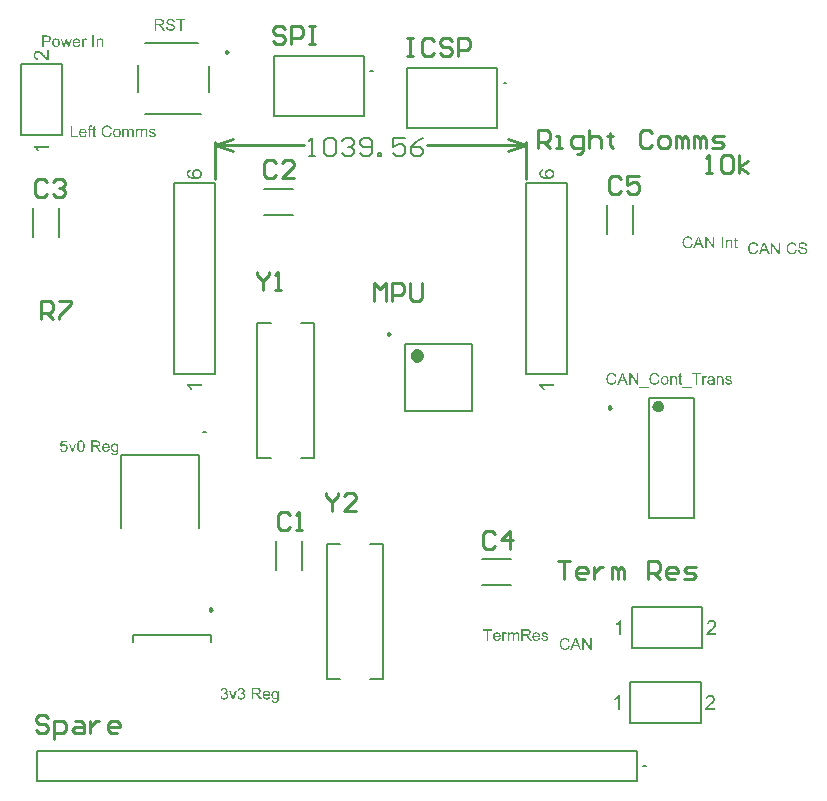
<source format=gto>
G04*
G04 #@! TF.GenerationSoftware,Altium Limited,Altium Designer,22.0.2 (36)*
G04*
G04 Layer_Color=65535*
%FSLAX25Y25*%
%MOIN*%
G70*
G04*
G04 #@! TF.SameCoordinates,531B55E9-8988-4262-B8BE-2375E0DFDCCA*
G04*
G04*
G04 #@! TF.FilePolarity,Positive*
G04*
G01*
G75*
%ADD10C,0.00984*%
%ADD11C,0.01968*%
%ADD12C,0.00500*%
%ADD13C,0.00787*%
%ADD14C,0.02362*%
%ADD15C,0.00787*%
%ADD16C,0.01000*%
%ADD17C,0.00600*%
G36*
X25361Y226942D02*
X21482D01*
X21489Y226935D01*
X21518Y226899D01*
X21561Y226856D01*
X21611Y226785D01*
X21676Y226706D01*
X21747Y226605D01*
X21826Y226491D01*
X21905Y226362D01*
Y226354D01*
X21912Y226347D01*
X21941Y226304D01*
X21977Y226233D01*
X22020Y226147D01*
X22070Y226046D01*
X22120Y225939D01*
X22170Y225831D01*
X22213Y225724D01*
X21625D01*
Y225731D01*
X21611Y225745D01*
X21604Y225774D01*
X21582Y225810D01*
X21561Y225852D01*
X21532Y225903D01*
X21460Y226025D01*
X21382Y226168D01*
X21281Y226311D01*
X21166Y226462D01*
X21045Y226612D01*
X21037Y226620D01*
X21030Y226627D01*
X21009Y226648D01*
X20987Y226677D01*
X20915Y226742D01*
X20829Y226828D01*
X20729Y226914D01*
X20614Y227007D01*
X20500Y227086D01*
X20378Y227157D01*
Y227552D01*
X25361D01*
Y226942D01*
D02*
G37*
G36*
Y256010D02*
X25354D01*
X25325D01*
X25282D01*
X25225Y256017D01*
X25160Y256024D01*
X25088Y256038D01*
X25017Y256053D01*
X24938Y256081D01*
X24931D01*
X24924Y256088D01*
X24881Y256103D01*
X24816Y256132D01*
X24730Y256174D01*
X24630Y256232D01*
X24515Y256304D01*
X24400Y256382D01*
X24278Y256483D01*
X24271D01*
X24264Y256497D01*
X24221Y256533D01*
X24156Y256598D01*
X24063Y256691D01*
X23956Y256798D01*
X23826Y256934D01*
X23683Y257100D01*
X23532Y257279D01*
X23525Y257286D01*
X23504Y257315D01*
X23468Y257358D01*
X23425Y257408D01*
X23368Y257472D01*
X23303Y257551D01*
X23231Y257630D01*
X23153Y257723D01*
X22980Y257903D01*
X22808Y258082D01*
X22722Y258168D01*
X22636Y258247D01*
X22557Y258318D01*
X22479Y258376D01*
X22471D01*
X22464Y258390D01*
X22443Y258404D01*
X22414Y258419D01*
X22335Y258469D01*
X22242Y258526D01*
X22127Y258576D01*
X22005Y258627D01*
X21869Y258655D01*
X21740Y258670D01*
X21733D01*
X21726D01*
X21683Y258663D01*
X21611Y258655D01*
X21532Y258634D01*
X21432Y258605D01*
X21331Y258555D01*
X21231Y258490D01*
X21131Y258404D01*
X21116Y258390D01*
X21088Y258354D01*
X21052Y258304D01*
X21001Y258225D01*
X20958Y258125D01*
X20915Y258010D01*
X20887Y257874D01*
X20880Y257723D01*
Y257680D01*
X20887Y257651D01*
X20894Y257565D01*
X20915Y257465D01*
X20944Y257358D01*
X20994Y257236D01*
X21059Y257121D01*
X21145Y257013D01*
X21159Y256999D01*
X21195Y256970D01*
X21252Y256927D01*
X21339Y256884D01*
X21439Y256834D01*
X21568Y256791D01*
X21711Y256763D01*
X21876Y256748D01*
X21812Y256124D01*
X21805D01*
X21783Y256132D01*
X21747D01*
X21697Y256139D01*
X21640Y256153D01*
X21575Y256167D01*
X21496Y256189D01*
X21417Y256210D01*
X21245Y256268D01*
X21073Y256354D01*
X20987Y256404D01*
X20901Y256469D01*
X20822Y256533D01*
X20751Y256605D01*
X20743Y256612D01*
X20736Y256626D01*
X20715Y256648D01*
X20693Y256684D01*
X20664Y256727D01*
X20636Y256777D01*
X20600Y256834D01*
X20564Y256906D01*
X20528Y256985D01*
X20493Y257071D01*
X20464Y257164D01*
X20435Y257264D01*
X20414Y257372D01*
X20392Y257487D01*
X20385Y257609D01*
X20378Y257738D01*
Y257809D01*
X20385Y257859D01*
X20392Y257917D01*
X20399Y257989D01*
X20414Y258067D01*
X20428Y258146D01*
X20478Y258333D01*
X20550Y258519D01*
X20593Y258612D01*
X20643Y258705D01*
X20708Y258792D01*
X20779Y258870D01*
X20786Y258878D01*
X20794Y258892D01*
X20822Y258906D01*
X20851Y258935D01*
X20887Y258971D01*
X20937Y259007D01*
X20987Y259043D01*
X21052Y259086D01*
X21188Y259157D01*
X21360Y259229D01*
X21446Y259258D01*
X21546Y259272D01*
X21647Y259286D01*
X21754Y259294D01*
X21769D01*
X21805D01*
X21862Y259286D01*
X21941Y259279D01*
X22027Y259265D01*
X22127Y259236D01*
X22235Y259207D01*
X22342Y259164D01*
X22357Y259157D01*
X22392Y259143D01*
X22450Y259114D01*
X22529Y259071D01*
X22615Y259014D01*
X22722Y258942D01*
X22830Y258856D01*
X22952Y258756D01*
X22966Y258741D01*
X23009Y258705D01*
X23045Y258670D01*
X23081Y258634D01*
X23124Y258591D01*
X23181Y258534D01*
X23239Y258476D01*
X23303Y258404D01*
X23375Y258333D01*
X23454Y258247D01*
X23532Y258154D01*
X23626Y258053D01*
X23719Y257938D01*
X23819Y257824D01*
X23826Y257817D01*
X23841Y257802D01*
X23862Y257773D01*
X23891Y257738D01*
X23934Y257695D01*
X23977Y257644D01*
X24070Y257530D01*
X24178Y257408D01*
X24285Y257293D01*
X24379Y257193D01*
X24414Y257150D01*
X24450Y257114D01*
X24457Y257107D01*
X24479Y257085D01*
X24508Y257056D01*
X24551Y257021D01*
X24601Y256985D01*
X24651Y256942D01*
X24773Y256856D01*
Y259301D01*
X25361D01*
Y256010D01*
D02*
G37*
G36*
X216163Y64500D02*
X215554D01*
Y68379D01*
X215547Y68372D01*
X215511Y68343D01*
X215468Y68300D01*
X215396Y68250D01*
X215317Y68185D01*
X215217Y68114D01*
X215102Y68035D01*
X214973Y67956D01*
X214966D01*
X214959Y67949D01*
X214916Y67920D01*
X214844Y67884D01*
X214758Y67841D01*
X214658Y67791D01*
X214550Y67741D01*
X214442Y67691D01*
X214335Y67648D01*
Y68235D01*
X214342D01*
X214356Y68250D01*
X214385Y68257D01*
X214421Y68278D01*
X214464Y68300D01*
X214514Y68329D01*
X214636Y68400D01*
X214779Y68479D01*
X214923Y68580D01*
X215073Y68694D01*
X215224Y68816D01*
X215231Y68823D01*
X215238Y68831D01*
X215260Y68852D01*
X215289Y68874D01*
X215353Y68945D01*
X215439Y69031D01*
X215525Y69132D01*
X215618Y69247D01*
X215697Y69361D01*
X215769Y69483D01*
X216163D01*
Y64500D01*
D02*
G37*
G36*
X246471Y69476D02*
X246528Y69469D01*
X246600Y69462D01*
X246679Y69447D01*
X246758Y69433D01*
X246944Y69383D01*
X247131Y69311D01*
X247224Y69268D01*
X247317Y69218D01*
X247403Y69153D01*
X247482Y69082D01*
X247489Y69074D01*
X247503Y69067D01*
X247518Y69039D01*
X247547Y69010D01*
X247582Y68974D01*
X247618Y68924D01*
X247654Y68874D01*
X247697Y68809D01*
X247769Y68673D01*
X247840Y68501D01*
X247869Y68415D01*
X247884Y68314D01*
X247898Y68214D01*
X247905Y68107D01*
Y68092D01*
Y68056D01*
X247898Y67999D01*
X247891Y67920D01*
X247876Y67834D01*
X247848Y67734D01*
X247819Y67626D01*
X247776Y67519D01*
X247769Y67504D01*
X247755Y67468D01*
X247726Y67411D01*
X247683Y67332D01*
X247625Y67246D01*
X247554Y67138D01*
X247468Y67031D01*
X247367Y66909D01*
X247353Y66895D01*
X247317Y66852D01*
X247281Y66816D01*
X247245Y66780D01*
X247202Y66737D01*
X247145Y66680D01*
X247088Y66622D01*
X247016Y66558D01*
X246944Y66486D01*
X246858Y66407D01*
X246765Y66328D01*
X246665Y66235D01*
X246550Y66142D01*
X246435Y66041D01*
X246428Y66034D01*
X246414Y66020D01*
X246385Y65999D01*
X246349Y65970D01*
X246306Y65927D01*
X246256Y65884D01*
X246141Y65790D01*
X246019Y65683D01*
X245905Y65575D01*
X245804Y65482D01*
X245761Y65446D01*
X245725Y65411D01*
X245718Y65403D01*
X245697Y65382D01*
X245668Y65353D01*
X245632Y65310D01*
X245596Y65260D01*
X245553Y65210D01*
X245467Y65088D01*
X247912D01*
Y64500D01*
X244621D01*
Y64507D01*
Y64536D01*
Y64579D01*
X244628Y64636D01*
X244636Y64701D01*
X244650Y64772D01*
X244664Y64844D01*
X244693Y64923D01*
Y64930D01*
X244700Y64937D01*
X244714Y64980D01*
X244743Y65045D01*
X244786Y65131D01*
X244843Y65231D01*
X244915Y65346D01*
X244994Y65461D01*
X245094Y65583D01*
Y65590D01*
X245109Y65597D01*
X245145Y65640D01*
X245209Y65705D01*
X245302Y65798D01*
X245410Y65905D01*
X245546Y66034D01*
X245711Y66178D01*
X245890Y66328D01*
X245897Y66335D01*
X245926Y66357D01*
X245969Y66393D01*
X246019Y66436D01*
X246084Y66493D01*
X246163Y66558D01*
X246242Y66629D01*
X246335Y66708D01*
X246514Y66880D01*
X246693Y67053D01*
X246779Y67138D01*
X246858Y67225D01*
X246930Y67303D01*
X246987Y67382D01*
Y67390D01*
X247002Y67397D01*
X247016Y67418D01*
X247030Y67447D01*
X247080Y67526D01*
X247138Y67619D01*
X247188Y67734D01*
X247238Y67856D01*
X247267Y67992D01*
X247281Y68121D01*
Y68128D01*
Y68135D01*
X247274Y68178D01*
X247267Y68250D01*
X247245Y68329D01*
X247217Y68429D01*
X247166Y68529D01*
X247102Y68630D01*
X247016Y68730D01*
X247002Y68745D01*
X246966Y68773D01*
X246916Y68809D01*
X246837Y68859D01*
X246736Y68902D01*
X246622Y68945D01*
X246485Y68974D01*
X246335Y68981D01*
X246292D01*
X246263Y68974D01*
X246177Y68967D01*
X246077Y68945D01*
X245969Y68917D01*
X245847Y68866D01*
X245732Y68802D01*
X245625Y68716D01*
X245611Y68702D01*
X245582Y68666D01*
X245539Y68608D01*
X245496Y68522D01*
X245446Y68422D01*
X245403Y68293D01*
X245374Y68150D01*
X245360Y67985D01*
X244736Y68049D01*
Y68056D01*
X244743Y68078D01*
Y68114D01*
X244750Y68164D01*
X244765Y68221D01*
X244779Y68286D01*
X244800Y68365D01*
X244822Y68443D01*
X244879Y68616D01*
X244965Y68788D01*
X245016Y68874D01*
X245080Y68960D01*
X245145Y69039D01*
X245216Y69110D01*
X245223Y69117D01*
X245238Y69125D01*
X245259Y69146D01*
X245295Y69168D01*
X245338Y69196D01*
X245388Y69225D01*
X245446Y69261D01*
X245517Y69297D01*
X245596Y69332D01*
X245682Y69368D01*
X245776Y69397D01*
X245876Y69426D01*
X245984Y69447D01*
X246098Y69469D01*
X246220Y69476D01*
X246349Y69483D01*
X246421D01*
X246471Y69476D01*
D02*
G37*
G36*
X215663Y39500D02*
X215054D01*
Y43379D01*
X215047Y43372D01*
X215011Y43343D01*
X214968Y43300D01*
X214896Y43250D01*
X214817Y43185D01*
X214717Y43114D01*
X214602Y43035D01*
X214473Y42956D01*
X214466D01*
X214459Y42949D01*
X214416Y42920D01*
X214344Y42884D01*
X214258Y42841D01*
X214158Y42791D01*
X214050Y42741D01*
X213943Y42691D01*
X213835Y42648D01*
Y43235D01*
X213842D01*
X213857Y43250D01*
X213885Y43257D01*
X213921Y43279D01*
X213964Y43300D01*
X214014Y43329D01*
X214136Y43400D01*
X214280Y43479D01*
X214423Y43580D01*
X214574Y43694D01*
X214724Y43816D01*
X214731Y43824D01*
X214738Y43831D01*
X214760Y43852D01*
X214789Y43874D01*
X214853Y43945D01*
X214939Y44031D01*
X215025Y44132D01*
X215118Y44247D01*
X215197Y44361D01*
X215269Y44483D01*
X215663D01*
Y39500D01*
D02*
G37*
G36*
X245971Y44476D02*
X246028Y44469D01*
X246100Y44462D01*
X246179Y44447D01*
X246258Y44433D01*
X246444Y44383D01*
X246631Y44311D01*
X246724Y44268D01*
X246817Y44218D01*
X246903Y44153D01*
X246982Y44082D01*
X246989Y44074D01*
X247004Y44067D01*
X247018Y44039D01*
X247046Y44010D01*
X247082Y43974D01*
X247118Y43924D01*
X247154Y43874D01*
X247197Y43809D01*
X247269Y43673D01*
X247340Y43501D01*
X247369Y43415D01*
X247383Y43314D01*
X247398Y43214D01*
X247405Y43106D01*
Y43092D01*
Y43056D01*
X247398Y42999D01*
X247391Y42920D01*
X247376Y42834D01*
X247348Y42734D01*
X247319Y42626D01*
X247276Y42518D01*
X247269Y42504D01*
X247254Y42468D01*
X247226Y42411D01*
X247183Y42332D01*
X247125Y42246D01*
X247054Y42138D01*
X246968Y42031D01*
X246867Y41909D01*
X246853Y41895D01*
X246817Y41852D01*
X246781Y41816D01*
X246745Y41780D01*
X246702Y41737D01*
X246645Y41680D01*
X246588Y41622D01*
X246516Y41558D01*
X246444Y41486D01*
X246358Y41407D01*
X246265Y41328D01*
X246165Y41235D01*
X246050Y41142D01*
X245935Y41041D01*
X245928Y41034D01*
X245914Y41020D01*
X245885Y40999D01*
X245849Y40970D01*
X245806Y40927D01*
X245756Y40884D01*
X245641Y40791D01*
X245519Y40683D01*
X245405Y40576D01*
X245304Y40482D01*
X245261Y40446D01*
X245225Y40411D01*
X245218Y40403D01*
X245197Y40382D01*
X245168Y40353D01*
X245132Y40310D01*
X245096Y40260D01*
X245053Y40210D01*
X244967Y40088D01*
X247412D01*
Y39500D01*
X244121D01*
Y39507D01*
Y39536D01*
Y39579D01*
X244128Y39636D01*
X244135Y39701D01*
X244150Y39772D01*
X244164Y39844D01*
X244193Y39923D01*
Y39930D01*
X244200Y39937D01*
X244214Y39980D01*
X244243Y40045D01*
X244286Y40131D01*
X244343Y40231D01*
X244415Y40346D01*
X244494Y40461D01*
X244594Y40583D01*
Y40590D01*
X244609Y40597D01*
X244645Y40640D01*
X244709Y40705D01*
X244802Y40798D01*
X244910Y40905D01*
X245046Y41034D01*
X245211Y41178D01*
X245390Y41328D01*
X245397Y41335D01*
X245426Y41357D01*
X245469Y41393D01*
X245519Y41436D01*
X245584Y41493D01*
X245663Y41558D01*
X245742Y41629D01*
X245835Y41708D01*
X246014Y41880D01*
X246193Y42053D01*
X246279Y42138D01*
X246358Y42224D01*
X246430Y42303D01*
X246487Y42382D01*
Y42390D01*
X246502Y42397D01*
X246516Y42418D01*
X246530Y42447D01*
X246581Y42526D01*
X246638Y42619D01*
X246688Y42734D01*
X246738Y42856D01*
X246767Y42992D01*
X246781Y43121D01*
Y43128D01*
Y43135D01*
X246774Y43178D01*
X246767Y43250D01*
X246745Y43329D01*
X246717Y43429D01*
X246667Y43529D01*
X246602Y43630D01*
X246516Y43730D01*
X246502Y43745D01*
X246466Y43773D01*
X246416Y43809D01*
X246337Y43859D01*
X246236Y43902D01*
X246122Y43945D01*
X245985Y43974D01*
X245835Y43981D01*
X245792D01*
X245763Y43974D01*
X245677Y43967D01*
X245577Y43945D01*
X245469Y43917D01*
X245347Y43867D01*
X245233Y43802D01*
X245125Y43716D01*
X245111Y43702D01*
X245082Y43666D01*
X245039Y43608D01*
X244996Y43522D01*
X244946Y43422D01*
X244903Y43293D01*
X244874Y43150D01*
X244860Y42985D01*
X244236Y43049D01*
Y43056D01*
X244243Y43078D01*
Y43114D01*
X244250Y43164D01*
X244265Y43221D01*
X244279Y43286D01*
X244300Y43365D01*
X244322Y43444D01*
X244379Y43615D01*
X244465Y43788D01*
X244515Y43874D01*
X244580Y43960D01*
X244645Y44039D01*
X244716Y44110D01*
X244724Y44117D01*
X244738Y44125D01*
X244759Y44146D01*
X244795Y44168D01*
X244838Y44196D01*
X244888Y44225D01*
X244946Y44261D01*
X245017Y44297D01*
X245096Y44333D01*
X245182Y44368D01*
X245275Y44397D01*
X245376Y44426D01*
X245483Y44447D01*
X245598Y44469D01*
X245720Y44476D01*
X245849Y44483D01*
X245921D01*
X245971Y44476D01*
D02*
G37*
G36*
X76361Y147415D02*
X72482D01*
X72489Y147408D01*
X72518Y147372D01*
X72561Y147329D01*
X72611Y147257D01*
X72676Y147178D01*
X72747Y147078D01*
X72826Y146963D01*
X72905Y146834D01*
Y146827D01*
X72912Y146820D01*
X72941Y146777D01*
X72977Y146705D01*
X73020Y146619D01*
X73070Y146519D01*
X73120Y146411D01*
X73170Y146303D01*
X73213Y146196D01*
X72625D01*
Y146203D01*
X72611Y146217D01*
X72604Y146246D01*
X72582Y146282D01*
X72561Y146325D01*
X72532Y146375D01*
X72460Y146497D01*
X72382Y146640D01*
X72281Y146784D01*
X72166Y146934D01*
X72045Y147085D01*
X72037Y147092D01*
X72030Y147099D01*
X72009Y147121D01*
X71987Y147150D01*
X71916Y147214D01*
X71829Y147300D01*
X71729Y147386D01*
X71614Y147479D01*
X71500Y147558D01*
X71378Y147630D01*
Y148024D01*
X76361D01*
Y147415D01*
D02*
G37*
G36*
X74877Y219752D02*
X74920D01*
X75034Y219730D01*
X75171Y219709D01*
X75314Y219673D01*
X75472Y219622D01*
X75622Y219551D01*
X75630D01*
X75637Y219544D01*
X75658Y219529D01*
X75687Y219515D01*
X75759Y219472D01*
X75852Y219407D01*
X75952Y219329D01*
X76053Y219235D01*
X76153Y219121D01*
X76239Y218999D01*
Y218992D01*
X76246Y218984D01*
X76261Y218963D01*
X76268Y218934D01*
X76303Y218863D01*
X76339Y218769D01*
X76382Y218647D01*
X76411Y218511D01*
X76440Y218361D01*
X76447Y218196D01*
Y218160D01*
X76440Y218124D01*
Y218067D01*
X76433Y218002D01*
X76418Y217930D01*
X76397Y217844D01*
X76375Y217758D01*
X76347Y217658D01*
X76311Y217558D01*
X76268Y217457D01*
X76210Y217350D01*
X76146Y217249D01*
X76074Y217149D01*
X75988Y217049D01*
X75888Y216955D01*
X75880Y216948D01*
X75859Y216934D01*
X75830Y216912D01*
X75780Y216884D01*
X75716Y216841D01*
X75644Y216805D01*
X75551Y216762D01*
X75450Y216719D01*
X75328Y216669D01*
X75192Y216625D01*
X75042Y216590D01*
X74877Y216554D01*
X74690Y216518D01*
X74489Y216496D01*
X74274Y216482D01*
X74045Y216475D01*
X74038D01*
X74031D01*
X74009D01*
X73980D01*
X73909Y216482D01*
X73808D01*
X73694Y216489D01*
X73557Y216504D01*
X73407Y216518D01*
X73242Y216539D01*
X73077Y216568D01*
X72898Y216604D01*
X72726Y216647D01*
X72554Y216697D01*
X72389Y216762D01*
X72231Y216833D01*
X72080Y216912D01*
X71951Y217005D01*
X71944Y217013D01*
X71930Y217027D01*
X71901Y217056D01*
X71858Y217091D01*
X71815Y217134D01*
X71772Y217192D01*
X71715Y217264D01*
X71665Y217335D01*
X71614Y217421D01*
X71557Y217515D01*
X71514Y217622D01*
X71464Y217730D01*
X71428Y217851D01*
X71399Y217981D01*
X71385Y218117D01*
X71378Y218260D01*
Y218318D01*
X71385Y218361D01*
Y218411D01*
X71392Y218468D01*
X71421Y218604D01*
X71457Y218755D01*
X71514Y218913D01*
X71600Y219070D01*
X71650Y219149D01*
X71708Y219221D01*
X71715Y219228D01*
X71722Y219235D01*
X71743Y219257D01*
X71765Y219278D01*
X71801Y219314D01*
X71844Y219343D01*
X71944Y219422D01*
X72073Y219501D01*
X72231Y219572D01*
X72410Y219637D01*
X72611Y219680D01*
X72661Y219070D01*
X72654D01*
X72647Y219063D01*
X72604Y219056D01*
X72539Y219035D01*
X72460Y219006D01*
X72374Y218977D01*
X72288Y218934D01*
X72210Y218884D01*
X72145Y218834D01*
X72131Y218819D01*
X72102Y218791D01*
X72059Y218741D01*
X72009Y218669D01*
X71966Y218576D01*
X71923Y218475D01*
X71894Y218353D01*
X71880Y218224D01*
Y218174D01*
X71887Y218117D01*
X71901Y218052D01*
X71923Y217966D01*
X71951Y217880D01*
X71987Y217794D01*
X72045Y217708D01*
X72052Y217694D01*
X72080Y217658D01*
X72131Y217608D01*
X72202Y217543D01*
X72288Y217472D01*
X72389Y217393D01*
X72518Y217321D01*
X72661Y217249D01*
X72668D01*
X72683Y217242D01*
X72704Y217235D01*
X72733Y217221D01*
X72776Y217213D01*
X72826Y217199D01*
X72883Y217185D01*
X72955Y217170D01*
X73034Y217149D01*
X73120Y217134D01*
X73213Y217120D01*
X73314Y217113D01*
X73428Y217099D01*
X73543Y217091D01*
X73672Y217084D01*
X73801D01*
X73794Y217091D01*
X73751Y217120D01*
X73694Y217170D01*
X73622Y217235D01*
X73536Y217307D01*
X73457Y217400D01*
X73378Y217500D01*
X73307Y217615D01*
Y217622D01*
X73299Y217629D01*
X73278Y217672D01*
X73256Y217737D01*
X73220Y217823D01*
X73192Y217923D01*
X73170Y218038D01*
X73149Y218160D01*
X73142Y218289D01*
Y218346D01*
X73149Y218389D01*
X73156Y218447D01*
X73163Y218504D01*
X73177Y218576D01*
X73199Y218647D01*
X73249Y218812D01*
X73285Y218898D01*
X73335Y218984D01*
X73385Y219070D01*
X73443Y219164D01*
X73514Y219250D01*
X73593Y219329D01*
X73600Y219336D01*
X73615Y219350D01*
X73636Y219372D01*
X73672Y219393D01*
X73722Y219429D01*
X73773Y219465D01*
X73837Y219501D01*
X73909Y219544D01*
X73988Y219587D01*
X74074Y219622D01*
X74174Y219658D01*
X74274Y219694D01*
X74382Y219716D01*
X74504Y219737D01*
X74626Y219752D01*
X74755Y219759D01*
X74762D01*
X74776D01*
X74798D01*
X74834D01*
X74877Y219752D01*
D02*
G37*
G36*
X193861Y147415D02*
X189982D01*
X189989Y147408D01*
X190018Y147372D01*
X190061Y147329D01*
X190111Y147257D01*
X190175Y147178D01*
X190247Y147078D01*
X190326Y146963D01*
X190405Y146834D01*
Y146827D01*
X190412Y146820D01*
X190441Y146777D01*
X190477Y146705D01*
X190520Y146619D01*
X190570Y146519D01*
X190620Y146411D01*
X190670Y146303D01*
X190713Y146196D01*
X190125D01*
Y146203D01*
X190111Y146217D01*
X190104Y146246D01*
X190082Y146282D01*
X190061Y146325D01*
X190032Y146375D01*
X189960Y146497D01*
X189882Y146640D01*
X189781Y146784D01*
X189666Y146934D01*
X189545Y147085D01*
X189537Y147092D01*
X189530Y147099D01*
X189509Y147121D01*
X189487Y147150D01*
X189416Y147214D01*
X189329Y147300D01*
X189229Y147386D01*
X189114Y147479D01*
X189000Y147558D01*
X188878Y147630D01*
Y148024D01*
X193861D01*
Y147415D01*
D02*
G37*
G36*
X192377Y219752D02*
X192420D01*
X192534Y219730D01*
X192671Y219709D01*
X192814Y219673D01*
X192972Y219622D01*
X193122Y219551D01*
X193130D01*
X193137Y219544D01*
X193158Y219529D01*
X193187Y219515D01*
X193259Y219472D01*
X193352Y219407D01*
X193452Y219329D01*
X193553Y219235D01*
X193653Y219121D01*
X193739Y218999D01*
Y218992D01*
X193746Y218984D01*
X193761Y218963D01*
X193768Y218934D01*
X193804Y218863D01*
X193839Y218769D01*
X193882Y218647D01*
X193911Y218511D01*
X193940Y218361D01*
X193947Y218196D01*
Y218160D01*
X193940Y218124D01*
Y218067D01*
X193933Y218002D01*
X193918Y217930D01*
X193897Y217844D01*
X193875Y217758D01*
X193847Y217658D01*
X193811Y217558D01*
X193768Y217457D01*
X193710Y217350D01*
X193646Y217249D01*
X193574Y217149D01*
X193488Y217049D01*
X193388Y216955D01*
X193380Y216948D01*
X193359Y216934D01*
X193330Y216912D01*
X193280Y216884D01*
X193216Y216841D01*
X193144Y216805D01*
X193051Y216762D01*
X192950Y216719D01*
X192828Y216669D01*
X192692Y216625D01*
X192542Y216590D01*
X192377Y216554D01*
X192190Y216518D01*
X191990Y216496D01*
X191774Y216482D01*
X191545Y216475D01*
X191538D01*
X191531D01*
X191509D01*
X191480D01*
X191409Y216482D01*
X191308D01*
X191194Y216489D01*
X191057Y216504D01*
X190907Y216518D01*
X190742Y216539D01*
X190577Y216568D01*
X190398Y216604D01*
X190226Y216647D01*
X190054Y216697D01*
X189889Y216762D01*
X189731Y216833D01*
X189580Y216912D01*
X189451Y217005D01*
X189444Y217013D01*
X189430Y217027D01*
X189401Y217056D01*
X189358Y217091D01*
X189315Y217134D01*
X189272Y217192D01*
X189215Y217264D01*
X189164Y217335D01*
X189114Y217421D01*
X189057Y217515D01*
X189014Y217622D01*
X188964Y217730D01*
X188928Y217851D01*
X188899Y217981D01*
X188885Y218117D01*
X188878Y218260D01*
Y218318D01*
X188885Y218361D01*
Y218411D01*
X188892Y218468D01*
X188921Y218604D01*
X188957Y218755D01*
X189014Y218913D01*
X189100Y219070D01*
X189150Y219149D01*
X189208Y219221D01*
X189215Y219228D01*
X189222Y219235D01*
X189243Y219257D01*
X189265Y219278D01*
X189301Y219314D01*
X189344Y219343D01*
X189444Y219422D01*
X189573Y219501D01*
X189731Y219572D01*
X189910Y219637D01*
X190111Y219680D01*
X190161Y219070D01*
X190154D01*
X190147Y219063D01*
X190104Y219056D01*
X190039Y219035D01*
X189960Y219006D01*
X189874Y218977D01*
X189788Y218934D01*
X189709Y218884D01*
X189645Y218834D01*
X189631Y218819D01*
X189602Y218791D01*
X189559Y218741D01*
X189509Y218669D01*
X189466Y218576D01*
X189423Y218475D01*
X189394Y218353D01*
X189380Y218224D01*
Y218174D01*
X189387Y218117D01*
X189401Y218052D01*
X189423Y217966D01*
X189451Y217880D01*
X189487Y217794D01*
X189545Y217708D01*
X189552Y217694D01*
X189580Y217658D01*
X189631Y217608D01*
X189702Y217543D01*
X189788Y217472D01*
X189889Y217393D01*
X190018Y217321D01*
X190161Y217249D01*
X190168D01*
X190183Y217242D01*
X190204Y217235D01*
X190233Y217221D01*
X190276Y217213D01*
X190326Y217199D01*
X190383Y217185D01*
X190455Y217170D01*
X190534Y217149D01*
X190620Y217134D01*
X190713Y217120D01*
X190814Y217113D01*
X190928Y217099D01*
X191043Y217091D01*
X191172Y217084D01*
X191301D01*
X191294Y217091D01*
X191251Y217120D01*
X191194Y217170D01*
X191122Y217235D01*
X191036Y217307D01*
X190957Y217400D01*
X190878Y217500D01*
X190806Y217615D01*
Y217622D01*
X190799Y217629D01*
X190778Y217672D01*
X190756Y217737D01*
X190720Y217823D01*
X190692Y217923D01*
X190670Y218038D01*
X190649Y218160D01*
X190642Y218289D01*
Y218346D01*
X190649Y218389D01*
X190656Y218447D01*
X190663Y218504D01*
X190677Y218576D01*
X190699Y218647D01*
X190749Y218812D01*
X190785Y218898D01*
X190835Y218984D01*
X190885Y219070D01*
X190943Y219164D01*
X191014Y219250D01*
X191093Y219329D01*
X191100Y219336D01*
X191115Y219350D01*
X191136Y219372D01*
X191172Y219393D01*
X191222Y219429D01*
X191272Y219465D01*
X191337Y219501D01*
X191409Y219544D01*
X191488Y219587D01*
X191574Y219622D01*
X191674Y219658D01*
X191774Y219694D01*
X191882Y219716D01*
X192004Y219737D01*
X192126Y219752D01*
X192255Y219759D01*
X192262D01*
X192276D01*
X192298D01*
X192334D01*
X192377Y219752D01*
D02*
G37*
G36*
X227478Y151863D02*
X227528Y151857D01*
X227589Y151851D01*
X227650Y151846D01*
X227722Y151829D01*
X227872Y151796D01*
X228039Y151746D01*
X228122Y151713D01*
X228200Y151674D01*
X228277Y151624D01*
X228355Y151574D01*
X228360Y151568D01*
X228372Y151563D01*
X228394Y151546D01*
X228421Y151518D01*
X228449Y151491D01*
X228488Y151452D01*
X228527Y151407D01*
X228571Y151363D01*
X228616Y151307D01*
X228660Y151241D01*
X228710Y151174D01*
X228754Y151102D01*
X228793Y151019D01*
X228838Y150936D01*
X228871Y150847D01*
X228904Y150747D01*
X228405Y150630D01*
Y150636D01*
X228399Y150647D01*
X228388Y150669D01*
X228377Y150697D01*
X228366Y150730D01*
X228349Y150775D01*
X228305Y150864D01*
X228249Y150963D01*
X228183Y151063D01*
X228100Y151158D01*
X228011Y151241D01*
X228000Y151252D01*
X227966Y151274D01*
X227911Y151302D01*
X227839Y151341D01*
X227744Y151374D01*
X227639Y151407D01*
X227511Y151430D01*
X227373Y151435D01*
X227328D01*
X227300Y151430D01*
X227261D01*
X227217Y151424D01*
X227112Y151407D01*
X226995Y151385D01*
X226873Y151346D01*
X226745Y151291D01*
X226629Y151219D01*
X226623D01*
X226618Y151208D01*
X226579Y151180D01*
X226529Y151136D01*
X226468Y151069D01*
X226396Y150986D01*
X226329Y150891D01*
X226268Y150775D01*
X226213Y150647D01*
Y150642D01*
X226207Y150630D01*
X226202Y150614D01*
X226196Y150586D01*
X226185Y150553D01*
X226174Y150514D01*
X226157Y150420D01*
X226135Y150309D01*
X226113Y150186D01*
X226102Y150053D01*
X226096Y149909D01*
Y149903D01*
Y149887D01*
Y149859D01*
Y149826D01*
X226102Y149787D01*
Y149737D01*
X226107Y149681D01*
X226113Y149620D01*
X226129Y149487D01*
X226157Y149343D01*
X226190Y149199D01*
X226235Y149054D01*
Y149049D01*
X226240Y149038D01*
X226251Y149021D01*
X226262Y148993D01*
X226296Y148927D01*
X226346Y148849D01*
X226407Y148760D01*
X226484Y148666D01*
X226573Y148582D01*
X226679Y148505D01*
X226684D01*
X226695Y148499D01*
X226712Y148488D01*
X226734Y148477D01*
X226762Y148466D01*
X226795Y148449D01*
X226873Y148416D01*
X226973Y148383D01*
X227084Y148355D01*
X227206Y148333D01*
X227334Y148327D01*
X227373D01*
X227406Y148333D01*
X227445D01*
X227484Y148338D01*
X227583Y148361D01*
X227700Y148388D01*
X227817Y148433D01*
X227939Y148494D01*
X228000Y148527D01*
X228055Y148571D01*
X228061Y148577D01*
X228066Y148582D01*
X228083Y148599D01*
X228105Y148616D01*
X228127Y148644D01*
X228155Y148677D01*
X228188Y148710D01*
X228216Y148755D01*
X228249Y148804D01*
X228288Y148860D01*
X228322Y148916D01*
X228355Y148982D01*
X228383Y149054D01*
X228410Y149132D01*
X228438Y149215D01*
X228460Y149304D01*
X228971Y149176D01*
Y149171D01*
X228965Y149149D01*
X228954Y149115D01*
X228938Y149071D01*
X228921Y149021D01*
X228899Y148960D01*
X228871Y148893D01*
X228838Y148821D01*
X228760Y148666D01*
X228660Y148510D01*
X228599Y148433D01*
X228538Y148355D01*
X228471Y148288D01*
X228394Y148222D01*
X228388Y148216D01*
X228377Y148205D01*
X228349Y148194D01*
X228322Y148172D01*
X228277Y148144D01*
X228233Y148116D01*
X228172Y148089D01*
X228111Y148061D01*
X228039Y148028D01*
X227961Y148000D01*
X227878Y147972D01*
X227789Y147944D01*
X227694Y147922D01*
X227594Y147911D01*
X227489Y147900D01*
X227378Y147894D01*
X227317D01*
X227273Y147900D01*
X227223D01*
X227162Y147905D01*
X227095Y147916D01*
X227017Y147928D01*
X226856Y147955D01*
X226690Y148000D01*
X226523Y148061D01*
X226446Y148100D01*
X226368Y148144D01*
X226362Y148150D01*
X226351Y148155D01*
X226329Y148172D01*
X226307Y148194D01*
X226274Y148216D01*
X226235Y148249D01*
X226190Y148288D01*
X226146Y148333D01*
X226102Y148383D01*
X226052Y148433D01*
X225952Y148560D01*
X225857Y148710D01*
X225774Y148877D01*
Y148882D01*
X225763Y148899D01*
X225758Y148927D01*
X225741Y148960D01*
X225730Y149004D01*
X225713Y149060D01*
X225691Y149121D01*
X225674Y149187D01*
X225658Y149260D01*
X225635Y149343D01*
X225608Y149515D01*
X225585Y149709D01*
X225574Y149909D01*
Y149915D01*
Y149937D01*
Y149970D01*
X225580Y150009D01*
Y150064D01*
X225585Y150120D01*
X225591Y150192D01*
X225602Y150264D01*
X225630Y150425D01*
X225669Y150603D01*
X225724Y150780D01*
X225802Y150952D01*
X225807Y150958D01*
X225813Y150975D01*
X225824Y150997D01*
X225846Y151024D01*
X225869Y151063D01*
X225896Y151108D01*
X225968Y151208D01*
X226063Y151319D01*
X226174Y151430D01*
X226301Y151541D01*
X226451Y151635D01*
X226457Y151641D01*
X226473Y151646D01*
X226496Y151657D01*
X226523Y151674D01*
X226568Y151690D01*
X226612Y151707D01*
X226668Y151729D01*
X226729Y151751D01*
X226795Y151774D01*
X226868Y151796D01*
X227023Y151829D01*
X227201Y151857D01*
X227384Y151868D01*
X227439D01*
X227478Y151863D01*
D02*
G37*
G36*
X213164D02*
X213214Y151857D01*
X213276Y151851D01*
X213337Y151846D01*
X213409Y151829D01*
X213559Y151796D01*
X213725Y151746D01*
X213808Y151713D01*
X213886Y151674D01*
X213964Y151624D01*
X214041Y151574D01*
X214047Y151568D01*
X214058Y151563D01*
X214080Y151546D01*
X214108Y151518D01*
X214136Y151491D01*
X214175Y151452D01*
X214213Y151407D01*
X214258Y151363D01*
X214302Y151307D01*
X214347Y151241D01*
X214397Y151174D01*
X214441Y151102D01*
X214480Y151019D01*
X214524Y150936D01*
X214558Y150847D01*
X214591Y150747D01*
X214091Y150630D01*
Y150636D01*
X214086Y150647D01*
X214075Y150669D01*
X214064Y150697D01*
X214053Y150730D01*
X214036Y150775D01*
X213991Y150864D01*
X213936Y150963D01*
X213869Y151063D01*
X213786Y151158D01*
X213697Y151241D01*
X213686Y151252D01*
X213653Y151274D01*
X213597Y151302D01*
X213525Y151341D01*
X213431Y151374D01*
X213326Y151407D01*
X213198Y151430D01*
X213059Y151435D01*
X213015D01*
X212987Y151430D01*
X212948D01*
X212904Y151424D01*
X212798Y151407D01*
X212682Y151385D01*
X212560Y151346D01*
X212432Y151291D01*
X212315Y151219D01*
X212310D01*
X212304Y151208D01*
X212265Y151180D01*
X212215Y151136D01*
X212154Y151069D01*
X212082Y150986D01*
X212016Y150891D01*
X211955Y150775D01*
X211899Y150647D01*
Y150642D01*
X211894Y150630D01*
X211888Y150614D01*
X211882Y150586D01*
X211871Y150553D01*
X211860Y150514D01*
X211844Y150420D01*
X211821Y150309D01*
X211799Y150186D01*
X211788Y150053D01*
X211783Y149909D01*
Y149903D01*
Y149887D01*
Y149859D01*
Y149826D01*
X211788Y149787D01*
Y149737D01*
X211794Y149681D01*
X211799Y149620D01*
X211816Y149487D01*
X211844Y149343D01*
X211877Y149199D01*
X211921Y149054D01*
Y149049D01*
X211927Y149038D01*
X211938Y149021D01*
X211949Y148993D01*
X211982Y148927D01*
X212032Y148849D01*
X212093Y148760D01*
X212171Y148666D01*
X212260Y148582D01*
X212365Y148505D01*
X212371D01*
X212382Y148499D01*
X212399Y148488D01*
X212421Y148477D01*
X212449Y148466D01*
X212482Y148449D01*
X212560Y148416D01*
X212660Y148383D01*
X212771Y148355D01*
X212893Y148333D01*
X213020Y148327D01*
X213059D01*
X213092Y148333D01*
X213131D01*
X213170Y148338D01*
X213270Y148361D01*
X213387Y148388D01*
X213503Y148433D01*
X213625Y148494D01*
X213686Y148527D01*
X213742Y148571D01*
X213747Y148577D01*
X213753Y148582D01*
X213770Y148599D01*
X213792Y148616D01*
X213814Y148644D01*
X213842Y148677D01*
X213875Y148710D01*
X213903Y148755D01*
X213936Y148804D01*
X213975Y148860D01*
X214008Y148916D01*
X214041Y148982D01*
X214069Y149054D01*
X214097Y149132D01*
X214125Y149215D01*
X214147Y149304D01*
X214657Y149176D01*
Y149171D01*
X214652Y149149D01*
X214641Y149115D01*
X214624Y149071D01*
X214608Y149021D01*
X214585Y148960D01*
X214558Y148893D01*
X214524Y148821D01*
X214447Y148666D01*
X214347Y148510D01*
X214286Y148433D01*
X214225Y148355D01*
X214158Y148288D01*
X214080Y148222D01*
X214075Y148216D01*
X214064Y148205D01*
X214036Y148194D01*
X214008Y148172D01*
X213964Y148144D01*
X213919Y148116D01*
X213858Y148089D01*
X213797Y148061D01*
X213725Y148028D01*
X213647Y148000D01*
X213564Y147972D01*
X213475Y147944D01*
X213381Y147922D01*
X213281Y147911D01*
X213176Y147900D01*
X213065Y147894D01*
X213004D01*
X212959Y147900D01*
X212909D01*
X212848Y147905D01*
X212782Y147916D01*
X212704Y147928D01*
X212543Y147955D01*
X212376Y148000D01*
X212210Y148061D01*
X212132Y148100D01*
X212054Y148144D01*
X212049Y148150D01*
X212038Y148155D01*
X212016Y148172D01*
X211994Y148194D01*
X211960Y148216D01*
X211921Y148249D01*
X211877Y148288D01*
X211832Y148333D01*
X211788Y148383D01*
X211738Y148433D01*
X211638Y148560D01*
X211544Y148710D01*
X211461Y148877D01*
Y148882D01*
X211450Y148899D01*
X211444Y148927D01*
X211427Y148960D01*
X211416Y149004D01*
X211400Y149060D01*
X211377Y149121D01*
X211361Y149187D01*
X211344Y149260D01*
X211322Y149343D01*
X211294Y149515D01*
X211272Y149709D01*
X211261Y149909D01*
Y149915D01*
Y149937D01*
Y149970D01*
X211266Y150009D01*
Y150064D01*
X211272Y150120D01*
X211278Y150192D01*
X211289Y150264D01*
X211316Y150425D01*
X211355Y150603D01*
X211411Y150780D01*
X211488Y150952D01*
X211494Y150958D01*
X211500Y150975D01*
X211511Y150997D01*
X211533Y151024D01*
X211555Y151063D01*
X211583Y151108D01*
X211655Y151208D01*
X211749Y151319D01*
X211860Y151430D01*
X211988Y151541D01*
X212138Y151635D01*
X212143Y151641D01*
X212160Y151646D01*
X212182Y151657D01*
X212210Y151674D01*
X212254Y151690D01*
X212299Y151707D01*
X212354Y151729D01*
X212415Y151751D01*
X212482Y151774D01*
X212554Y151796D01*
X212709Y151829D01*
X212887Y151857D01*
X213070Y151868D01*
X213126D01*
X213164Y151863D01*
D02*
G37*
G36*
X249434Y150803D02*
X249495Y150797D01*
X249567Y150786D01*
X249645Y150769D01*
X249728Y150747D01*
X249806Y150714D01*
X249817Y150708D01*
X249839Y150697D01*
X249878Y150680D01*
X249922Y150653D01*
X249978Y150619D01*
X250028Y150575D01*
X250078Y150531D01*
X250122Y150475D01*
X250128Y150470D01*
X250139Y150447D01*
X250155Y150420D01*
X250183Y150381D01*
X250205Y150325D01*
X250227Y150270D01*
X250255Y150203D01*
X250272Y150131D01*
Y150125D01*
X250277Y150103D01*
X250283Y150070D01*
X250289Y150025D01*
Y149959D01*
X250294Y149881D01*
X250300Y149787D01*
Y149670D01*
Y147961D01*
X249828D01*
Y149648D01*
Y149654D01*
Y149659D01*
Y149698D01*
Y149748D01*
X249822Y149809D01*
X249817Y149881D01*
X249806Y149953D01*
X249789Y150020D01*
X249772Y150081D01*
Y150087D01*
X249761Y150103D01*
X249745Y150131D01*
X249728Y150164D01*
X249700Y150198D01*
X249667Y150236D01*
X249623Y150275D01*
X249572Y150309D01*
X249567Y150314D01*
X249550Y150325D01*
X249517Y150336D01*
X249478Y150353D01*
X249434Y150370D01*
X249378Y150386D01*
X249312Y150392D01*
X249245Y150397D01*
X249217D01*
X249195Y150392D01*
X249140Y150386D01*
X249067Y150375D01*
X248990Y150347D01*
X248901Y150314D01*
X248812Y150270D01*
X248729Y150203D01*
X248718Y150192D01*
X248696Y150164D01*
X248679Y150142D01*
X248662Y150114D01*
X248640Y150081D01*
X248623Y150042D01*
X248601Y149998D01*
X248579Y149942D01*
X248562Y149881D01*
X248546Y149815D01*
X248535Y149742D01*
X248524Y149665D01*
X248513Y149570D01*
Y149476D01*
Y147961D01*
X248041D01*
Y150747D01*
X248463D01*
Y150347D01*
X248468Y150353D01*
X248479Y150370D01*
X248496Y150392D01*
X248518Y150420D01*
X248551Y150453D01*
X248590Y150492D01*
X248635Y150536D01*
X248690Y150581D01*
X248746Y150619D01*
X248812Y150664D01*
X248884Y150703D01*
X248962Y150736D01*
X249051Y150764D01*
X249140Y150786D01*
X249239Y150803D01*
X249345Y150808D01*
X249389D01*
X249434Y150803D01*
D02*
G37*
G36*
X233916D02*
X233977Y150797D01*
X234049Y150786D01*
X234127Y150769D01*
X234210Y150747D01*
X234288Y150714D01*
X234299Y150708D01*
X234321Y150697D01*
X234360Y150680D01*
X234404Y150653D01*
X234460Y150619D01*
X234510Y150575D01*
X234560Y150531D01*
X234604Y150475D01*
X234610Y150470D01*
X234621Y150447D01*
X234637Y150420D01*
X234665Y150381D01*
X234687Y150325D01*
X234710Y150270D01*
X234737Y150203D01*
X234754Y150131D01*
Y150125D01*
X234760Y150103D01*
X234765Y150070D01*
X234771Y150025D01*
Y149959D01*
X234776Y149881D01*
X234782Y149787D01*
Y149670D01*
Y147961D01*
X234310D01*
Y149648D01*
Y149654D01*
Y149659D01*
Y149698D01*
Y149748D01*
X234304Y149809D01*
X234299Y149881D01*
X234288Y149953D01*
X234271Y150020D01*
X234255Y150081D01*
Y150087D01*
X234243Y150103D01*
X234227Y150131D01*
X234210Y150164D01*
X234182Y150198D01*
X234149Y150236D01*
X234105Y150275D01*
X234055Y150309D01*
X234049Y150314D01*
X234033Y150325D01*
X233999Y150336D01*
X233960Y150353D01*
X233916Y150370D01*
X233860Y150386D01*
X233794Y150392D01*
X233727Y150397D01*
X233699D01*
X233677Y150392D01*
X233622Y150386D01*
X233550Y150375D01*
X233472Y150347D01*
X233383Y150314D01*
X233294Y150270D01*
X233211Y150203D01*
X233200Y150192D01*
X233178Y150164D01*
X233161Y150142D01*
X233144Y150114D01*
X233122Y150081D01*
X233106Y150042D01*
X233084Y149998D01*
X233061Y149942D01*
X233045Y149881D01*
X233028Y149815D01*
X233017Y149742D01*
X233006Y149665D01*
X232995Y149570D01*
Y149476D01*
Y147961D01*
X232523D01*
Y150747D01*
X232945D01*
Y150347D01*
X232950Y150353D01*
X232961Y150370D01*
X232978Y150392D01*
X233000Y150420D01*
X233033Y150453D01*
X233072Y150492D01*
X233117Y150536D01*
X233172Y150581D01*
X233228Y150619D01*
X233294Y150664D01*
X233366Y150703D01*
X233444Y150736D01*
X233533Y150764D01*
X233622Y150786D01*
X233722Y150803D01*
X233827Y150808D01*
X233872D01*
X233916Y150803D01*
D02*
G37*
G36*
X244378D02*
X244439Y150791D01*
X244511Y150769D01*
X244589Y150742D01*
X244677Y150703D01*
X244772Y150653D01*
X244600Y150220D01*
X244594Y150225D01*
X244572Y150236D01*
X244539Y150253D01*
X244494Y150270D01*
X244444Y150286D01*
X244383Y150303D01*
X244322Y150314D01*
X244261Y150320D01*
X244233D01*
X244206Y150314D01*
X244167Y150309D01*
X244128Y150297D01*
X244078Y150281D01*
X244028Y150259D01*
X243984Y150225D01*
X243978Y150220D01*
X243962Y150209D01*
X243945Y150186D01*
X243917Y150159D01*
X243889Y150120D01*
X243862Y150075D01*
X243834Y150025D01*
X243812Y149964D01*
X243806Y149953D01*
X243800Y149920D01*
X243789Y149870D01*
X243773Y149803D01*
X243756Y149720D01*
X243745Y149626D01*
X243740Y149526D01*
X243734Y149415D01*
Y147961D01*
X243262D01*
Y150747D01*
X243689D01*
Y150325D01*
X243695Y150331D01*
X243717Y150370D01*
X243745Y150420D01*
X243789Y150481D01*
X243834Y150542D01*
X243884Y150608D01*
X243934Y150664D01*
X243984Y150708D01*
X243989Y150714D01*
X244006Y150725D01*
X244039Y150742D01*
X244073Y150758D01*
X244117Y150775D01*
X244172Y150791D01*
X244228Y150803D01*
X244289Y150808D01*
X244328D01*
X244378Y150803D01*
D02*
G37*
G36*
X252053D02*
X252137Y150797D01*
X252225Y150786D01*
X252320Y150764D01*
X252420Y150742D01*
X252514Y150708D01*
X252520D01*
X252525Y150703D01*
X252553Y150691D01*
X252597Y150669D01*
X252653Y150642D01*
X252714Y150603D01*
X252775Y150558D01*
X252830Y150508D01*
X252880Y150453D01*
X252886Y150447D01*
X252897Y150425D01*
X252919Y150386D01*
X252947Y150342D01*
X252975Y150275D01*
X253002Y150203D01*
X253025Y150120D01*
X253047Y150025D01*
X252586Y149964D01*
Y149976D01*
X252581Y149998D01*
X252570Y150037D01*
X252553Y150087D01*
X252525Y150136D01*
X252492Y150192D01*
X252453Y150248D01*
X252397Y150297D01*
X252392Y150303D01*
X252370Y150314D01*
X252336Y150336D01*
X252287Y150358D01*
X252231Y150381D01*
X252159Y150403D01*
X252070Y150414D01*
X251976Y150420D01*
X251920D01*
X251865Y150414D01*
X251793Y150408D01*
X251720Y150392D01*
X251643Y150375D01*
X251571Y150347D01*
X251509Y150309D01*
X251504Y150303D01*
X251487Y150292D01*
X251465Y150270D01*
X251443Y150236D01*
X251415Y150203D01*
X251393Y150159D01*
X251376Y150109D01*
X251371Y150059D01*
Y150053D01*
Y150042D01*
X251376Y150025D01*
Y150003D01*
X251393Y149948D01*
X251426Y149892D01*
X251432Y149887D01*
X251437Y149881D01*
X251448Y149865D01*
X251471Y149848D01*
X251493Y149831D01*
X251526Y149809D01*
X251565Y149792D01*
X251609Y149770D01*
X251615D01*
X251626Y149765D01*
X251648Y149759D01*
X251687Y149742D01*
X251743Y149726D01*
X251815Y149709D01*
X251859Y149692D01*
X251909Y149681D01*
X251965Y149665D01*
X252026Y149648D01*
X252031D01*
X252048Y149643D01*
X252076Y149637D01*
X252109Y149626D01*
X252148Y149615D01*
X252198Y149604D01*
X252303Y149570D01*
X252420Y149537D01*
X252536Y149498D01*
X252642Y149459D01*
X252686Y149443D01*
X252725Y149426D01*
X252736Y149421D01*
X252758Y149409D01*
X252792Y149393D01*
X252841Y149365D01*
X252891Y149332D01*
X252941Y149287D01*
X252991Y149237D01*
X253036Y149182D01*
X253041Y149176D01*
X253052Y149154D01*
X253075Y149121D01*
X253097Y149071D01*
X253113Y149010D01*
X253136Y148943D01*
X253147Y148866D01*
X253152Y148777D01*
Y148766D01*
Y148738D01*
X253147Y148694D01*
X253136Y148632D01*
X253119Y148566D01*
X253091Y148494D01*
X253058Y148410D01*
X253013Y148333D01*
X253008Y148322D01*
X252986Y148300D01*
X252958Y148261D01*
X252914Y148216D01*
X252853Y148166D01*
X252786Y148111D01*
X252708Y148061D01*
X252614Y148011D01*
X252608D01*
X252603Y148005D01*
X252570Y147994D01*
X252514Y147977D01*
X252442Y147955D01*
X252353Y147933D01*
X252253Y147916D01*
X252148Y147905D01*
X252026Y147900D01*
X251976D01*
X251937Y147905D01*
X251892D01*
X251837Y147911D01*
X251781Y147916D01*
X251720Y147928D01*
X251587Y147955D01*
X251448Y147994D01*
X251315Y148050D01*
X251254Y148083D01*
X251199Y148122D01*
X251193Y148127D01*
X251188Y148133D01*
X251154Y148166D01*
X251104Y148216D01*
X251049Y148294D01*
X250988Y148388D01*
X250927Y148499D01*
X250877Y148638D01*
X250838Y148793D01*
X251304Y148866D01*
Y148860D01*
Y148854D01*
X251315Y148821D01*
X251326Y148766D01*
X251348Y148705D01*
X251376Y148638D01*
X251410Y148566D01*
X251460Y148494D01*
X251521Y148433D01*
X251532Y148427D01*
X251554Y148410D01*
X251598Y148388D01*
X251654Y148361D01*
X251726Y148333D01*
X251809Y148310D01*
X251909Y148294D01*
X252026Y148288D01*
X252081D01*
X252137Y148294D01*
X252209Y148305D01*
X252287Y148322D01*
X252370Y148344D01*
X252442Y148372D01*
X252508Y148416D01*
X252514Y148422D01*
X252536Y148438D01*
X252558Y148466D01*
X252592Y148505D01*
X252620Y148549D01*
X252647Y148605D01*
X252664Y148660D01*
X252669Y148727D01*
Y148732D01*
Y148755D01*
X252664Y148782D01*
X252653Y148821D01*
X252636Y148860D01*
X252608Y148899D01*
X252575Y148943D01*
X252525Y148977D01*
X252520Y148982D01*
X252503Y148988D01*
X252475Y149004D01*
X252431Y149021D01*
X252364Y149043D01*
X252325Y149060D01*
X252281Y149071D01*
X252231Y149088D01*
X252175Y149104D01*
X252114Y149121D01*
X252042Y149137D01*
X252037D01*
X252020Y149143D01*
X251992Y149149D01*
X251959Y149160D01*
X251915Y149171D01*
X251865Y149187D01*
X251759Y149215D01*
X251637Y149254D01*
X251521Y149287D01*
X251410Y149326D01*
X251360Y149348D01*
X251321Y149365D01*
X251310Y149371D01*
X251288Y149382D01*
X251254Y149404D01*
X251210Y149432D01*
X251160Y149470D01*
X251110Y149515D01*
X251060Y149565D01*
X251015Y149626D01*
X251010Y149631D01*
X250999Y149654D01*
X250982Y149692D01*
X250966Y149737D01*
X250949Y149792D01*
X250932Y149859D01*
X250921Y149926D01*
X250916Y150003D01*
Y150014D01*
Y150037D01*
X250921Y150070D01*
X250927Y150120D01*
X250938Y150170D01*
X250949Y150231D01*
X250971Y150286D01*
X250999Y150347D01*
X251004Y150353D01*
X251015Y150375D01*
X251032Y150403D01*
X251060Y150442D01*
X251093Y150481D01*
X251132Y150531D01*
X251177Y150575D01*
X251232Y150614D01*
X251238Y150619D01*
X251254Y150625D01*
X251276Y150642D01*
X251310Y150658D01*
X251354Y150680D01*
X251404Y150703D01*
X251465Y150725D01*
X251532Y150747D01*
X251543Y150752D01*
X251565Y150758D01*
X251604Y150769D01*
X251654Y150780D01*
X251715Y150791D01*
X251781Y150797D01*
X251859Y150808D01*
X251992D01*
X252053Y150803D01*
D02*
G37*
G36*
X221884Y147961D02*
X221356D01*
X219347Y150975D01*
Y147961D01*
X218859D01*
Y151802D01*
X219380D01*
X221395Y148782D01*
Y151802D01*
X221884D01*
Y147961D01*
D02*
G37*
G36*
X246354Y150803D02*
X246437Y150797D01*
X246531Y150786D01*
X246625Y150769D01*
X246720Y150747D01*
X246809Y150719D01*
X246820Y150714D01*
X246848Y150703D01*
X246886Y150686D01*
X246936Y150664D01*
X246992Y150630D01*
X247047Y150597D01*
X247097Y150553D01*
X247142Y150508D01*
X247147Y150503D01*
X247158Y150486D01*
X247175Y150458D01*
X247197Y150425D01*
X247225Y150375D01*
X247247Y150325D01*
X247269Y150264D01*
X247286Y150192D01*
Y150186D01*
X247291Y150170D01*
X247297Y150136D01*
X247303Y150092D01*
Y150031D01*
X247308Y149959D01*
X247314Y149865D01*
Y149759D01*
Y149126D01*
Y149121D01*
Y149099D01*
Y149065D01*
Y149021D01*
Y148971D01*
Y148910D01*
X247319Y148777D01*
Y148638D01*
X247325Y148499D01*
X247330Y148438D01*
Y148383D01*
X247336Y148333D01*
X247341Y148294D01*
Y148288D01*
X247347Y148266D01*
X247353Y148233D01*
X247369Y148188D01*
X247380Y148138D01*
X247403Y148083D01*
X247430Y148022D01*
X247458Y147961D01*
X246964D01*
X246958Y147967D01*
X246953Y147989D01*
X246942Y148016D01*
X246925Y148061D01*
X246908Y148111D01*
X246897Y148172D01*
X246886Y148238D01*
X246875Y148310D01*
X246870D01*
X246864Y148300D01*
X246831Y148272D01*
X246781Y148233D01*
X246714Y148183D01*
X246631Y148133D01*
X246548Y148077D01*
X246459Y148028D01*
X246365Y147989D01*
X246354Y147983D01*
X246320Y147977D01*
X246270Y147961D01*
X246209Y147944D01*
X246131Y147928D01*
X246043Y147916D01*
X245943Y147905D01*
X245843Y147900D01*
X245798D01*
X245765Y147905D01*
X245726D01*
X245682Y147911D01*
X245582Y147928D01*
X245471Y147955D01*
X245349Y147994D01*
X245238Y148050D01*
X245138Y148122D01*
X245127Y148133D01*
X245099Y148161D01*
X245060Y148211D01*
X245016Y148277D01*
X244972Y148361D01*
X244933Y148455D01*
X244905Y148571D01*
X244899Y148627D01*
X244894Y148694D01*
Y148705D01*
Y148727D01*
X244899Y148766D01*
X244905Y148816D01*
X244916Y148877D01*
X244933Y148938D01*
X244955Y149004D01*
X244983Y149065D01*
X244988Y149071D01*
X244999Y149093D01*
X245022Y149126D01*
X245049Y149165D01*
X245083Y149210D01*
X245127Y149254D01*
X245171Y149299D01*
X245227Y149337D01*
X245232Y149343D01*
X245255Y149354D01*
X245282Y149376D01*
X245327Y149398D01*
X245377Y149421D01*
X245438Y149448D01*
X245499Y149470D01*
X245571Y149493D01*
X245577D01*
X245599Y149498D01*
X245632Y149509D01*
X245676Y149515D01*
X245732Y149526D01*
X245804Y149537D01*
X245887Y149554D01*
X245987Y149565D01*
X245993D01*
X246015Y149570D01*
X246043D01*
X246082Y149576D01*
X246126Y149582D01*
X246182Y149593D01*
X246242Y149598D01*
X246309Y149609D01*
X246442Y149637D01*
X246587Y149665D01*
X246714Y149698D01*
X246775Y149715D01*
X246831Y149731D01*
Y149737D01*
Y149748D01*
X246836Y149781D01*
Y149820D01*
Y149842D01*
Y149853D01*
Y149859D01*
Y149865D01*
Y149898D01*
X246831Y149953D01*
X246820Y150014D01*
X246803Y150081D01*
X246775Y150148D01*
X246742Y150209D01*
X246698Y150259D01*
X246692Y150264D01*
X246664Y150286D01*
X246620Y150309D01*
X246564Y150342D01*
X246487Y150370D01*
X246398Y150397D01*
X246287Y150414D01*
X246159Y150420D01*
X246104D01*
X246048Y150414D01*
X245971Y150403D01*
X245893Y150392D01*
X245810Y150370D01*
X245732Y150342D01*
X245665Y150303D01*
X245660Y150297D01*
X245638Y150281D01*
X245610Y150253D01*
X245577Y150209D01*
X245543Y150153D01*
X245504Y150081D01*
X245471Y149992D01*
X245438Y149892D01*
X244977Y149953D01*
Y149959D01*
X244983Y149964D01*
Y149981D01*
X244988Y150003D01*
X245005Y150053D01*
X245027Y150125D01*
X245055Y150198D01*
X245088Y150275D01*
X245132Y150353D01*
X245182Y150425D01*
X245188Y150431D01*
X245210Y150453D01*
X245244Y150486D01*
X245288Y150531D01*
X245349Y150575D01*
X245421Y150619D01*
X245504Y150669D01*
X245599Y150708D01*
X245604D01*
X245610Y150714D01*
X245626Y150719D01*
X245649Y150725D01*
X245704Y150742D01*
X245782Y150758D01*
X245871Y150775D01*
X245982Y150791D01*
X246098Y150803D01*
X246231Y150808D01*
X246292D01*
X246354Y150803D01*
D02*
G37*
G36*
X242801Y151346D02*
X241536D01*
Y147961D01*
X241025D01*
Y151346D01*
X239760D01*
Y151802D01*
X242801D01*
Y151346D01*
D02*
G37*
G36*
X218454Y147961D02*
X217877D01*
X217427Y149126D01*
X215817D01*
X215401Y147961D01*
X214863D01*
X216328Y151802D01*
X216883D01*
X218454Y147961D01*
D02*
G37*
G36*
X236058Y150747D02*
X236536D01*
Y150381D01*
X236058D01*
Y148743D01*
Y148732D01*
Y148710D01*
Y148677D01*
X236064Y148638D01*
X236069Y148549D01*
X236075Y148510D01*
X236081Y148483D01*
X236086Y148471D01*
X236103Y148449D01*
X236125Y148422D01*
X236164Y148394D01*
X236175Y148388D01*
X236203Y148377D01*
X236252Y148366D01*
X236325Y148361D01*
X236380D01*
X236408Y148366D01*
X236447D01*
X236491Y148372D01*
X236536Y148377D01*
X236597Y147961D01*
X236585D01*
X236563Y147955D01*
X236525Y147950D01*
X236474Y147944D01*
X236419Y147933D01*
X236358Y147928D01*
X236236Y147922D01*
X236192D01*
X236147Y147928D01*
X236092Y147933D01*
X236025Y147939D01*
X235958Y147955D01*
X235897Y147972D01*
X235836Y148000D01*
X235831Y148005D01*
X235814Y148016D01*
X235792Y148033D01*
X235759Y148061D01*
X235731Y148089D01*
X235698Y148127D01*
X235664Y148166D01*
X235642Y148216D01*
Y148222D01*
X235631Y148244D01*
X235625Y148283D01*
X235614Y148338D01*
X235603Y148410D01*
X235598Y148455D01*
Y148505D01*
X235592Y148566D01*
X235587Y148627D01*
Y148694D01*
Y148771D01*
Y150381D01*
X235237D01*
Y150747D01*
X235587D01*
Y151435D01*
X236058Y151718D01*
Y150747D01*
D02*
G37*
G36*
X230758Y150803D02*
X230808Y150797D01*
X230863Y150786D01*
X230925Y150775D01*
X230997Y150764D01*
X231147Y150714D01*
X231224Y150686D01*
X231302Y150647D01*
X231380Y150608D01*
X231457Y150553D01*
X231529Y150497D01*
X231602Y150431D01*
X231607Y150425D01*
X231618Y150414D01*
X231635Y150392D01*
X231657Y150364D01*
X231685Y150325D01*
X231718Y150275D01*
X231751Y150220D01*
X231785Y150159D01*
X231818Y150092D01*
X231851Y150009D01*
X231885Y149926D01*
X231912Y149831D01*
X231935Y149731D01*
X231951Y149626D01*
X231962Y149515D01*
X231968Y149393D01*
Y149387D01*
Y149371D01*
Y149343D01*
Y149304D01*
X231962Y149260D01*
X231957Y149204D01*
Y149149D01*
X231946Y149088D01*
X231929Y148949D01*
X231896Y148810D01*
X231857Y148671D01*
X231801Y148544D01*
Y148538D01*
X231796Y148532D01*
X231785Y148516D01*
X231774Y148494D01*
X231735Y148438D01*
X231685Y148372D01*
X231618Y148294D01*
X231535Y148216D01*
X231441Y148138D01*
X231330Y148066D01*
X231324D01*
X231319Y148061D01*
X231302Y148050D01*
X231274Y148039D01*
X231246Y148028D01*
X231213Y148016D01*
X231130Y147983D01*
X231035Y147955D01*
X230919Y147928D01*
X230797Y147905D01*
X230664Y147900D01*
X230608D01*
X230564Y147905D01*
X230514Y147911D01*
X230458Y147922D01*
X230392Y147933D01*
X230325Y147944D01*
X230175Y147989D01*
X230092Y148022D01*
X230014Y148055D01*
X229937Y148100D01*
X229859Y148150D01*
X229787Y148205D01*
X229715Y148272D01*
X229709Y148277D01*
X229698Y148288D01*
X229681Y148310D01*
X229659Y148344D01*
X229631Y148383D01*
X229604Y148427D01*
X229570Y148483D01*
X229537Y148549D01*
X229504Y148621D01*
X229470Y148705D01*
X229443Y148793D01*
X229415Y148888D01*
X229393Y148993D01*
X229376Y149104D01*
X229365Y149226D01*
X229359Y149354D01*
Y149365D01*
Y149387D01*
X229365Y149426D01*
Y149482D01*
X229370Y149543D01*
X229382Y149620D01*
X229393Y149698D01*
X229415Y149787D01*
X229437Y149876D01*
X229465Y149970D01*
X229498Y150070D01*
X229543Y150164D01*
X229587Y150253D01*
X229648Y150342D01*
X229709Y150425D01*
X229787Y150497D01*
X229792Y150503D01*
X229803Y150508D01*
X229826Y150525D01*
X229853Y150547D01*
X229887Y150569D01*
X229931Y150597D01*
X229976Y150625D01*
X230031Y150653D01*
X230092Y150680D01*
X230159Y150708D01*
X230309Y150758D01*
X230481Y150797D01*
X230569Y150803D01*
X230664Y150808D01*
X230719D01*
X230758Y150803D01*
D02*
G37*
G36*
X239688Y146895D02*
X236563D01*
Y147234D01*
X239688D01*
Y146895D01*
D02*
G37*
G36*
X225363D02*
X222239D01*
Y147234D01*
X225363D01*
Y146895D01*
D02*
G37*
G36*
X177734Y65377D02*
X177795Y65366D01*
X177867Y65344D01*
X177945Y65316D01*
X178033Y65277D01*
X178128Y65227D01*
X177956Y64794D01*
X177950Y64800D01*
X177928Y64811D01*
X177895Y64828D01*
X177850Y64844D01*
X177800Y64861D01*
X177739Y64877D01*
X177678Y64889D01*
X177617Y64894D01*
X177589D01*
X177562Y64889D01*
X177523Y64883D01*
X177484Y64872D01*
X177434Y64855D01*
X177384Y64833D01*
X177340Y64800D01*
X177334Y64794D01*
X177318Y64783D01*
X177301Y64761D01*
X177273Y64733D01*
X177245Y64694D01*
X177218Y64650D01*
X177190Y64600D01*
X177168Y64539D01*
X177162Y64528D01*
X177157Y64495D01*
X177146Y64445D01*
X177129Y64378D01*
X177112Y64295D01*
X177101Y64200D01*
X177096Y64100D01*
X177090Y63990D01*
Y62535D01*
X176618D01*
Y65321D01*
X177046D01*
Y64900D01*
X177051Y64905D01*
X177073Y64944D01*
X177101Y64994D01*
X177146Y65055D01*
X177190Y65116D01*
X177240Y65183D01*
X177290Y65238D01*
X177340Y65283D01*
X177345Y65288D01*
X177362Y65299D01*
X177395Y65316D01*
X177429Y65333D01*
X177473Y65349D01*
X177529Y65366D01*
X177584Y65377D01*
X177645Y65383D01*
X177684D01*
X177734Y65377D01*
D02*
G37*
G36*
X181391D02*
X181430D01*
X181469Y65372D01*
X181563Y65355D01*
X181663Y65327D01*
X181769Y65283D01*
X181874Y65227D01*
X181963Y65149D01*
X181974Y65138D01*
X181996Y65105D01*
X182035Y65055D01*
X182052Y65016D01*
X182074Y64977D01*
X182096Y64928D01*
X182113Y64877D01*
X182135Y64822D01*
X182152Y64755D01*
X182163Y64689D01*
X182174Y64611D01*
X182185Y64533D01*
Y64445D01*
Y62535D01*
X181713D01*
Y64284D01*
Y64289D01*
Y64295D01*
Y64328D01*
Y64378D01*
X181708Y64439D01*
X181702Y64506D01*
X181696Y64572D01*
X181685Y64639D01*
X181669Y64689D01*
Y64694D01*
X181658Y64711D01*
X181647Y64733D01*
X181630Y64761D01*
X181608Y64794D01*
X181580Y64828D01*
X181547Y64861D01*
X181502Y64894D01*
X181497Y64900D01*
X181480Y64905D01*
X181458Y64916D01*
X181419Y64933D01*
X181380Y64950D01*
X181330Y64961D01*
X181280Y64966D01*
X181219Y64972D01*
X181192D01*
X181169Y64966D01*
X181114Y64961D01*
X181047Y64950D01*
X180970Y64922D01*
X180886Y64889D01*
X180803Y64839D01*
X180725Y64772D01*
X180720Y64761D01*
X180698Y64733D01*
X180664Y64689D01*
X180631Y64622D01*
X180592Y64533D01*
X180564Y64428D01*
X180542Y64300D01*
X180531Y64151D01*
Y62535D01*
X180059D01*
Y64339D01*
Y64345D01*
Y64356D01*
Y64367D01*
Y64389D01*
X180054Y64450D01*
X180043Y64517D01*
X180032Y64595D01*
X180009Y64672D01*
X179982Y64744D01*
X179943Y64811D01*
X179937Y64816D01*
X179920Y64839D01*
X179893Y64861D01*
X179854Y64894D01*
X179804Y64922D01*
X179737Y64950D01*
X179660Y64966D01*
X179565Y64972D01*
X179532D01*
X179493Y64966D01*
X179449Y64961D01*
X179393Y64944D01*
X179327Y64928D01*
X179266Y64900D01*
X179199Y64866D01*
X179193Y64861D01*
X179171Y64844D01*
X179144Y64822D01*
X179105Y64789D01*
X179066Y64744D01*
X179027Y64689D01*
X178988Y64628D01*
X178955Y64556D01*
X178949Y64544D01*
X178944Y64517D01*
X178933Y64472D01*
X178916Y64411D01*
X178899Y64328D01*
X178888Y64228D01*
X178883Y64112D01*
X178877Y63978D01*
Y62535D01*
X178405D01*
Y65321D01*
X178827D01*
Y64922D01*
X178833Y64933D01*
X178849Y64955D01*
X178883Y64994D01*
X178921Y65039D01*
X178972Y65094D01*
X179033Y65149D01*
X179099Y65205D01*
X179177Y65255D01*
X179188Y65260D01*
X179216Y65277D01*
X179260Y65294D01*
X179321Y65321D01*
X179393Y65344D01*
X179476Y65360D01*
X179571Y65377D01*
X179671Y65383D01*
X179721D01*
X179782Y65377D01*
X179848Y65366D01*
X179932Y65349D01*
X180015Y65327D01*
X180098Y65294D01*
X180176Y65249D01*
X180187Y65244D01*
X180209Y65227D01*
X180242Y65199D01*
X180287Y65155D01*
X180331Y65105D01*
X180381Y65044D01*
X180426Y64972D01*
X180459Y64889D01*
X180464Y64894D01*
X180475Y64911D01*
X180492Y64933D01*
X180520Y64966D01*
X180553Y65005D01*
X180592Y65044D01*
X180637Y65088D01*
X180692Y65138D01*
X180753Y65183D01*
X180814Y65227D01*
X180886Y65266D01*
X180964Y65305D01*
X181047Y65338D01*
X181136Y65360D01*
X181225Y65377D01*
X181325Y65383D01*
X181363D01*
X181391Y65377D01*
D02*
G37*
G36*
X190771D02*
X190854Y65372D01*
X190943Y65360D01*
X191037Y65338D01*
X191137Y65316D01*
X191231Y65283D01*
X191237D01*
X191243Y65277D01*
X191270Y65266D01*
X191315Y65244D01*
X191370Y65216D01*
X191431Y65177D01*
X191492Y65133D01*
X191548Y65083D01*
X191598Y65027D01*
X191603Y65022D01*
X191614Y65000D01*
X191637Y64961D01*
X191664Y64916D01*
X191692Y64850D01*
X191720Y64778D01*
X191742Y64694D01*
X191764Y64600D01*
X191304Y64539D01*
Y64550D01*
X191298Y64572D01*
X191287Y64611D01*
X191270Y64661D01*
X191243Y64711D01*
X191209Y64767D01*
X191170Y64822D01*
X191115Y64872D01*
X191109Y64877D01*
X191087Y64889D01*
X191054Y64911D01*
X191004Y64933D01*
X190948Y64955D01*
X190876Y64977D01*
X190787Y64988D01*
X190693Y64994D01*
X190638D01*
X190582Y64988D01*
X190510Y64983D01*
X190438Y64966D01*
X190360Y64950D01*
X190288Y64922D01*
X190227Y64883D01*
X190221Y64877D01*
X190205Y64866D01*
X190182Y64844D01*
X190160Y64811D01*
X190132Y64778D01*
X190110Y64733D01*
X190094Y64683D01*
X190088Y64633D01*
Y64628D01*
Y64617D01*
X190094Y64600D01*
Y64578D01*
X190110Y64522D01*
X190144Y64467D01*
X190149Y64461D01*
X190155Y64456D01*
X190166Y64439D01*
X190188Y64422D01*
X190210Y64406D01*
X190243Y64384D01*
X190282Y64367D01*
X190327Y64345D01*
X190332D01*
X190343Y64339D01*
X190366Y64334D01*
X190404Y64317D01*
X190460Y64300D01*
X190532Y64284D01*
X190577Y64267D01*
X190627Y64256D01*
X190682Y64239D01*
X190743Y64223D01*
X190749D01*
X190765Y64217D01*
X190793Y64211D01*
X190826Y64200D01*
X190865Y64189D01*
X190915Y64178D01*
X191021Y64145D01*
X191137Y64112D01*
X191254Y64073D01*
X191359Y64034D01*
X191403Y64017D01*
X191442Y64001D01*
X191453Y63995D01*
X191476Y63984D01*
X191509Y63967D01*
X191559Y63940D01*
X191609Y63906D01*
X191659Y63862D01*
X191709Y63812D01*
X191753Y63756D01*
X191759Y63751D01*
X191770Y63729D01*
X191792Y63695D01*
X191814Y63645D01*
X191831Y63584D01*
X191853Y63518D01*
X191864Y63440D01*
X191870Y63351D01*
Y63340D01*
Y63312D01*
X191864Y63268D01*
X191853Y63207D01*
X191836Y63140D01*
X191809Y63068D01*
X191775Y62985D01*
X191731Y62907D01*
X191725Y62896D01*
X191703Y62874D01*
X191675Y62835D01*
X191631Y62791D01*
X191570Y62741D01*
X191503Y62685D01*
X191426Y62635D01*
X191331Y62585D01*
X191326D01*
X191320Y62580D01*
X191287Y62569D01*
X191231Y62552D01*
X191159Y62530D01*
X191070Y62508D01*
X190971Y62491D01*
X190865Y62480D01*
X190743Y62474D01*
X190693D01*
X190654Y62480D01*
X190610D01*
X190554Y62485D01*
X190499Y62491D01*
X190438Y62502D01*
X190305Y62530D01*
X190166Y62569D01*
X190033Y62624D01*
X189972Y62657D01*
X189916Y62696D01*
X189910Y62702D01*
X189905Y62708D01*
X189872Y62741D01*
X189822Y62791D01*
X189766Y62868D01*
X189705Y62963D01*
X189644Y63074D01*
X189594Y63213D01*
X189555Y63368D01*
X190022Y63440D01*
Y63434D01*
Y63429D01*
X190033Y63396D01*
X190044Y63340D01*
X190066Y63279D01*
X190094Y63213D01*
X190127Y63140D01*
X190177Y63068D01*
X190238Y63007D01*
X190249Y63002D01*
X190271Y62985D01*
X190316Y62963D01*
X190371Y62935D01*
X190443Y62907D01*
X190527Y62885D01*
X190627Y62868D01*
X190743Y62863D01*
X190798D01*
X190854Y62868D01*
X190926Y62880D01*
X191004Y62896D01*
X191087Y62918D01*
X191159Y62946D01*
X191226Y62990D01*
X191231Y62996D01*
X191254Y63013D01*
X191276Y63041D01*
X191309Y63079D01*
X191337Y63124D01*
X191365Y63179D01*
X191381Y63235D01*
X191387Y63301D01*
Y63307D01*
Y63329D01*
X191381Y63357D01*
X191370Y63396D01*
X191353Y63434D01*
X191326Y63473D01*
X191293Y63518D01*
X191243Y63551D01*
X191237Y63557D01*
X191220Y63562D01*
X191193Y63579D01*
X191148Y63595D01*
X191082Y63618D01*
X191043Y63634D01*
X190998Y63645D01*
X190948Y63662D01*
X190893Y63679D01*
X190832Y63695D01*
X190760Y63712D01*
X190754D01*
X190737Y63718D01*
X190710Y63723D01*
X190676Y63734D01*
X190632Y63745D01*
X190582Y63762D01*
X190477Y63790D01*
X190355Y63829D01*
X190238Y63862D01*
X190127Y63901D01*
X190077Y63923D01*
X190038Y63940D01*
X190027Y63945D01*
X190005Y63956D01*
X189972Y63978D01*
X189927Y64006D01*
X189877Y64045D01*
X189827Y64089D01*
X189777Y64139D01*
X189733Y64200D01*
X189727Y64206D01*
X189716Y64228D01*
X189700Y64267D01*
X189683Y64311D01*
X189666Y64367D01*
X189650Y64433D01*
X189639Y64500D01*
X189633Y64578D01*
Y64589D01*
Y64611D01*
X189639Y64644D01*
X189644Y64694D01*
X189655Y64744D01*
X189666Y64805D01*
X189689Y64861D01*
X189716Y64922D01*
X189722Y64928D01*
X189733Y64950D01*
X189750Y64977D01*
X189777Y65016D01*
X189811Y65055D01*
X189849Y65105D01*
X189894Y65149D01*
X189949Y65188D01*
X189955Y65194D01*
X189972Y65199D01*
X189994Y65216D01*
X190027Y65233D01*
X190071Y65255D01*
X190121Y65277D01*
X190182Y65299D01*
X190249Y65321D01*
X190260Y65327D01*
X190282Y65333D01*
X190321Y65344D01*
X190371Y65355D01*
X190432Y65366D01*
X190499Y65372D01*
X190577Y65383D01*
X190710D01*
X190771Y65377D01*
D02*
G37*
G36*
X184777Y66370D02*
X184827D01*
X184943Y66365D01*
X185065Y66348D01*
X185199Y66332D01*
X185321Y66304D01*
X185382Y66287D01*
X185432Y66271D01*
X185437D01*
X185443Y66265D01*
X185476Y66248D01*
X185526Y66226D01*
X185587Y66187D01*
X185654Y66137D01*
X185726Y66071D01*
X185792Y65993D01*
X185859Y65904D01*
Y65899D01*
X185865Y65893D01*
X185887Y65860D01*
X185909Y65804D01*
X185942Y65732D01*
X185970Y65649D01*
X185998Y65549D01*
X186014Y65444D01*
X186020Y65327D01*
Y65321D01*
Y65310D01*
Y65288D01*
X186014Y65260D01*
Y65222D01*
X186009Y65183D01*
X185987Y65088D01*
X185953Y64977D01*
X185909Y64861D01*
X185842Y64744D01*
X185798Y64689D01*
X185754Y64633D01*
X185748Y64628D01*
X185742Y64622D01*
X185726Y64606D01*
X185704Y64589D01*
X185676Y64567D01*
X185643Y64544D01*
X185598Y64517D01*
X185554Y64483D01*
X185498Y64456D01*
X185437Y64428D01*
X185371Y64395D01*
X185299Y64367D01*
X185215Y64345D01*
X185132Y64317D01*
X185038Y64300D01*
X184938Y64284D01*
X184949Y64278D01*
X184971Y64267D01*
X185004Y64245D01*
X185049Y64223D01*
X185149Y64162D01*
X185199Y64123D01*
X185243Y64089D01*
X185254Y64078D01*
X185282Y64051D01*
X185326Y64006D01*
X185382Y63951D01*
X185443Y63873D01*
X185515Y63790D01*
X185587Y63690D01*
X185665Y63579D01*
X186325Y62535D01*
X185693D01*
X185187Y63335D01*
Y63340D01*
X185176Y63351D01*
X185165Y63368D01*
X185149Y63390D01*
X185110Y63451D01*
X185060Y63529D01*
X184999Y63612D01*
X184938Y63701D01*
X184877Y63784D01*
X184821Y63862D01*
X184816Y63867D01*
X184799Y63890D01*
X184771Y63923D01*
X184732Y63962D01*
X184649Y64045D01*
X184605Y64084D01*
X184560Y64117D01*
X184555Y64123D01*
X184544Y64128D01*
X184521Y64139D01*
X184488Y64156D01*
X184455Y64173D01*
X184416Y64189D01*
X184327Y64217D01*
X184322D01*
X184311Y64223D01*
X184288D01*
X184261Y64228D01*
X184222Y64234D01*
X184177D01*
X184116Y64239D01*
X183461D01*
Y62535D01*
X182951D01*
Y66376D01*
X184732D01*
X184777Y66370D01*
D02*
G37*
G36*
X173172Y65921D02*
X171906D01*
Y62535D01*
X171396D01*
Y65921D01*
X170130D01*
Y66376D01*
X173172D01*
Y65921D01*
D02*
G37*
G36*
X187990Y65377D02*
X188035Y65372D01*
X188090Y65360D01*
X188151Y65349D01*
X188223Y65333D01*
X188290Y65316D01*
X188368Y65288D01*
X188440Y65260D01*
X188517Y65222D01*
X188595Y65177D01*
X188673Y65127D01*
X188745Y65066D01*
X188812Y65000D01*
X188817Y64994D01*
X188828Y64983D01*
X188845Y64961D01*
X188867Y64928D01*
X188895Y64889D01*
X188923Y64844D01*
X188956Y64789D01*
X188989Y64722D01*
X189023Y64650D01*
X189056Y64572D01*
X189084Y64483D01*
X189111Y64389D01*
X189134Y64284D01*
X189150Y64173D01*
X189161Y64056D01*
X189167Y63929D01*
Y63923D01*
Y63901D01*
Y63862D01*
X189161Y63806D01*
X187080D01*
Y63801D01*
Y63784D01*
X187086Y63762D01*
Y63729D01*
X187091Y63690D01*
X187102Y63645D01*
X187119Y63546D01*
X187152Y63434D01*
X187197Y63312D01*
X187258Y63201D01*
X187335Y63102D01*
X187341D01*
X187346Y63090D01*
X187380Y63063D01*
X187430Y63024D01*
X187496Y62985D01*
X187585Y62941D01*
X187685Y62902D01*
X187796Y62874D01*
X187857Y62868D01*
X187924Y62863D01*
X187968D01*
X188018Y62868D01*
X188079Y62880D01*
X188146Y62896D01*
X188223Y62918D01*
X188295Y62952D01*
X188368Y62996D01*
X188373Y63002D01*
X188401Y63024D01*
X188434Y63057D01*
X188473Y63102D01*
X188517Y63163D01*
X188567Y63240D01*
X188617Y63329D01*
X188662Y63434D01*
X189150Y63374D01*
Y63368D01*
X189145Y63357D01*
X189139Y63335D01*
X189128Y63301D01*
X189111Y63268D01*
X189095Y63224D01*
X189050Y63129D01*
X188995Y63024D01*
X188917Y62913D01*
X188828Y62807D01*
X188717Y62708D01*
X188712D01*
X188701Y62696D01*
X188684Y62685D01*
X188662Y62669D01*
X188628Y62652D01*
X188595Y62635D01*
X188551Y62613D01*
X188501Y62591D01*
X188445Y62569D01*
X188390Y62546D01*
X188251Y62513D01*
X188096Y62485D01*
X187924Y62474D01*
X187863D01*
X187824Y62480D01*
X187774Y62485D01*
X187713Y62497D01*
X187646Y62508D01*
X187574Y62519D01*
X187419Y62563D01*
X187335Y62596D01*
X187258Y62630D01*
X187174Y62674D01*
X187097Y62724D01*
X187024Y62780D01*
X186952Y62846D01*
X186947Y62852D01*
X186936Y62863D01*
X186919Y62885D01*
X186897Y62918D01*
X186869Y62957D01*
X186841Y63002D01*
X186808Y63057D01*
X186775Y63118D01*
X186741Y63190D01*
X186708Y63268D01*
X186680Y63357D01*
X186653Y63451D01*
X186630Y63551D01*
X186614Y63662D01*
X186603Y63779D01*
X186597Y63901D01*
Y63906D01*
Y63934D01*
Y63967D01*
X186603Y64017D01*
X186608Y64078D01*
X186614Y64145D01*
X186625Y64223D01*
X186642Y64300D01*
X186686Y64478D01*
X186714Y64567D01*
X186747Y64661D01*
X186791Y64750D01*
X186841Y64833D01*
X186897Y64916D01*
X186958Y64994D01*
X186963Y65000D01*
X186975Y65011D01*
X186997Y65027D01*
X187024Y65055D01*
X187058Y65083D01*
X187102Y65116D01*
X187152Y65155D01*
X187213Y65188D01*
X187274Y65227D01*
X187346Y65260D01*
X187424Y65294D01*
X187507Y65321D01*
X187596Y65349D01*
X187690Y65366D01*
X187790Y65377D01*
X187896Y65383D01*
X187951D01*
X187990Y65377D01*
D02*
G37*
G36*
X174870D02*
X174914Y65372D01*
X174970Y65360D01*
X175031Y65349D01*
X175103Y65333D01*
X175170Y65316D01*
X175247Y65288D01*
X175320Y65260D01*
X175397Y65222D01*
X175475Y65177D01*
X175553Y65127D01*
X175625Y65066D01*
X175691Y65000D01*
X175697Y64994D01*
X175708Y64983D01*
X175725Y64961D01*
X175747Y64928D01*
X175775Y64889D01*
X175802Y64844D01*
X175836Y64789D01*
X175869Y64722D01*
X175902Y64650D01*
X175936Y64572D01*
X175963Y64483D01*
X175991Y64389D01*
X176013Y64284D01*
X176030Y64173D01*
X176041Y64056D01*
X176047Y63929D01*
Y63923D01*
Y63901D01*
Y63862D01*
X176041Y63806D01*
X173960D01*
Y63801D01*
Y63784D01*
X173965Y63762D01*
Y63729D01*
X173971Y63690D01*
X173982Y63645D01*
X173999Y63546D01*
X174032Y63434D01*
X174076Y63312D01*
X174137Y63201D01*
X174215Y63102D01*
X174221D01*
X174226Y63090D01*
X174259Y63063D01*
X174310Y63024D01*
X174376Y62985D01*
X174465Y62941D01*
X174565Y62902D01*
X174676Y62874D01*
X174737Y62868D01*
X174803Y62863D01*
X174848D01*
X174898Y62868D01*
X174959Y62880D01*
X175025Y62896D01*
X175103Y62918D01*
X175175Y62952D01*
X175247Y62996D01*
X175253Y63002D01*
X175281Y63024D01*
X175314Y63057D01*
X175353Y63102D01*
X175397Y63163D01*
X175447Y63240D01*
X175497Y63329D01*
X175542Y63434D01*
X176030Y63374D01*
Y63368D01*
X176024Y63357D01*
X176019Y63335D01*
X176008Y63301D01*
X175991Y63268D01*
X175975Y63224D01*
X175930Y63129D01*
X175875Y63024D01*
X175797Y62913D01*
X175708Y62807D01*
X175597Y62708D01*
X175592D01*
X175580Y62696D01*
X175564Y62685D01*
X175542Y62669D01*
X175508Y62652D01*
X175475Y62635D01*
X175431Y62613D01*
X175381Y62591D01*
X175325Y62569D01*
X175270Y62546D01*
X175131Y62513D01*
X174976Y62485D01*
X174803Y62474D01*
X174742D01*
X174704Y62480D01*
X174654Y62485D01*
X174592Y62497D01*
X174526Y62508D01*
X174454Y62519D01*
X174298Y62563D01*
X174215Y62596D01*
X174137Y62630D01*
X174054Y62674D01*
X173977Y62724D01*
X173904Y62780D01*
X173832Y62846D01*
X173827Y62852D01*
X173816Y62863D01*
X173799Y62885D01*
X173777Y62918D01*
X173749Y62957D01*
X173721Y63002D01*
X173688Y63057D01*
X173655Y63118D01*
X173621Y63190D01*
X173588Y63268D01*
X173560Y63357D01*
X173532Y63451D01*
X173510Y63551D01*
X173494Y63662D01*
X173483Y63779D01*
X173477Y63901D01*
Y63906D01*
Y63934D01*
Y63967D01*
X173483Y64017D01*
X173488Y64078D01*
X173494Y64145D01*
X173505Y64223D01*
X173521Y64300D01*
X173566Y64478D01*
X173593Y64567D01*
X173627Y64661D01*
X173671Y64750D01*
X173721Y64833D01*
X173777Y64916D01*
X173838Y64994D01*
X173843Y65000D01*
X173854Y65011D01*
X173877Y65027D01*
X173904Y65055D01*
X173938Y65083D01*
X173982Y65116D01*
X174032Y65155D01*
X174093Y65188D01*
X174154Y65227D01*
X174226Y65260D01*
X174304Y65294D01*
X174387Y65321D01*
X174476Y65349D01*
X174570Y65366D01*
X174670Y65377D01*
X174776Y65383D01*
X174831D01*
X174870Y65377D01*
D02*
G37*
G36*
X66061Y269842D02*
X66100D01*
X66205Y269831D01*
X66321Y269814D01*
X66444Y269787D01*
X66577Y269754D01*
X66699Y269709D01*
X66704D01*
X66716Y269704D01*
X66732Y269692D01*
X66754Y269681D01*
X66810Y269654D01*
X66882Y269604D01*
X66965Y269548D01*
X67049Y269476D01*
X67126Y269393D01*
X67198Y269298D01*
Y269293D01*
X67204Y269287D01*
X67215Y269271D01*
X67226Y269254D01*
X67254Y269198D01*
X67287Y269126D01*
X67326Y269038D01*
X67354Y268932D01*
X67382Y268821D01*
X67393Y268699D01*
X66904Y268660D01*
Y268666D01*
Y268677D01*
X66899Y268693D01*
X66893Y268721D01*
X66877Y268782D01*
X66854Y268865D01*
X66821Y268954D01*
X66771Y269043D01*
X66710Y269126D01*
X66632Y269204D01*
X66621Y269210D01*
X66593Y269232D01*
X66538Y269265D01*
X66466Y269298D01*
X66372Y269332D01*
X66260Y269365D01*
X66122Y269387D01*
X65966Y269393D01*
X65889D01*
X65855Y269387D01*
X65811Y269382D01*
X65711Y269371D01*
X65600Y269348D01*
X65489Y269321D01*
X65384Y269276D01*
X65339Y269248D01*
X65295Y269221D01*
X65284Y269215D01*
X65262Y269193D01*
X65228Y269154D01*
X65195Y269110D01*
X65156Y269049D01*
X65123Y268982D01*
X65101Y268904D01*
X65089Y268815D01*
Y268804D01*
Y268782D01*
X65095Y268743D01*
X65106Y268699D01*
X65123Y268643D01*
X65150Y268588D01*
X65184Y268532D01*
X65234Y268477D01*
X65239Y268471D01*
X65267Y268455D01*
X65289Y268438D01*
X65311Y268427D01*
X65345Y268410D01*
X65384Y268388D01*
X65434Y268372D01*
X65489Y268349D01*
X65550Y268327D01*
X65622Y268299D01*
X65700Y268277D01*
X65789Y268249D01*
X65889Y268227D01*
X66000Y268199D01*
X66005D01*
X66027Y268194D01*
X66061Y268188D01*
X66100Y268177D01*
X66149Y268166D01*
X66211Y268149D01*
X66272Y268133D01*
X66338Y268116D01*
X66483Y268077D01*
X66621Y268039D01*
X66688Y268016D01*
X66749Y267994D01*
X66804Y267977D01*
X66849Y267955D01*
X66854D01*
X66865Y267950D01*
X66882Y267939D01*
X66904Y267928D01*
X66965Y267894D01*
X67037Y267850D01*
X67121Y267789D01*
X67204Y267722D01*
X67282Y267645D01*
X67348Y267561D01*
X67354Y267550D01*
X67376Y267522D01*
X67398Y267472D01*
X67431Y267406D01*
X67459Y267328D01*
X67487Y267234D01*
X67504Y267128D01*
X67509Y267017D01*
Y267012D01*
Y267006D01*
Y266990D01*
Y266967D01*
X67498Y266906D01*
X67487Y266829D01*
X67465Y266740D01*
X67437Y266645D01*
X67393Y266546D01*
X67332Y266440D01*
Y266435D01*
X67326Y266429D01*
X67298Y266396D01*
X67260Y266346D01*
X67204Y266290D01*
X67132Y266224D01*
X67043Y266151D01*
X66943Y266085D01*
X66827Y266024D01*
X66821D01*
X66810Y266018D01*
X66793Y266013D01*
X66771Y266002D01*
X66738Y265990D01*
X66699Y265974D01*
X66610Y265952D01*
X66505Y265924D01*
X66377Y265896D01*
X66238Y265880D01*
X66088Y265874D01*
X66000D01*
X65955Y265880D01*
X65905D01*
X65850Y265885D01*
X65783Y265891D01*
X65644Y265913D01*
X65500Y265935D01*
X65356Y265974D01*
X65217Y266024D01*
X65211D01*
X65200Y266029D01*
X65184Y266040D01*
X65162Y266052D01*
X65095Y266085D01*
X65017Y266135D01*
X64929Y266201D01*
X64834Y266279D01*
X64745Y266373D01*
X64662Y266479D01*
Y266484D01*
X64651Y266496D01*
X64645Y266512D01*
X64629Y266534D01*
X64618Y266562D01*
X64601Y266596D01*
X64562Y266679D01*
X64523Y266784D01*
X64490Y266901D01*
X64468Y267034D01*
X64457Y267173D01*
X64934Y267217D01*
Y267212D01*
Y267206D01*
X64940Y267189D01*
Y267167D01*
X64951Y267117D01*
X64967Y267045D01*
X64990Y266973D01*
X65012Y266890D01*
X65051Y266812D01*
X65089Y266740D01*
X65095Y266734D01*
X65112Y266712D01*
X65139Y266673D01*
X65184Y266634D01*
X65239Y266584D01*
X65300Y266534D01*
X65384Y266484D01*
X65472Y266440D01*
X65478D01*
X65483Y266435D01*
X65500Y266429D01*
X65517Y266424D01*
X65572Y266407D01*
X65644Y266385D01*
X65733Y266362D01*
X65833Y266346D01*
X65944Y266335D01*
X66066Y266329D01*
X66116D01*
X66172Y266335D01*
X66238Y266340D01*
X66316Y266351D01*
X66405Y266362D01*
X66494Y266385D01*
X66577Y266412D01*
X66588Y266418D01*
X66616Y266429D01*
X66654Y266451D01*
X66704Y266473D01*
X66754Y266512D01*
X66810Y266551D01*
X66865Y266596D01*
X66910Y266651D01*
X66915Y266657D01*
X66926Y266679D01*
X66943Y266706D01*
X66965Y266751D01*
X66988Y266795D01*
X67004Y266851D01*
X67015Y266912D01*
X67021Y266979D01*
Y266984D01*
Y267012D01*
X67015Y267045D01*
X67010Y267089D01*
X66993Y267134D01*
X66976Y267189D01*
X66949Y267245D01*
X66910Y267295D01*
X66904Y267300D01*
X66888Y267317D01*
X66865Y267339D01*
X66827Y267372D01*
X66782Y267406D01*
X66721Y267445D01*
X66649Y267483D01*
X66566Y267517D01*
X66560Y267522D01*
X66532Y267528D01*
X66488Y267545D01*
X66460Y267550D01*
X66421Y267561D01*
X66383Y267578D01*
X66333Y267589D01*
X66277Y267606D01*
X66211Y267622D01*
X66144Y267639D01*
X66066Y267661D01*
X65977Y267683D01*
X65883Y267705D01*
X65877D01*
X65861Y267711D01*
X65833Y267717D01*
X65800Y267728D01*
X65755Y267739D01*
X65706Y267750D01*
X65595Y267783D01*
X65472Y267822D01*
X65345Y267861D01*
X65234Y267900D01*
X65184Y267922D01*
X65139Y267944D01*
X65134D01*
X65128Y267950D01*
X65095Y267972D01*
X65045Y268000D01*
X64990Y268044D01*
X64923Y268094D01*
X64856Y268155D01*
X64790Y268227D01*
X64734Y268305D01*
X64729Y268316D01*
X64712Y268344D01*
X64690Y268388D01*
X64668Y268444D01*
X64645Y268516D01*
X64623Y268599D01*
X64607Y268688D01*
X64601Y268782D01*
Y268788D01*
Y268793D01*
Y268810D01*
Y268832D01*
X64612Y268888D01*
X64623Y268960D01*
X64640Y269043D01*
X64668Y269137D01*
X64706Y269232D01*
X64762Y269326D01*
Y269332D01*
X64767Y269337D01*
X64795Y269371D01*
X64834Y269415D01*
X64884Y269470D01*
X64951Y269531D01*
X65034Y269598D01*
X65134Y269659D01*
X65245Y269715D01*
X65250D01*
X65262Y269720D01*
X65278Y269726D01*
X65300Y269737D01*
X65328Y269748D01*
X65367Y269759D01*
X65450Y269781D01*
X65556Y269803D01*
X65678Y269826D01*
X65805Y269842D01*
X65950Y269848D01*
X66022D01*
X66061Y269842D01*
D02*
G37*
G36*
X70961Y269326D02*
X69696D01*
Y265941D01*
X69185D01*
Y269326D01*
X67920D01*
Y269781D01*
X70961D01*
Y269326D01*
D02*
G37*
G36*
X62586Y269776D02*
X62636D01*
X62753Y269770D01*
X62875Y269754D01*
X63008Y269737D01*
X63130Y269709D01*
X63191Y269692D01*
X63241Y269676D01*
X63247D01*
X63252Y269670D01*
X63286Y269654D01*
X63336Y269631D01*
X63397Y269592D01*
X63463Y269543D01*
X63535Y269476D01*
X63602Y269398D01*
X63669Y269309D01*
Y269304D01*
X63674Y269298D01*
X63696Y269265D01*
X63719Y269210D01*
X63752Y269137D01*
X63780Y269054D01*
X63807Y268954D01*
X63824Y268849D01*
X63830Y268732D01*
Y268727D01*
Y268716D01*
Y268693D01*
X63824Y268666D01*
Y268627D01*
X63819Y268588D01*
X63796Y268494D01*
X63763Y268383D01*
X63719Y268266D01*
X63652Y268149D01*
X63608Y268094D01*
X63563Y268039D01*
X63558Y268033D01*
X63552Y268027D01*
X63535Y268011D01*
X63513Y267994D01*
X63485Y267972D01*
X63452Y267950D01*
X63408Y267922D01*
X63363Y267889D01*
X63308Y267861D01*
X63247Y267833D01*
X63180Y267800D01*
X63108Y267772D01*
X63025Y267750D01*
X62942Y267722D01*
X62847Y267705D01*
X62747Y267689D01*
X62758Y267683D01*
X62781Y267672D01*
X62814Y267650D01*
X62858Y267628D01*
X62958Y267567D01*
X63008Y267528D01*
X63053Y267495D01*
X63064Y267483D01*
X63091Y267456D01*
X63136Y267411D01*
X63191Y267356D01*
X63252Y267278D01*
X63324Y267195D01*
X63397Y267095D01*
X63474Y266984D01*
X64135Y265941D01*
X63502D01*
X62997Y266740D01*
Y266745D01*
X62986Y266756D01*
X62975Y266773D01*
X62958Y266795D01*
X62919Y266856D01*
X62869Y266934D01*
X62808Y267017D01*
X62747Y267106D01*
X62686Y267189D01*
X62631Y267267D01*
X62625Y267273D01*
X62609Y267295D01*
X62581Y267328D01*
X62542Y267367D01*
X62459Y267450D01*
X62414Y267489D01*
X62370Y267522D01*
X62364Y267528D01*
X62353Y267533D01*
X62331Y267545D01*
X62298Y267561D01*
X62265Y267578D01*
X62226Y267595D01*
X62137Y267622D01*
X62131D01*
X62120Y267628D01*
X62098D01*
X62070Y267633D01*
X62031Y267639D01*
X61987D01*
X61926Y267645D01*
X61271D01*
Y265941D01*
X60760D01*
Y269781D01*
X62542D01*
X62586Y269776D01*
D02*
G37*
G36*
X42693Y263313D02*
X42754Y263307D01*
X42826Y263296D01*
X42904Y263279D01*
X42987Y263257D01*
X43065Y263224D01*
X43076Y263218D01*
X43098Y263207D01*
X43137Y263191D01*
X43182Y263163D01*
X43237Y263130D01*
X43287Y263085D01*
X43337Y263041D01*
X43381Y262985D01*
X43387Y262980D01*
X43398Y262958D01*
X43415Y262930D01*
X43442Y262891D01*
X43465Y262835D01*
X43487Y262780D01*
X43515Y262713D01*
X43531Y262641D01*
Y262636D01*
X43537Y262613D01*
X43542Y262580D01*
X43548Y262536D01*
Y262469D01*
X43554Y262391D01*
X43559Y262297D01*
Y262180D01*
Y260471D01*
X43087D01*
Y262158D01*
Y262164D01*
Y262169D01*
Y262208D01*
Y262258D01*
X43082Y262319D01*
X43076Y262391D01*
X43065Y262464D01*
X43048Y262530D01*
X43032Y262591D01*
Y262597D01*
X43021Y262613D01*
X43004Y262641D01*
X42987Y262674D01*
X42960Y262708D01*
X42926Y262747D01*
X42882Y262786D01*
X42832Y262819D01*
X42826Y262824D01*
X42810Y262835D01*
X42777Y262846D01*
X42738Y262863D01*
X42693Y262880D01*
X42638Y262896D01*
X42571Y262902D01*
X42505Y262908D01*
X42477D01*
X42455Y262902D01*
X42399Y262896D01*
X42327Y262885D01*
X42249Y262858D01*
X42160Y262824D01*
X42072Y262780D01*
X41988Y262713D01*
X41977Y262702D01*
X41955Y262674D01*
X41938Y262652D01*
X41922Y262625D01*
X41900Y262591D01*
X41883Y262552D01*
X41861Y262508D01*
X41838Y262453D01*
X41822Y262391D01*
X41805Y262325D01*
X41794Y262253D01*
X41783Y262175D01*
X41772Y262081D01*
Y261986D01*
Y260471D01*
X41300D01*
Y263257D01*
X41722D01*
Y262858D01*
X41728Y262863D01*
X41739Y262880D01*
X41755Y262902D01*
X41778Y262930D01*
X41811Y262963D01*
X41850Y263002D01*
X41894Y263046D01*
X41949Y263091D01*
X42005Y263130D01*
X42072Y263174D01*
X42144Y263213D01*
X42222Y263246D01*
X42310Y263274D01*
X42399Y263296D01*
X42499Y263313D01*
X42604Y263318D01*
X42649D01*
X42693Y263313D01*
D02*
G37*
G36*
X37637D02*
X37698Y263302D01*
X37770Y263279D01*
X37848Y263252D01*
X37937Y263213D01*
X38031Y263163D01*
X37859Y262730D01*
X37854Y262736D01*
X37831Y262747D01*
X37798Y262763D01*
X37754Y262780D01*
X37704Y262797D01*
X37643Y262813D01*
X37582Y262824D01*
X37521Y262830D01*
X37493D01*
X37465Y262824D01*
X37426Y262819D01*
X37387Y262808D01*
X37337Y262791D01*
X37288Y262769D01*
X37243Y262736D01*
X37238Y262730D01*
X37221Y262719D01*
X37204Y262697D01*
X37176Y262669D01*
X37149Y262630D01*
X37121Y262586D01*
X37093Y262536D01*
X37071Y262475D01*
X37066Y262464D01*
X37060Y262430D01*
X37049Y262380D01*
X37032Y262314D01*
X37016Y262230D01*
X37005Y262136D01*
X36999Y262036D01*
X36993Y261925D01*
Y260471D01*
X36522D01*
Y263257D01*
X36949D01*
Y262835D01*
X36955Y262841D01*
X36977Y262880D01*
X37005Y262930D01*
X37049Y262991D01*
X37093Y263052D01*
X37143Y263119D01*
X37193Y263174D01*
X37243Y263218D01*
X37249Y263224D01*
X37265Y263235D01*
X37299Y263252D01*
X37332Y263268D01*
X37376Y263285D01*
X37432Y263302D01*
X37487Y263313D01*
X37548Y263318D01*
X37587D01*
X37637Y263313D01*
D02*
G37*
G36*
X32265Y260471D02*
X31782D01*
X31338Y262136D01*
X31227Y262613D01*
X30666Y260471D01*
X30167D01*
X29323Y263257D01*
X29817D01*
X30261Y261648D01*
X30417Y261048D01*
Y261054D01*
X30422Y261065D01*
X30428Y261093D01*
X30433Y261109D01*
X30439Y261137D01*
X30444Y261170D01*
X30455Y261209D01*
X30467Y261254D01*
X30483Y261309D01*
X30500Y261370D01*
X30516Y261442D01*
X30539Y261526D01*
X30561Y261620D01*
X31005Y263257D01*
X31488D01*
X31904Y261637D01*
X32043Y261104D01*
X32204Y261642D01*
X32681Y263257D01*
X33142D01*
X32265Y260471D01*
D02*
G37*
G36*
X40462D02*
X39952D01*
Y264312D01*
X40462D01*
Y260471D01*
D02*
G37*
G36*
X24822Y264306D02*
X24917Y264301D01*
X25016Y264295D01*
X25111Y264284D01*
X25194Y264273D01*
X25205D01*
X25244Y264262D01*
X25294Y264251D01*
X25361Y264234D01*
X25433Y264206D01*
X25510Y264173D01*
X25594Y264134D01*
X25666Y264090D01*
X25677Y264084D01*
X25699Y264068D01*
X25732Y264034D01*
X25777Y263995D01*
X25827Y263945D01*
X25877Y263879D01*
X25932Y263807D01*
X25977Y263723D01*
X25982Y263712D01*
X25993Y263685D01*
X26015Y263635D01*
X26038Y263568D01*
X26054Y263490D01*
X26076Y263402D01*
X26088Y263302D01*
X26093Y263196D01*
Y263191D01*
Y263174D01*
Y263152D01*
X26088Y263113D01*
X26082Y263074D01*
X26076Y263024D01*
X26065Y262969D01*
X26054Y262908D01*
X26015Y262780D01*
X25993Y262713D01*
X25960Y262641D01*
X25921Y262569D01*
X25882Y262502D01*
X25832Y262436D01*
X25777Y262369D01*
X25771Y262364D01*
X25760Y262353D01*
X25743Y262336D01*
X25716Y262319D01*
X25683Y262292D01*
X25638Y262264D01*
X25583Y262230D01*
X25521Y262203D01*
X25449Y262169D01*
X25366Y262136D01*
X25277Y262108D01*
X25172Y262086D01*
X25061Y262064D01*
X24939Y262047D01*
X24800Y262036D01*
X24656Y262031D01*
X23673D01*
Y260471D01*
X23163D01*
Y264312D01*
X24739D01*
X24822Y264306D01*
D02*
G37*
G36*
X34773Y263313D02*
X34818Y263307D01*
X34873Y263296D01*
X34934Y263285D01*
X35006Y263268D01*
X35073Y263252D01*
X35151Y263224D01*
X35223Y263196D01*
X35301Y263157D01*
X35378Y263113D01*
X35456Y263063D01*
X35528Y263002D01*
X35595Y262935D01*
X35600Y262930D01*
X35611Y262919D01*
X35628Y262896D01*
X35650Y262863D01*
X35678Y262824D01*
X35706Y262780D01*
X35739Y262724D01*
X35772Y262658D01*
X35806Y262586D01*
X35839Y262508D01*
X35867Y262419D01*
X35895Y262325D01*
X35917Y262219D01*
X35933Y262108D01*
X35944Y261992D01*
X35950Y261864D01*
Y261859D01*
Y261836D01*
Y261798D01*
X35944Y261742D01*
X33863D01*
Y261736D01*
Y261720D01*
X33869Y261698D01*
Y261664D01*
X33874Y261626D01*
X33885Y261581D01*
X33902Y261481D01*
X33935Y261370D01*
X33980Y261248D01*
X34041Y261137D01*
X34119Y261037D01*
X34124D01*
X34130Y261026D01*
X34163Y260998D01*
X34213Y260960D01*
X34279Y260921D01*
X34368Y260876D01*
X34468Y260837D01*
X34579Y260810D01*
X34640Y260804D01*
X34707Y260799D01*
X34751D01*
X34801Y260804D01*
X34862Y260815D01*
X34929Y260832D01*
X35006Y260854D01*
X35079Y260887D01*
X35151Y260932D01*
X35156Y260937D01*
X35184Y260960D01*
X35217Y260993D01*
X35256Y261037D01*
X35301Y261098D01*
X35351Y261176D01*
X35401Y261265D01*
X35445Y261370D01*
X35933Y261309D01*
Y261304D01*
X35928Y261293D01*
X35922Y261270D01*
X35911Y261237D01*
X35895Y261204D01*
X35878Y261159D01*
X35833Y261065D01*
X35778Y260960D01*
X35700Y260848D01*
X35611Y260743D01*
X35500Y260643D01*
X35495D01*
X35484Y260632D01*
X35467Y260621D01*
X35445Y260604D01*
X35412Y260588D01*
X35378Y260571D01*
X35334Y260549D01*
X35284Y260527D01*
X35228Y260504D01*
X35173Y260482D01*
X35034Y260449D01*
X34879Y260421D01*
X34707Y260410D01*
X34646D01*
X34607Y260416D01*
X34557Y260421D01*
X34496Y260432D01*
X34429Y260443D01*
X34357Y260455D01*
X34202Y260499D01*
X34119Y260532D01*
X34041Y260565D01*
X33957Y260610D01*
X33880Y260660D01*
X33808Y260715D01*
X33735Y260782D01*
X33730Y260788D01*
X33719Y260799D01*
X33702Y260821D01*
X33680Y260854D01*
X33652Y260893D01*
X33625Y260937D01*
X33591Y260993D01*
X33558Y261054D01*
X33525Y261126D01*
X33491Y261204D01*
X33464Y261293D01*
X33436Y261387D01*
X33414Y261487D01*
X33397Y261598D01*
X33386Y261714D01*
X33380Y261836D01*
Y261842D01*
Y261870D01*
Y261903D01*
X33386Y261953D01*
X33391Y262014D01*
X33397Y262081D01*
X33408Y262158D01*
X33425Y262236D01*
X33469Y262414D01*
X33497Y262502D01*
X33530Y262597D01*
X33575Y262686D01*
X33625Y262769D01*
X33680Y262852D01*
X33741Y262930D01*
X33747Y262935D01*
X33758Y262946D01*
X33780Y262963D01*
X33808Y262991D01*
X33841Y263019D01*
X33885Y263052D01*
X33935Y263091D01*
X33996Y263124D01*
X34057Y263163D01*
X34130Y263196D01*
X34207Y263229D01*
X34291Y263257D01*
X34379Y263285D01*
X34474Y263302D01*
X34574Y263313D01*
X34679Y263318D01*
X34734D01*
X34773Y263313D01*
D02*
G37*
G36*
X27902D02*
X27952Y263307D01*
X28008Y263296D01*
X28069Y263285D01*
X28141Y263274D01*
X28291Y263224D01*
X28369Y263196D01*
X28446Y263157D01*
X28524Y263119D01*
X28602Y263063D01*
X28674Y263007D01*
X28746Y262941D01*
X28752Y262935D01*
X28763Y262924D01*
X28779Y262902D01*
X28802Y262874D01*
X28829Y262835D01*
X28863Y262786D01*
X28896Y262730D01*
X28929Y262669D01*
X28962Y262602D01*
X28996Y262519D01*
X29029Y262436D01*
X29057Y262341D01*
X29079Y262242D01*
X29096Y262136D01*
X29107Y262025D01*
X29112Y261903D01*
Y261897D01*
Y261881D01*
Y261853D01*
Y261814D01*
X29107Y261770D01*
X29101Y261714D01*
Y261659D01*
X29090Y261598D01*
X29074Y261459D01*
X29040Y261320D01*
X29001Y261181D01*
X28946Y261054D01*
Y261048D01*
X28940Y261043D01*
X28929Y261026D01*
X28918Y261004D01*
X28879Y260948D01*
X28829Y260882D01*
X28763Y260804D01*
X28679Y260726D01*
X28585Y260649D01*
X28474Y260577D01*
X28469D01*
X28463Y260571D01*
X28446Y260560D01*
X28419Y260549D01*
X28391Y260538D01*
X28358Y260527D01*
X28274Y260493D01*
X28180Y260466D01*
X28063Y260438D01*
X27941Y260416D01*
X27808Y260410D01*
X27753D01*
X27708Y260416D01*
X27658Y260421D01*
X27603Y260432D01*
X27536Y260443D01*
X27470Y260455D01*
X27320Y260499D01*
X27237Y260532D01*
X27159Y260565D01*
X27081Y260610D01*
X27003Y260660D01*
X26931Y260715D01*
X26859Y260782D01*
X26853Y260788D01*
X26842Y260799D01*
X26826Y260821D01*
X26804Y260854D01*
X26776Y260893D01*
X26748Y260937D01*
X26715Y260993D01*
X26682Y261059D01*
X26648Y261132D01*
X26615Y261215D01*
X26587Y261304D01*
X26559Y261398D01*
X26537Y261503D01*
X26520Y261614D01*
X26509Y261736D01*
X26504Y261864D01*
Y261875D01*
Y261897D01*
X26509Y261936D01*
Y261992D01*
X26515Y262053D01*
X26526Y262131D01*
X26537Y262208D01*
X26559Y262297D01*
X26582Y262386D01*
X26609Y262480D01*
X26643Y262580D01*
X26687Y262674D01*
X26731Y262763D01*
X26792Y262852D01*
X26853Y262935D01*
X26931Y263007D01*
X26937Y263013D01*
X26948Y263019D01*
X26970Y263035D01*
X26998Y263057D01*
X27031Y263080D01*
X27075Y263107D01*
X27120Y263135D01*
X27175Y263163D01*
X27237Y263191D01*
X27303Y263218D01*
X27453Y263268D01*
X27625Y263307D01*
X27714Y263313D01*
X27808Y263318D01*
X27864D01*
X27902Y263313D01*
D02*
G37*
G36*
X39632Y234342D02*
X39699Y234337D01*
X39776Y234326D01*
X39854Y234314D01*
X39943Y234298D01*
X39871Y233887D01*
X39865D01*
X39849Y233893D01*
X39821Y233898D01*
X39782Y233904D01*
X39737D01*
X39693Y233909D01*
X39593Y233915D01*
X39560D01*
X39521Y233909D01*
X39477Y233904D01*
X39427Y233893D01*
X39377Y233876D01*
X39332Y233854D01*
X39294Y233821D01*
X39288Y233815D01*
X39282Y233804D01*
X39266Y233782D01*
X39249Y233743D01*
X39232Y233699D01*
X39221Y233643D01*
X39210Y233571D01*
X39205Y233482D01*
Y233227D01*
X39743D01*
Y232860D01*
X39205D01*
Y230441D01*
X38733D01*
Y232860D01*
X38317D01*
Y233227D01*
X38733D01*
Y233521D01*
Y233526D01*
Y233532D01*
Y233565D01*
X38739Y233615D01*
Y233676D01*
X38744Y233743D01*
X38755Y233815D01*
X38766Y233882D01*
X38783Y233937D01*
X38788Y233943D01*
X38794Y233970D01*
X38811Y234004D01*
X38838Y234043D01*
X38872Y234087D01*
X38910Y234137D01*
X38960Y234187D01*
X39022Y234231D01*
X39027Y234237D01*
X39055Y234248D01*
X39094Y234270D01*
X39149Y234292D01*
X39216Y234309D01*
X39299Y234331D01*
X39393Y234342D01*
X39504Y234348D01*
X39582D01*
X39632Y234342D01*
D02*
G37*
G36*
X44916D02*
X44966Y234337D01*
X45027Y234331D01*
X45088Y234326D01*
X45160Y234309D01*
X45310Y234276D01*
X45476Y234226D01*
X45559Y234192D01*
X45637Y234154D01*
X45715Y234104D01*
X45792Y234054D01*
X45798Y234048D01*
X45809Y234043D01*
X45831Y234026D01*
X45859Y233998D01*
X45887Y233970D01*
X45926Y233932D01*
X45965Y233887D01*
X46009Y233843D01*
X46053Y233787D01*
X46098Y233721D01*
X46148Y233654D01*
X46192Y233582D01*
X46231Y233499D01*
X46275Y233415D01*
X46309Y233327D01*
X46342Y233227D01*
X45842Y233110D01*
Y233116D01*
X45837Y233127D01*
X45826Y233149D01*
X45815Y233177D01*
X45804Y233210D01*
X45787Y233254D01*
X45743Y233343D01*
X45687Y233443D01*
X45621Y233543D01*
X45537Y233637D01*
X45448Y233721D01*
X45437Y233732D01*
X45404Y233754D01*
X45349Y233782D01*
X45276Y233821D01*
X45182Y233854D01*
X45077Y233887D01*
X44949Y233909D01*
X44810Y233915D01*
X44766D01*
X44738Y233909D01*
X44699D01*
X44655Y233904D01*
X44549Y233887D01*
X44433Y233865D01*
X44311Y233826D01*
X44183Y233771D01*
X44067Y233699D01*
X44061D01*
X44055Y233687D01*
X44017Y233660D01*
X43967Y233615D01*
X43905Y233549D01*
X43833Y233465D01*
X43767Y233371D01*
X43706Y233254D01*
X43650Y233127D01*
Y233121D01*
X43645Y233110D01*
X43639Y233094D01*
X43634Y233066D01*
X43622Y233032D01*
X43611Y232994D01*
X43595Y232899D01*
X43573Y232788D01*
X43550Y232666D01*
X43539Y232533D01*
X43534Y232389D01*
Y232383D01*
Y232366D01*
Y232339D01*
Y232305D01*
X43539Y232267D01*
Y232217D01*
X43545Y232161D01*
X43550Y232100D01*
X43567Y231967D01*
X43595Y231823D01*
X43628Y231678D01*
X43672Y231534D01*
Y231528D01*
X43678Y231517D01*
X43689Y231501D01*
X43700Y231473D01*
X43734Y231406D01*
X43783Y231329D01*
X43845Y231240D01*
X43922Y231145D01*
X44011Y231062D01*
X44116Y230984D01*
X44122D01*
X44133Y230979D01*
X44150Y230968D01*
X44172Y230957D01*
X44200Y230946D01*
X44233Y230929D01*
X44311Y230896D01*
X44411Y230862D01*
X44522Y230835D01*
X44644Y230812D01*
X44771Y230807D01*
X44810D01*
X44844Y230812D01*
X44882D01*
X44921Y230818D01*
X45021Y230840D01*
X45138Y230868D01*
X45254Y230912D01*
X45376Y230973D01*
X45437Y231007D01*
X45493Y231051D01*
X45498Y231057D01*
X45504Y231062D01*
X45521Y231079D01*
X45543Y231096D01*
X45565Y231123D01*
X45593Y231157D01*
X45626Y231190D01*
X45654Y231234D01*
X45687Y231284D01*
X45726Y231340D01*
X45759Y231395D01*
X45792Y231462D01*
X45820Y231534D01*
X45848Y231612D01*
X45876Y231695D01*
X45898Y231784D01*
X46409Y231656D01*
Y231650D01*
X46403Y231628D01*
X46392Y231595D01*
X46375Y231551D01*
X46359Y231501D01*
X46336Y231440D01*
X46309Y231373D01*
X46275Y231301D01*
X46198Y231145D01*
X46098Y230990D01*
X46037Y230912D01*
X45976Y230835D01*
X45909Y230768D01*
X45831Y230701D01*
X45826Y230696D01*
X45815Y230685D01*
X45787Y230674D01*
X45759Y230651D01*
X45715Y230624D01*
X45670Y230596D01*
X45609Y230568D01*
X45548Y230540D01*
X45476Y230507D01*
X45399Y230479D01*
X45315Y230452D01*
X45226Y230424D01*
X45132Y230402D01*
X45032Y230391D01*
X44927Y230380D01*
X44816Y230374D01*
X44755D01*
X44710Y230380D01*
X44660D01*
X44599Y230385D01*
X44533Y230396D01*
X44455Y230407D01*
X44294Y230435D01*
X44128Y230479D01*
X43961Y230540D01*
X43883Y230579D01*
X43806Y230624D01*
X43800Y230629D01*
X43789Y230635D01*
X43767Y230651D01*
X43745Y230674D01*
X43711Y230696D01*
X43672Y230729D01*
X43628Y230768D01*
X43584Y230812D01*
X43539Y230862D01*
X43489Y230912D01*
X43389Y231040D01*
X43295Y231190D01*
X43212Y231356D01*
Y231362D01*
X43201Y231379D01*
X43195Y231406D01*
X43178Y231440D01*
X43167Y231484D01*
X43151Y231540D01*
X43128Y231601D01*
X43112Y231667D01*
X43095Y231739D01*
X43073Y231823D01*
X43045Y231995D01*
X43023Y232189D01*
X43012Y232389D01*
Y232394D01*
Y232416D01*
Y232450D01*
X43018Y232488D01*
Y232544D01*
X43023Y232599D01*
X43029Y232672D01*
X43040Y232744D01*
X43067Y232905D01*
X43106Y233082D01*
X43162Y233260D01*
X43240Y233432D01*
X43245Y233438D01*
X43251Y233454D01*
X43262Y233476D01*
X43284Y233504D01*
X43306Y233543D01*
X43334Y233587D01*
X43406Y233687D01*
X43500Y233798D01*
X43611Y233909D01*
X43739Y234020D01*
X43889Y234115D01*
X43894Y234120D01*
X43911Y234126D01*
X43933Y234137D01*
X43961Y234154D01*
X44005Y234170D01*
X44050Y234187D01*
X44105Y234209D01*
X44166Y234231D01*
X44233Y234254D01*
X44305Y234276D01*
X44460Y234309D01*
X44638Y234337D01*
X44821Y234348D01*
X44877D01*
X44916Y234342D01*
D02*
G37*
G36*
X57414Y233282D02*
X57453D01*
X57492Y233277D01*
X57586Y233260D01*
X57686Y233232D01*
X57792Y233188D01*
X57897Y233132D01*
X57986Y233055D01*
X57997Y233044D01*
X58019Y233010D01*
X58058Y232960D01*
X58075Y232922D01*
X58097Y232883D01*
X58119Y232833D01*
X58136Y232783D01*
X58158Y232727D01*
X58175Y232661D01*
X58186Y232594D01*
X58197Y232516D01*
X58208Y232439D01*
Y232350D01*
Y230441D01*
X57736D01*
Y232189D01*
Y232194D01*
Y232200D01*
Y232233D01*
Y232283D01*
X57731Y232344D01*
X57725Y232411D01*
X57719Y232477D01*
X57708Y232544D01*
X57692Y232594D01*
Y232599D01*
X57681Y232616D01*
X57670Y232638D01*
X57653Y232666D01*
X57631Y232699D01*
X57603Y232733D01*
X57570Y232766D01*
X57525Y232799D01*
X57520Y232805D01*
X57503Y232810D01*
X57481Y232821D01*
X57442Y232838D01*
X57403Y232855D01*
X57353Y232866D01*
X57303Y232872D01*
X57242Y232877D01*
X57214D01*
X57192Y232872D01*
X57137Y232866D01*
X57070Y232855D01*
X56992Y232827D01*
X56909Y232794D01*
X56826Y232744D01*
X56748Y232677D01*
X56743Y232666D01*
X56721Y232638D01*
X56687Y232594D01*
X56654Y232527D01*
X56615Y232439D01*
X56587Y232333D01*
X56565Y232206D01*
X56554Y232056D01*
Y230441D01*
X56082D01*
Y232244D01*
Y232250D01*
Y232261D01*
Y232272D01*
Y232294D01*
X56077Y232355D01*
X56066Y232422D01*
X56055Y232500D01*
X56032Y232577D01*
X56005Y232649D01*
X55966Y232716D01*
X55960Y232722D01*
X55944Y232744D01*
X55916Y232766D01*
X55877Y232799D01*
X55827Y232827D01*
X55760Y232855D01*
X55683Y232872D01*
X55588Y232877D01*
X55555D01*
X55516Y232872D01*
X55472Y232866D01*
X55416Y232849D01*
X55350Y232833D01*
X55289Y232805D01*
X55222Y232772D01*
X55216Y232766D01*
X55194Y232749D01*
X55167Y232727D01*
X55128Y232694D01*
X55089Y232649D01*
X55050Y232594D01*
X55011Y232533D01*
X54978Y232461D01*
X54972Y232450D01*
X54967Y232422D01*
X54956Y232378D01*
X54939Y232316D01*
X54922Y232233D01*
X54911Y232133D01*
X54906Y232017D01*
X54900Y231884D01*
Y230441D01*
X54428D01*
Y233227D01*
X54850D01*
Y232827D01*
X54856Y232838D01*
X54872Y232860D01*
X54906Y232899D01*
X54944Y232944D01*
X54994Y232999D01*
X55055Y233055D01*
X55122Y233110D01*
X55200Y233160D01*
X55211Y233166D01*
X55239Y233182D01*
X55283Y233199D01*
X55344Y233227D01*
X55416Y233249D01*
X55500Y233265D01*
X55594Y233282D01*
X55694Y233288D01*
X55744D01*
X55805Y233282D01*
X55871Y233271D01*
X55955Y233254D01*
X56038Y233232D01*
X56121Y233199D01*
X56199Y233155D01*
X56210Y233149D01*
X56232Y233132D01*
X56265Y233105D01*
X56310Y233060D01*
X56354Y233010D01*
X56404Y232949D01*
X56449Y232877D01*
X56482Y232794D01*
X56487Y232799D01*
X56498Y232816D01*
X56515Y232838D01*
X56543Y232872D01*
X56576Y232910D01*
X56615Y232949D01*
X56659Y232994D01*
X56715Y233044D01*
X56776Y233088D01*
X56837Y233132D01*
X56909Y233171D01*
X56987Y233210D01*
X57070Y233243D01*
X57159Y233265D01*
X57248Y233282D01*
X57348Y233288D01*
X57386D01*
X57414Y233282D01*
D02*
G37*
G36*
X52941D02*
X52980D01*
X53019Y233277D01*
X53113Y233260D01*
X53213Y233232D01*
X53318Y233188D01*
X53424Y233132D01*
X53513Y233055D01*
X53524Y233044D01*
X53546Y233010D01*
X53585Y232960D01*
X53601Y232922D01*
X53624Y232883D01*
X53646Y232833D01*
X53662Y232783D01*
X53685Y232727D01*
X53701Y232661D01*
X53712Y232594D01*
X53724Y232516D01*
X53735Y232439D01*
Y232350D01*
Y230441D01*
X53263D01*
Y232189D01*
Y232194D01*
Y232200D01*
Y232233D01*
Y232283D01*
X53257Y232344D01*
X53252Y232411D01*
X53246Y232477D01*
X53235Y232544D01*
X53218Y232594D01*
Y232599D01*
X53207Y232616D01*
X53196Y232638D01*
X53180Y232666D01*
X53157Y232699D01*
X53130Y232733D01*
X53096Y232766D01*
X53052Y232799D01*
X53046Y232805D01*
X53030Y232810D01*
X53008Y232821D01*
X52969Y232838D01*
X52930Y232855D01*
X52880Y232866D01*
X52830Y232872D01*
X52769Y232877D01*
X52741D01*
X52719Y232872D01*
X52663Y232866D01*
X52597Y232855D01*
X52519Y232827D01*
X52436Y232794D01*
X52353Y232744D01*
X52275Y232677D01*
X52269Y232666D01*
X52247Y232638D01*
X52214Y232594D01*
X52181Y232527D01*
X52142Y232439D01*
X52114Y232333D01*
X52092Y232206D01*
X52081Y232056D01*
Y230441D01*
X51609D01*
Y232244D01*
Y232250D01*
Y232261D01*
Y232272D01*
Y232294D01*
X51603Y232355D01*
X51592Y232422D01*
X51581Y232500D01*
X51559Y232577D01*
X51531Y232649D01*
X51492Y232716D01*
X51487Y232722D01*
X51470Y232744D01*
X51442Y232766D01*
X51404Y232799D01*
X51354Y232827D01*
X51287Y232855D01*
X51209Y232872D01*
X51115Y232877D01*
X51082D01*
X51043Y232872D01*
X50998Y232866D01*
X50943Y232849D01*
X50876Y232833D01*
X50815Y232805D01*
X50749Y232772D01*
X50743Y232766D01*
X50721Y232749D01*
X50693Y232727D01*
X50654Y232694D01*
X50616Y232649D01*
X50577Y232594D01*
X50538Y232533D01*
X50504Y232461D01*
X50499Y232450D01*
X50493Y232422D01*
X50482Y232378D01*
X50466Y232316D01*
X50449Y232233D01*
X50438Y232133D01*
X50432Y232017D01*
X50427Y231884D01*
Y230441D01*
X49955D01*
Y233227D01*
X50377D01*
Y232827D01*
X50382Y232838D01*
X50399Y232860D01*
X50432Y232899D01*
X50471Y232944D01*
X50521Y232999D01*
X50582Y233055D01*
X50649Y233110D01*
X50726Y233160D01*
X50738Y233166D01*
X50765Y233182D01*
X50810Y233199D01*
X50871Y233227D01*
X50943Y233249D01*
X51026Y233265D01*
X51121Y233282D01*
X51220Y233288D01*
X51270D01*
X51331Y233282D01*
X51398Y233271D01*
X51481Y233254D01*
X51565Y233232D01*
X51648Y233199D01*
X51726Y233155D01*
X51737Y233149D01*
X51759Y233132D01*
X51792Y233105D01*
X51837Y233060D01*
X51881Y233010D01*
X51931Y232949D01*
X51975Y232877D01*
X52008Y232794D01*
X52014Y232799D01*
X52025Y232816D01*
X52042Y232838D01*
X52070Y232872D01*
X52103Y232910D01*
X52142Y232949D01*
X52186Y232994D01*
X52242Y233044D01*
X52303Y233088D01*
X52364Y233132D01*
X52436Y233171D01*
X52514Y233210D01*
X52597Y233243D01*
X52686Y233265D01*
X52774Y233282D01*
X52874Y233288D01*
X52913D01*
X52941Y233282D01*
D02*
G37*
G36*
X59934D02*
X60017Y233277D01*
X60106Y233265D01*
X60200Y233243D01*
X60300Y233221D01*
X60395Y233188D01*
X60400D01*
X60406Y233182D01*
X60433Y233171D01*
X60478Y233149D01*
X60533Y233121D01*
X60594Y233082D01*
X60655Y233038D01*
X60711Y232988D01*
X60761Y232932D01*
X60766Y232927D01*
X60777Y232905D01*
X60800Y232866D01*
X60827Y232821D01*
X60855Y232755D01*
X60883Y232683D01*
X60905Y232599D01*
X60927Y232505D01*
X60467Y232444D01*
Y232455D01*
X60461Y232477D01*
X60450Y232516D01*
X60433Y232566D01*
X60406Y232616D01*
X60372Y232672D01*
X60334Y232727D01*
X60278Y232777D01*
X60273Y232783D01*
X60250Y232794D01*
X60217Y232816D01*
X60167Y232838D01*
X60111Y232860D01*
X60039Y232883D01*
X59951Y232894D01*
X59856Y232899D01*
X59801D01*
X59745Y232894D01*
X59673Y232888D01*
X59601Y232872D01*
X59523Y232855D01*
X59451Y232827D01*
X59390Y232788D01*
X59385Y232783D01*
X59368Y232772D01*
X59346Y232749D01*
X59323Y232716D01*
X59296Y232683D01*
X59273Y232638D01*
X59257Y232589D01*
X59251Y232539D01*
Y232533D01*
Y232522D01*
X59257Y232505D01*
Y232483D01*
X59273Y232428D01*
X59307Y232372D01*
X59312Y232366D01*
X59318Y232361D01*
X59329Y232344D01*
X59351Y232328D01*
X59373Y232311D01*
X59407Y232289D01*
X59446Y232272D01*
X59490Y232250D01*
X59496D01*
X59507Y232244D01*
X59529Y232239D01*
X59568Y232222D01*
X59623Y232206D01*
X59695Y232189D01*
X59740Y232172D01*
X59790Y232161D01*
X59845Y232144D01*
X59906Y232128D01*
X59912D01*
X59928Y232122D01*
X59956Y232117D01*
X59989Y232106D01*
X60028Y232095D01*
X60078Y232083D01*
X60184Y232050D01*
X60300Y232017D01*
X60417Y231978D01*
X60522Y231939D01*
X60567Y231922D01*
X60606Y231906D01*
X60617Y231900D01*
X60639Y231889D01*
X60672Y231873D01*
X60722Y231845D01*
X60772Y231811D01*
X60822Y231767D01*
X60872Y231717D01*
X60916Y231662D01*
X60922Y231656D01*
X60933Y231634D01*
X60955Y231601D01*
X60977Y231551D01*
X60994Y231490D01*
X61016Y231423D01*
X61027Y231345D01*
X61033Y231256D01*
Y231245D01*
Y231218D01*
X61027Y231173D01*
X61016Y231112D01*
X61000Y231046D01*
X60972Y230973D01*
X60939Y230890D01*
X60894Y230812D01*
X60888Y230801D01*
X60866Y230779D01*
X60839Y230740D01*
X60794Y230696D01*
X60733Y230646D01*
X60667Y230591D01*
X60589Y230540D01*
X60495Y230490D01*
X60489D01*
X60483Y230485D01*
X60450Y230474D01*
X60395Y230457D01*
X60322Y230435D01*
X60234Y230413D01*
X60134Y230396D01*
X60028Y230385D01*
X59906Y230380D01*
X59856D01*
X59817Y230385D01*
X59773D01*
X59718Y230391D01*
X59662Y230396D01*
X59601Y230407D01*
X59468Y230435D01*
X59329Y230474D01*
X59196Y230529D01*
X59135Y230563D01*
X59079Y230602D01*
X59074Y230607D01*
X59068Y230613D01*
X59035Y230646D01*
X58985Y230696D01*
X58929Y230774D01*
X58868Y230868D01*
X58807Y230979D01*
X58757Y231118D01*
X58719Y231273D01*
X59185Y231345D01*
Y231340D01*
Y231334D01*
X59196Y231301D01*
X59207Y231245D01*
X59229Y231184D01*
X59257Y231118D01*
X59290Y231046D01*
X59340Y230973D01*
X59401Y230912D01*
X59412Y230907D01*
X59434Y230890D01*
X59479Y230868D01*
X59534Y230840D01*
X59606Y230812D01*
X59690Y230790D01*
X59790Y230774D01*
X59906Y230768D01*
X59962D01*
X60017Y230774D01*
X60089Y230785D01*
X60167Y230801D01*
X60250Y230823D01*
X60322Y230851D01*
X60389Y230896D01*
X60395Y230901D01*
X60417Y230918D01*
X60439Y230946D01*
X60472Y230984D01*
X60500Y231029D01*
X60528Y231084D01*
X60544Y231140D01*
X60550Y231206D01*
Y231212D01*
Y231234D01*
X60544Y231262D01*
X60533Y231301D01*
X60517Y231340D01*
X60489Y231379D01*
X60456Y231423D01*
X60406Y231456D01*
X60400Y231462D01*
X60383Y231467D01*
X60356Y231484D01*
X60311Y231501D01*
X60245Y231523D01*
X60206Y231540D01*
X60162Y231551D01*
X60111Y231567D01*
X60056Y231584D01*
X59995Y231601D01*
X59923Y231617D01*
X59917D01*
X59901Y231623D01*
X59873Y231628D01*
X59840Y231639D01*
X59795Y231650D01*
X59745Y231667D01*
X59640Y231695D01*
X59518Y231734D01*
X59401Y231767D01*
X59290Y231806D01*
X59240Y231828D01*
X59201Y231845D01*
X59190Y231850D01*
X59168Y231861D01*
X59135Y231884D01*
X59090Y231911D01*
X59040Y231950D01*
X58990Y231995D01*
X58941Y232045D01*
X58896Y232106D01*
X58890Y232111D01*
X58879Y232133D01*
X58863Y232172D01*
X58846Y232217D01*
X58829Y232272D01*
X58813Y232339D01*
X58802Y232405D01*
X58796Y232483D01*
Y232494D01*
Y232516D01*
X58802Y232550D01*
X58807Y232599D01*
X58818Y232649D01*
X58829Y232711D01*
X58852Y232766D01*
X58879Y232827D01*
X58885Y232833D01*
X58896Y232855D01*
X58913Y232883D01*
X58941Y232922D01*
X58974Y232960D01*
X59013Y233010D01*
X59057Y233055D01*
X59113Y233094D01*
X59118Y233099D01*
X59135Y233105D01*
X59157Y233121D01*
X59190Y233138D01*
X59235Y233160D01*
X59285Y233182D01*
X59346Y233205D01*
X59412Y233227D01*
X59423Y233232D01*
X59446Y233238D01*
X59484Y233249D01*
X59534Y233260D01*
X59595Y233271D01*
X59662Y233277D01*
X59740Y233288D01*
X59873D01*
X59934Y233282D01*
D02*
G37*
G36*
X33200Y230896D02*
X35092D01*
Y230441D01*
X32689D01*
Y234281D01*
X33200D01*
Y230896D01*
D02*
G37*
G36*
X40664Y233227D02*
X41142D01*
Y232860D01*
X40664D01*
Y231223D01*
Y231212D01*
Y231190D01*
Y231157D01*
X40670Y231118D01*
X40675Y231029D01*
X40681Y230990D01*
X40687Y230962D01*
X40692Y230951D01*
X40709Y230929D01*
X40731Y230901D01*
X40770Y230873D01*
X40781Y230868D01*
X40809Y230857D01*
X40859Y230846D01*
X40931Y230840D01*
X40986D01*
X41014Y230846D01*
X41053D01*
X41097Y230851D01*
X41142Y230857D01*
X41203Y230441D01*
X41192D01*
X41169Y230435D01*
X41131Y230430D01*
X41081Y230424D01*
X41025Y230413D01*
X40964Y230407D01*
X40842Y230402D01*
X40797D01*
X40753Y230407D01*
X40698Y230413D01*
X40631Y230418D01*
X40564Y230435D01*
X40503Y230452D01*
X40442Y230479D01*
X40437Y230485D01*
X40420Y230496D01*
X40398Y230513D01*
X40365Y230540D01*
X40337Y230568D01*
X40304Y230607D01*
X40270Y230646D01*
X40248Y230696D01*
Y230701D01*
X40237Y230724D01*
X40231Y230763D01*
X40220Y230818D01*
X40209Y230890D01*
X40204Y230935D01*
Y230984D01*
X40198Y231046D01*
X40193Y231107D01*
Y231173D01*
Y231251D01*
Y232860D01*
X39843D01*
Y233227D01*
X40193D01*
Y233915D01*
X40664Y234198D01*
Y233227D01*
D02*
G37*
G36*
X48196Y233282D02*
X48246Y233277D01*
X48301Y233265D01*
X48362Y233254D01*
X48434Y233243D01*
X48584Y233193D01*
X48662Y233166D01*
X48740Y233127D01*
X48817Y233088D01*
X48895Y233032D01*
X48967Y232977D01*
X49039Y232910D01*
X49045Y232905D01*
X49056Y232894D01*
X49073Y232872D01*
X49095Y232844D01*
X49123Y232805D01*
X49156Y232755D01*
X49189Y232699D01*
X49222Y232638D01*
X49256Y232572D01*
X49289Y232488D01*
X49322Y232405D01*
X49350Y232311D01*
X49372Y232211D01*
X49389Y232106D01*
X49400Y231995D01*
X49406Y231873D01*
Y231867D01*
Y231850D01*
Y231823D01*
Y231784D01*
X49400Y231739D01*
X49395Y231684D01*
Y231628D01*
X49383Y231567D01*
X49367Y231429D01*
X49333Y231290D01*
X49295Y231151D01*
X49239Y231023D01*
Y231018D01*
X49233Y231012D01*
X49222Y230996D01*
X49211Y230973D01*
X49172Y230918D01*
X49123Y230851D01*
X49056Y230774D01*
X48973Y230696D01*
X48878Y230618D01*
X48767Y230546D01*
X48762D01*
X48756Y230540D01*
X48740Y230529D01*
X48712Y230518D01*
X48684Y230507D01*
X48651Y230496D01*
X48568Y230463D01*
X48473Y230435D01*
X48357Y230407D01*
X48235Y230385D01*
X48101Y230380D01*
X48046D01*
X48001Y230385D01*
X47951Y230391D01*
X47896Y230402D01*
X47829Y230413D01*
X47763Y230424D01*
X47613Y230468D01*
X47530Y230502D01*
X47452Y230535D01*
X47374Y230579D01*
X47297Y230629D01*
X47224Y230685D01*
X47152Y230751D01*
X47147Y230757D01*
X47136Y230768D01*
X47119Y230790D01*
X47097Y230823D01*
X47069Y230862D01*
X47041Y230907D01*
X47008Y230962D01*
X46975Y231029D01*
X46941Y231101D01*
X46908Y231184D01*
X46880Y231273D01*
X46853Y231367D01*
X46830Y231473D01*
X46814Y231584D01*
X46803Y231706D01*
X46797Y231834D01*
Y231845D01*
Y231867D01*
X46803Y231906D01*
Y231961D01*
X46808Y232022D01*
X46819Y232100D01*
X46830Y232178D01*
X46853Y232267D01*
X46875Y232355D01*
X46902Y232450D01*
X46936Y232550D01*
X46980Y232644D01*
X47025Y232733D01*
X47086Y232821D01*
X47147Y232905D01*
X47224Y232977D01*
X47230Y232982D01*
X47241Y232988D01*
X47263Y233005D01*
X47291Y233027D01*
X47324Y233049D01*
X47369Y233077D01*
X47413Y233105D01*
X47469Y233132D01*
X47530Y233160D01*
X47596Y233188D01*
X47746Y233238D01*
X47918Y233277D01*
X48007Y233282D01*
X48101Y233288D01*
X48157D01*
X48196Y233282D01*
D02*
G37*
G36*
X36868D02*
X36913Y233277D01*
X36968Y233265D01*
X37029Y233254D01*
X37101Y233238D01*
X37168Y233221D01*
X37246Y233193D01*
X37318Y233166D01*
X37395Y233127D01*
X37473Y233082D01*
X37551Y233032D01*
X37623Y232971D01*
X37690Y232905D01*
X37695Y232899D01*
X37706Y232888D01*
X37723Y232866D01*
X37745Y232833D01*
X37773Y232794D01*
X37800Y232749D01*
X37834Y232694D01*
X37867Y232627D01*
X37900Y232555D01*
X37934Y232477D01*
X37962Y232389D01*
X37989Y232294D01*
X38011Y232189D01*
X38028Y232078D01*
X38039Y231961D01*
X38045Y231834D01*
Y231828D01*
Y231806D01*
Y231767D01*
X38039Y231712D01*
X35958D01*
Y231706D01*
Y231689D01*
X35963Y231667D01*
Y231634D01*
X35969Y231595D01*
X35980Y231551D01*
X35997Y231451D01*
X36030Y231340D01*
X36075Y231218D01*
X36136Y231107D01*
X36213Y231007D01*
X36219D01*
X36224Y230996D01*
X36258Y230968D01*
X36308Y230929D01*
X36374Y230890D01*
X36463Y230846D01*
X36563Y230807D01*
X36674Y230779D01*
X36735Y230774D01*
X36801Y230768D01*
X36846D01*
X36896Y230774D01*
X36957Y230785D01*
X37023Y230801D01*
X37101Y230823D01*
X37173Y230857D01*
X37246Y230901D01*
X37251Y230907D01*
X37279Y230929D01*
X37312Y230962D01*
X37351Y231007D01*
X37395Y231068D01*
X37445Y231145D01*
X37495Y231234D01*
X37540Y231340D01*
X38028Y231279D01*
Y231273D01*
X38023Y231262D01*
X38017Y231240D01*
X38006Y231206D01*
X37989Y231173D01*
X37973Y231129D01*
X37928Y231034D01*
X37873Y230929D01*
X37795Y230818D01*
X37706Y230713D01*
X37595Y230613D01*
X37590D01*
X37578Y230602D01*
X37562Y230591D01*
X37540Y230574D01*
X37506Y230557D01*
X37473Y230540D01*
X37429Y230518D01*
X37379Y230496D01*
X37323Y230474D01*
X37268Y230452D01*
X37129Y230418D01*
X36974Y230391D01*
X36801Y230380D01*
X36740D01*
X36702Y230385D01*
X36652Y230391D01*
X36591Y230402D01*
X36524Y230413D01*
X36452Y230424D01*
X36296Y230468D01*
X36213Y230502D01*
X36136Y230535D01*
X36052Y230579D01*
X35975Y230629D01*
X35902Y230685D01*
X35830Y230751D01*
X35825Y230757D01*
X35814Y230768D01*
X35797Y230790D01*
X35775Y230823D01*
X35747Y230862D01*
X35719Y230907D01*
X35686Y230962D01*
X35653Y231023D01*
X35619Y231096D01*
X35586Y231173D01*
X35558Y231262D01*
X35531Y231356D01*
X35508Y231456D01*
X35492Y231567D01*
X35481Y231684D01*
X35475Y231806D01*
Y231811D01*
Y231839D01*
Y231873D01*
X35481Y231922D01*
X35486Y231983D01*
X35492Y232050D01*
X35503Y232128D01*
X35519Y232206D01*
X35564Y232383D01*
X35592Y232472D01*
X35625Y232566D01*
X35669Y232655D01*
X35719Y232738D01*
X35775Y232821D01*
X35836Y232899D01*
X35841Y232905D01*
X35853Y232916D01*
X35875Y232932D01*
X35902Y232960D01*
X35936Y232988D01*
X35980Y233021D01*
X36030Y233060D01*
X36091Y233094D01*
X36152Y233132D01*
X36224Y233166D01*
X36302Y233199D01*
X36385Y233227D01*
X36474Y233254D01*
X36568Y233271D01*
X36668Y233282D01*
X36774Y233288D01*
X36829D01*
X36868Y233282D01*
D02*
G37*
G36*
X197592Y63454D02*
X197642Y63448D01*
X197703Y63443D01*
X197764Y63437D01*
X197836Y63420D01*
X197986Y63387D01*
X198153Y63337D01*
X198236Y63304D01*
X198314Y63265D01*
X198391Y63215D01*
X198469Y63165D01*
X198475Y63160D01*
X198486Y63154D01*
X198508Y63137D01*
X198536Y63110D01*
X198564Y63082D01*
X198602Y63043D01*
X198641Y62999D01*
X198686Y62954D01*
X198730Y62899D01*
X198775Y62832D01*
X198824Y62766D01*
X198869Y62693D01*
X198908Y62610D01*
X198952Y62527D01*
X198985Y62438D01*
X199019Y62338D01*
X198519Y62222D01*
Y62227D01*
X198514Y62238D01*
X198503Y62261D01*
X198491Y62288D01*
X198480Y62322D01*
X198464Y62366D01*
X198419Y62455D01*
X198364Y62555D01*
X198297Y62655D01*
X198214Y62749D01*
X198125Y62832D01*
X198114Y62843D01*
X198081Y62865D01*
X198025Y62893D01*
X197953Y62932D01*
X197859Y62965D01*
X197753Y62999D01*
X197626Y63021D01*
X197487Y63026D01*
X197442D01*
X197415Y63021D01*
X197376D01*
X197331Y63015D01*
X197226Y62999D01*
X197109Y62976D01*
X196987Y62938D01*
X196860Y62882D01*
X196743Y62810D01*
X196738D01*
X196732Y62799D01*
X196693Y62771D01*
X196643Y62727D01*
X196582Y62660D01*
X196510Y62577D01*
X196443Y62483D01*
X196382Y62366D01*
X196327Y62238D01*
Y62233D01*
X196321Y62222D01*
X196316Y62205D01*
X196310Y62177D01*
X196299Y62144D01*
X196288Y62105D01*
X196271Y62011D01*
X196249Y61900D01*
X196227Y61778D01*
X196216Y61644D01*
X196210Y61500D01*
Y61495D01*
Y61478D01*
Y61450D01*
Y61417D01*
X196216Y61378D01*
Y61328D01*
X196221Y61273D01*
X196227Y61212D01*
X196244Y61078D01*
X196271Y60934D01*
X196305Y60790D01*
X196349Y60646D01*
Y60640D01*
X196355Y60629D01*
X196366Y60612D01*
X196377Y60584D01*
X196410Y60518D01*
X196460Y60440D01*
X196521Y60351D01*
X196599Y60257D01*
X196688Y60174D01*
X196793Y60096D01*
X196799D01*
X196810Y60090D01*
X196826Y60079D01*
X196849Y60068D01*
X196876Y60057D01*
X196910Y60040D01*
X196987Y60007D01*
X197087Y59974D01*
X197198Y59946D01*
X197320Y59924D01*
X197448Y59918D01*
X197487D01*
X197520Y59924D01*
X197559D01*
X197598Y59930D01*
X197698Y59952D01*
X197814Y59979D01*
X197931Y60024D01*
X198053Y60085D01*
X198114Y60118D01*
X198170Y60163D01*
X198175Y60168D01*
X198181Y60174D01*
X198197Y60190D01*
X198220Y60207D01*
X198242Y60235D01*
X198269Y60268D01*
X198303Y60301D01*
X198330Y60346D01*
X198364Y60396D01*
X198403Y60451D01*
X198436Y60507D01*
X198469Y60573D01*
X198497Y60646D01*
X198525Y60723D01*
X198552Y60806D01*
X198575Y60895D01*
X199085Y60768D01*
Y60762D01*
X199080Y60740D01*
X199069Y60707D01*
X199052Y60662D01*
X199035Y60612D01*
X199013Y60551D01*
X198985Y60484D01*
X198952Y60412D01*
X198874Y60257D01*
X198775Y60101D01*
X198713Y60024D01*
X198652Y59946D01*
X198586Y59879D01*
X198508Y59813D01*
X198503Y59807D01*
X198491Y59796D01*
X198464Y59785D01*
X198436Y59763D01*
X198391Y59735D01*
X198347Y59707D01*
X198286Y59680D01*
X198225Y59652D01*
X198153Y59619D01*
X198075Y59591D01*
X197992Y59563D01*
X197903Y59535D01*
X197809Y59513D01*
X197709Y59502D01*
X197603Y59491D01*
X197492Y59486D01*
X197431D01*
X197387Y59491D01*
X197337D01*
X197276Y59497D01*
X197209Y59508D01*
X197132Y59519D01*
X196971Y59547D01*
X196804Y59591D01*
X196638Y59652D01*
X196560Y59691D01*
X196482Y59735D01*
X196477Y59741D01*
X196466Y59746D01*
X196443Y59763D01*
X196421Y59785D01*
X196388Y59807D01*
X196349Y59841D01*
X196305Y59879D01*
X196260Y59924D01*
X196216Y59974D01*
X196166Y60024D01*
X196066Y60151D01*
X195972Y60301D01*
X195888Y60468D01*
Y60473D01*
X195877Y60490D01*
X195872Y60518D01*
X195855Y60551D01*
X195844Y60596D01*
X195827Y60651D01*
X195805Y60712D01*
X195789Y60779D01*
X195772Y60851D01*
X195750Y60934D01*
X195722Y61106D01*
X195700Y61300D01*
X195689Y61500D01*
Y61506D01*
Y61528D01*
Y61561D01*
X195694Y61600D01*
Y61656D01*
X195700Y61711D01*
X195705Y61783D01*
X195716Y61855D01*
X195744Y62016D01*
X195783Y62194D01*
X195838Y62371D01*
X195916Y62544D01*
X195922Y62549D01*
X195927Y62566D01*
X195938Y62588D01*
X195961Y62616D01*
X195983Y62655D01*
X196010Y62699D01*
X196083Y62799D01*
X196177Y62910D01*
X196288Y63021D01*
X196416Y63132D01*
X196566Y63226D01*
X196571Y63232D01*
X196588Y63237D01*
X196610Y63248D01*
X196638Y63265D01*
X196682Y63282D01*
X196727Y63298D01*
X196782Y63321D01*
X196843Y63343D01*
X196910Y63365D01*
X196982Y63387D01*
X197137Y63420D01*
X197315Y63448D01*
X197498Y63459D01*
X197553D01*
X197592Y63454D01*
D02*
G37*
G36*
X206311Y59552D02*
X205784D01*
X203775Y62566D01*
Y59552D01*
X203287D01*
Y63393D01*
X203808D01*
X205823Y60374D01*
Y63393D01*
X206311D01*
Y59552D01*
D02*
G37*
G36*
X202881D02*
X202304D01*
X201855Y60718D01*
X200245D01*
X199829Y59552D01*
X199291D01*
X200756Y63393D01*
X201311D01*
X202881Y59552D01*
D02*
G37*
G36*
X238527Y197342D02*
X238577Y197337D01*
X238638Y197331D01*
X238699Y197326D01*
X238771Y197309D01*
X238921Y197276D01*
X239087Y197226D01*
X239170Y197192D01*
X239248Y197153D01*
X239326Y197104D01*
X239404Y197054D01*
X239409Y197048D01*
X239420Y197043D01*
X239442Y197026D01*
X239470Y196998D01*
X239498Y196970D01*
X239537Y196932D01*
X239576Y196887D01*
X239620Y196843D01*
X239664Y196787D01*
X239709Y196721D01*
X239759Y196654D01*
X239803Y196582D01*
X239842Y196499D01*
X239886Y196415D01*
X239920Y196327D01*
X239953Y196227D01*
X239453Y196110D01*
Y196116D01*
X239448Y196127D01*
X239437Y196149D01*
X239426Y196177D01*
X239415Y196210D01*
X239398Y196254D01*
X239353Y196343D01*
X239298Y196443D01*
X239231Y196543D01*
X239148Y196637D01*
X239059Y196721D01*
X239048Y196732D01*
X239015Y196754D01*
X238960Y196782D01*
X238887Y196821D01*
X238793Y196854D01*
X238687Y196887D01*
X238560Y196909D01*
X238421Y196915D01*
X238377D01*
X238349Y196909D01*
X238310D01*
X238266Y196904D01*
X238160Y196887D01*
X238044Y196865D01*
X237922Y196826D01*
X237794Y196771D01*
X237677Y196698D01*
X237672D01*
X237666Y196687D01*
X237628Y196660D01*
X237578Y196615D01*
X237516Y196549D01*
X237444Y196465D01*
X237378Y196371D01*
X237317Y196254D01*
X237261Y196127D01*
Y196121D01*
X237256Y196110D01*
X237250Y196093D01*
X237245Y196066D01*
X237233Y196032D01*
X237222Y195994D01*
X237206Y195899D01*
X237183Y195788D01*
X237161Y195666D01*
X237150Y195533D01*
X237145Y195389D01*
Y195383D01*
Y195367D01*
Y195339D01*
Y195305D01*
X237150Y195267D01*
Y195217D01*
X237156Y195161D01*
X237161Y195100D01*
X237178Y194967D01*
X237206Y194823D01*
X237239Y194678D01*
X237283Y194534D01*
Y194528D01*
X237289Y194517D01*
X237300Y194501D01*
X237311Y194473D01*
X237344Y194406D01*
X237394Y194329D01*
X237455Y194240D01*
X237533Y194146D01*
X237622Y194062D01*
X237727Y193984D01*
X237733D01*
X237744Y193979D01*
X237761Y193968D01*
X237783Y193957D01*
X237811Y193946D01*
X237844Y193929D01*
X237922Y193896D01*
X238021Y193862D01*
X238133Y193835D01*
X238255Y193812D01*
X238382Y193807D01*
X238421D01*
X238454Y193812D01*
X238493D01*
X238532Y193818D01*
X238632Y193840D01*
X238749Y193868D01*
X238865Y193912D01*
X238987Y193973D01*
X239048Y194007D01*
X239104Y194051D01*
X239109Y194057D01*
X239115Y194062D01*
X239131Y194079D01*
X239154Y194096D01*
X239176Y194123D01*
X239204Y194157D01*
X239237Y194190D01*
X239265Y194234D01*
X239298Y194284D01*
X239337Y194340D01*
X239370Y194395D01*
X239404Y194462D01*
X239431Y194534D01*
X239459Y194612D01*
X239487Y194695D01*
X239509Y194784D01*
X240019Y194656D01*
Y194650D01*
X240014Y194628D01*
X240003Y194595D01*
X239986Y194551D01*
X239970Y194501D01*
X239947Y194440D01*
X239920Y194373D01*
X239886Y194301D01*
X239809Y194146D01*
X239709Y193990D01*
X239648Y193912D01*
X239587Y193835D01*
X239520Y193768D01*
X239442Y193701D01*
X239437Y193696D01*
X239426Y193685D01*
X239398Y193674D01*
X239370Y193651D01*
X239326Y193624D01*
X239281Y193596D01*
X239220Y193568D01*
X239159Y193541D01*
X239087Y193507D01*
X239009Y193479D01*
X238926Y193452D01*
X238837Y193424D01*
X238743Y193402D01*
X238643Y193391D01*
X238538Y193379D01*
X238427Y193374D01*
X238366D01*
X238321Y193379D01*
X238271D01*
X238210Y193385D01*
X238144Y193396D01*
X238066Y193407D01*
X237905Y193435D01*
X237738Y193479D01*
X237572Y193541D01*
X237494Y193579D01*
X237417Y193624D01*
X237411Y193629D01*
X237400Y193635D01*
X237378Y193651D01*
X237355Y193674D01*
X237322Y193696D01*
X237283Y193729D01*
X237239Y193768D01*
X237195Y193812D01*
X237150Y193862D01*
X237100Y193912D01*
X237000Y194040D01*
X236906Y194190D01*
X236823Y194356D01*
Y194362D01*
X236812Y194378D01*
X236806Y194406D01*
X236789Y194440D01*
X236778Y194484D01*
X236762Y194539D01*
X236739Y194600D01*
X236723Y194667D01*
X236706Y194739D01*
X236684Y194823D01*
X236656Y194995D01*
X236634Y195189D01*
X236623Y195389D01*
Y195394D01*
Y195416D01*
Y195450D01*
X236629Y195489D01*
Y195544D01*
X236634Y195599D01*
X236640Y195672D01*
X236651Y195744D01*
X236678Y195905D01*
X236717Y196082D01*
X236773Y196260D01*
X236851Y196432D01*
X236856Y196438D01*
X236862Y196454D01*
X236873Y196476D01*
X236895Y196504D01*
X236917Y196543D01*
X236945Y196587D01*
X237017Y196687D01*
X237111Y196798D01*
X237222Y196909D01*
X237350Y197020D01*
X237500Y197115D01*
X237505Y197120D01*
X237522Y197126D01*
X237544Y197137D01*
X237572Y197153D01*
X237616Y197170D01*
X237661Y197187D01*
X237716Y197209D01*
X237777Y197231D01*
X237844Y197253D01*
X237916Y197276D01*
X238071Y197309D01*
X238249Y197337D01*
X238432Y197348D01*
X238488D01*
X238527Y197342D01*
D02*
G37*
G36*
X252418Y196282D02*
X252479Y196277D01*
X252551Y196266D01*
X252629Y196249D01*
X252712Y196227D01*
X252790Y196193D01*
X252801Y196188D01*
X252823Y196177D01*
X252862Y196160D01*
X252907Y196132D01*
X252962Y196099D01*
X253012Y196055D01*
X253062Y196010D01*
X253106Y195955D01*
X253112Y195949D01*
X253123Y195927D01*
X253140Y195899D01*
X253168Y195860D01*
X253190Y195805D01*
X253212Y195749D01*
X253240Y195683D01*
X253256Y195611D01*
Y195605D01*
X253262Y195583D01*
X253267Y195550D01*
X253273Y195505D01*
Y195439D01*
X253278Y195361D01*
X253284Y195267D01*
Y195150D01*
Y193441D01*
X252812D01*
Y195128D01*
Y195133D01*
Y195139D01*
Y195178D01*
Y195228D01*
X252807Y195289D01*
X252801Y195361D01*
X252790Y195433D01*
X252773Y195500D01*
X252757Y195561D01*
Y195566D01*
X252746Y195583D01*
X252729Y195611D01*
X252712Y195644D01*
X252685Y195677D01*
X252651Y195716D01*
X252607Y195755D01*
X252557Y195788D01*
X252551Y195794D01*
X252535Y195805D01*
X252502Y195816D01*
X252463Y195833D01*
X252418Y195849D01*
X252363Y195866D01*
X252296Y195871D01*
X252229Y195877D01*
X252202D01*
X252180Y195871D01*
X252124Y195866D01*
X252052Y195855D01*
X251974Y195827D01*
X251885Y195794D01*
X251797Y195749D01*
X251713Y195683D01*
X251702Y195672D01*
X251680Y195644D01*
X251663Y195622D01*
X251647Y195594D01*
X251625Y195561D01*
X251608Y195522D01*
X251586Y195477D01*
X251564Y195422D01*
X251547Y195361D01*
X251530Y195294D01*
X251519Y195222D01*
X251508Y195144D01*
X251497Y195050D01*
Y194956D01*
Y193441D01*
X251025D01*
Y196227D01*
X251447D01*
Y195827D01*
X251452Y195833D01*
X251464Y195849D01*
X251480Y195871D01*
X251502Y195899D01*
X251536Y195932D01*
X251575Y195971D01*
X251619Y196016D01*
X251675Y196060D01*
X251730Y196099D01*
X251797Y196143D01*
X251869Y196182D01*
X251946Y196216D01*
X252035Y196243D01*
X252124Y196266D01*
X252224Y196282D01*
X252329Y196288D01*
X252374D01*
X252418Y196282D01*
D02*
G37*
G36*
X247246Y193441D02*
X246718D01*
X244709Y196454D01*
Y193441D01*
X244221D01*
Y197281D01*
X244743D01*
X246757Y194262D01*
Y197281D01*
X247246D01*
Y193441D01*
D02*
G37*
G36*
X250187D02*
X249676D01*
Y197281D01*
X250187D01*
Y193441D01*
D02*
G37*
G36*
X243816D02*
X243238D01*
X242789Y194606D01*
X241179D01*
X240763Y193441D01*
X240225D01*
X241690Y197281D01*
X242245D01*
X243816Y193441D01*
D02*
G37*
G36*
X254560Y196227D02*
X255038D01*
Y195860D01*
X254560D01*
Y194223D01*
Y194212D01*
Y194190D01*
Y194157D01*
X254566Y194118D01*
X254572Y194029D01*
X254577Y193990D01*
X254583Y193962D01*
X254588Y193951D01*
X254605Y193929D01*
X254627Y193901D01*
X254666Y193874D01*
X254677Y193868D01*
X254705Y193857D01*
X254755Y193846D01*
X254827Y193840D01*
X254882D01*
X254910Y193846D01*
X254949D01*
X254993Y193851D01*
X255038Y193857D01*
X255099Y193441D01*
X255088D01*
X255066Y193435D01*
X255027Y193430D01*
X254977Y193424D01*
X254921Y193413D01*
X254860Y193407D01*
X254738Y193402D01*
X254694D01*
X254649Y193407D01*
X254594Y193413D01*
X254527Y193418D01*
X254461Y193435D01*
X254400Y193452D01*
X254339Y193479D01*
X254333Y193485D01*
X254316Y193496D01*
X254294Y193513D01*
X254261Y193541D01*
X254233Y193568D01*
X254200Y193607D01*
X254167Y193646D01*
X254144Y193696D01*
Y193701D01*
X254133Y193724D01*
X254128Y193763D01*
X254117Y193818D01*
X254105Y193890D01*
X254100Y193935D01*
Y193984D01*
X254094Y194046D01*
X254089Y194107D01*
Y194173D01*
Y194251D01*
Y195860D01*
X253739D01*
Y196227D01*
X254089D01*
Y196915D01*
X254560Y197198D01*
Y196227D01*
D02*
G37*
G36*
X276775Y195342D02*
X276814D01*
X276919Y195331D01*
X277035Y195315D01*
X277158Y195287D01*
X277291Y195253D01*
X277413Y195209D01*
X277418D01*
X277430Y195203D01*
X277446Y195192D01*
X277468Y195181D01*
X277524Y195153D01*
X277596Y195104D01*
X277679Y195048D01*
X277763Y194976D01*
X277840Y194893D01*
X277912Y194798D01*
Y194793D01*
X277918Y194787D01*
X277929Y194771D01*
X277940Y194754D01*
X277968Y194699D01*
X278001Y194626D01*
X278040Y194537D01*
X278068Y194432D01*
X278096Y194321D01*
X278107Y194199D01*
X277618Y194160D01*
Y194166D01*
Y194177D01*
X277613Y194193D01*
X277607Y194221D01*
X277590Y194282D01*
X277568Y194366D01*
X277535Y194454D01*
X277485Y194543D01*
X277424Y194626D01*
X277346Y194704D01*
X277335Y194710D01*
X277308Y194732D01*
X277252Y194765D01*
X277180Y194798D01*
X277085Y194832D01*
X276975Y194865D01*
X276836Y194887D01*
X276680Y194893D01*
X276603D01*
X276569Y194887D01*
X276525Y194882D01*
X276425Y194870D01*
X276314Y194848D01*
X276203Y194821D01*
X276098Y194776D01*
X276053Y194748D01*
X276009Y194721D01*
X275998Y194715D01*
X275975Y194693D01*
X275942Y194654D01*
X275909Y194610D01*
X275870Y194549D01*
X275837Y194482D01*
X275815Y194404D01*
X275803Y194316D01*
Y194304D01*
Y194282D01*
X275809Y194243D01*
X275820Y194199D01*
X275837Y194143D01*
X275865Y194088D01*
X275898Y194032D01*
X275948Y193977D01*
X275953Y193971D01*
X275981Y193955D01*
X276003Y193938D01*
X276025Y193927D01*
X276059Y193910D01*
X276098Y193888D01*
X276148Y193871D01*
X276203Y193849D01*
X276264Y193827D01*
X276336Y193799D01*
X276414Y193777D01*
X276503Y193749D01*
X276603Y193727D01*
X276714Y193700D01*
X276719D01*
X276741Y193694D01*
X276775Y193688D01*
X276814Y193677D01*
X276864Y193666D01*
X276924Y193649D01*
X276986Y193633D01*
X277052Y193616D01*
X277197Y193577D01*
X277335Y193538D01*
X277402Y193516D01*
X277463Y193494D01*
X277518Y193477D01*
X277563Y193455D01*
X277568D01*
X277579Y193450D01*
X277596Y193439D01*
X277618Y193428D01*
X277679Y193394D01*
X277751Y193350D01*
X277835Y193289D01*
X277918Y193222D01*
X277996Y193145D01*
X278062Y193061D01*
X278068Y193050D01*
X278090Y193022D01*
X278112Y192972D01*
X278146Y192906D01*
X278173Y192828D01*
X278201Y192734D01*
X278218Y192628D01*
X278223Y192517D01*
Y192512D01*
Y192506D01*
Y192490D01*
Y192467D01*
X278212Y192406D01*
X278201Y192329D01*
X278179Y192240D01*
X278151Y192146D01*
X278107Y192046D01*
X278046Y191940D01*
Y191935D01*
X278040Y191929D01*
X278012Y191896D01*
X277974Y191846D01*
X277918Y191790D01*
X277846Y191724D01*
X277757Y191651D01*
X277657Y191585D01*
X277541Y191524D01*
X277535D01*
X277524Y191518D01*
X277507Y191513D01*
X277485Y191502D01*
X277452Y191491D01*
X277413Y191474D01*
X277324Y191452D01*
X277219Y191424D01*
X277091Y191396D01*
X276952Y191379D01*
X276802Y191374D01*
X276714D01*
X276669Y191379D01*
X276619D01*
X276564Y191385D01*
X276497Y191391D01*
X276358Y191413D01*
X276214Y191435D01*
X276070Y191474D01*
X275931Y191524D01*
X275925D01*
X275914Y191529D01*
X275898Y191541D01*
X275876Y191552D01*
X275809Y191585D01*
X275731Y191635D01*
X275642Y191701D01*
X275548Y191779D01*
X275459Y191874D01*
X275376Y191979D01*
Y191984D01*
X275365Y191996D01*
X275359Y192012D01*
X275343Y192034D01*
X275332Y192062D01*
X275315Y192095D01*
X275276Y192179D01*
X275237Y192284D01*
X275204Y192401D01*
X275182Y192534D01*
X275171Y192673D01*
X275648Y192717D01*
Y192712D01*
Y192706D01*
X275654Y192689D01*
Y192667D01*
X275665Y192617D01*
X275681Y192545D01*
X275704Y192473D01*
X275726Y192390D01*
X275765Y192312D01*
X275803Y192240D01*
X275809Y192234D01*
X275826Y192212D01*
X275853Y192173D01*
X275898Y192134D01*
X275953Y192084D01*
X276014Y192034D01*
X276098Y191984D01*
X276186Y191940D01*
X276192D01*
X276198Y191935D01*
X276214Y191929D01*
X276231Y191923D01*
X276286Y191907D01*
X276358Y191885D01*
X276447Y191862D01*
X276547Y191846D01*
X276658Y191835D01*
X276780Y191829D01*
X276830D01*
X276886Y191835D01*
X276952Y191840D01*
X277030Y191851D01*
X277119Y191862D01*
X277208Y191885D01*
X277291Y191912D01*
X277302Y191918D01*
X277330Y191929D01*
X277368Y191951D01*
X277418Y191973D01*
X277468Y192012D01*
X277524Y192051D01*
X277579Y192095D01*
X277624Y192151D01*
X277629Y192157D01*
X277641Y192179D01*
X277657Y192207D01*
X277679Y192251D01*
X277701Y192295D01*
X277718Y192351D01*
X277729Y192412D01*
X277735Y192478D01*
Y192484D01*
Y192512D01*
X277729Y192545D01*
X277724Y192589D01*
X277707Y192634D01*
X277690Y192689D01*
X277663Y192745D01*
X277624Y192795D01*
X277618Y192800D01*
X277602Y192817D01*
X277579Y192839D01*
X277541Y192873D01*
X277496Y192906D01*
X277435Y192945D01*
X277363Y192983D01*
X277280Y193017D01*
X277274Y193022D01*
X277246Y193028D01*
X277202Y193045D01*
X277174Y193050D01*
X277135Y193061D01*
X277097Y193078D01*
X277047Y193089D01*
X276991Y193106D01*
X276924Y193122D01*
X276858Y193139D01*
X276780Y193161D01*
X276691Y193183D01*
X276597Y193205D01*
X276591D01*
X276575Y193211D01*
X276547Y193217D01*
X276514Y193228D01*
X276469Y193239D01*
X276419Y193250D01*
X276308Y193283D01*
X276186Y193322D01*
X276059Y193361D01*
X275948Y193400D01*
X275898Y193422D01*
X275853Y193444D01*
X275848D01*
X275842Y193450D01*
X275809Y193472D01*
X275759Y193500D01*
X275704Y193544D01*
X275637Y193594D01*
X275570Y193655D01*
X275504Y193727D01*
X275448Y193805D01*
X275443Y193816D01*
X275426Y193844D01*
X275404Y193888D01*
X275382Y193944D01*
X275359Y194016D01*
X275337Y194099D01*
X275321Y194188D01*
X275315Y194282D01*
Y194288D01*
Y194293D01*
Y194310D01*
Y194332D01*
X275326Y194388D01*
X275337Y194460D01*
X275354Y194543D01*
X275382Y194637D01*
X275420Y194732D01*
X275476Y194826D01*
Y194832D01*
X275482Y194837D01*
X275509Y194870D01*
X275548Y194915D01*
X275598Y194970D01*
X275665Y195031D01*
X275748Y195098D01*
X275848Y195159D01*
X275959Y195215D01*
X275964D01*
X275975Y195220D01*
X275992Y195226D01*
X276014Y195237D01*
X276042Y195248D01*
X276081Y195259D01*
X276164Y195281D01*
X276270Y195303D01*
X276392Y195326D01*
X276519Y195342D01*
X276664Y195348D01*
X276736D01*
X276775Y195342D01*
D02*
G37*
G36*
X273223D02*
X273273Y195337D01*
X273334Y195331D01*
X273395Y195326D01*
X273467Y195309D01*
X273617Y195276D01*
X273783Y195226D01*
X273867Y195192D01*
X273944Y195153D01*
X274022Y195104D01*
X274100Y195054D01*
X274105Y195048D01*
X274116Y195043D01*
X274138Y195026D01*
X274166Y194998D01*
X274194Y194970D01*
X274233Y194931D01*
X274272Y194887D01*
X274316Y194843D01*
X274360Y194787D01*
X274405Y194721D01*
X274455Y194654D01*
X274499Y194582D01*
X274538Y194499D01*
X274582Y194415D01*
X274616Y194327D01*
X274649Y194227D01*
X274149Y194110D01*
Y194116D01*
X274144Y194127D01*
X274133Y194149D01*
X274122Y194177D01*
X274111Y194210D01*
X274094Y194254D01*
X274050Y194343D01*
X273994Y194443D01*
X273927Y194543D01*
X273844Y194637D01*
X273756Y194721D01*
X273744Y194732D01*
X273711Y194754D01*
X273656Y194782D01*
X273583Y194821D01*
X273489Y194854D01*
X273384Y194887D01*
X273256Y194909D01*
X273117Y194915D01*
X273073D01*
X273045Y194909D01*
X273006D01*
X272962Y194904D01*
X272856Y194887D01*
X272740Y194865D01*
X272618Y194826D01*
X272490Y194771D01*
X272374Y194699D01*
X272368D01*
X272362Y194687D01*
X272324Y194660D01*
X272274Y194615D01*
X272213Y194549D01*
X272140Y194465D01*
X272074Y194371D01*
X272013Y194254D01*
X271957Y194127D01*
Y194121D01*
X271952Y194110D01*
X271946Y194094D01*
X271941Y194066D01*
X271930Y194032D01*
X271918Y193994D01*
X271902Y193899D01*
X271880Y193788D01*
X271857Y193666D01*
X271846Y193533D01*
X271841Y193389D01*
Y193383D01*
Y193367D01*
Y193339D01*
Y193305D01*
X271846Y193267D01*
Y193217D01*
X271852Y193161D01*
X271857Y193100D01*
X271874Y192967D01*
X271902Y192823D01*
X271935Y192678D01*
X271979Y192534D01*
Y192528D01*
X271985Y192517D01*
X271996Y192501D01*
X272007Y192473D01*
X272041Y192406D01*
X272091Y192329D01*
X272151Y192240D01*
X272229Y192146D01*
X272318Y192062D01*
X272424Y191984D01*
X272429D01*
X272440Y191979D01*
X272457Y191968D01*
X272479Y191957D01*
X272507Y191946D01*
X272540Y191929D01*
X272618Y191896D01*
X272718Y191862D01*
X272829Y191835D01*
X272951Y191812D01*
X273078Y191807D01*
X273117D01*
X273150Y191812D01*
X273189D01*
X273228Y191818D01*
X273328Y191840D01*
X273445Y191868D01*
X273561Y191912D01*
X273683Y191973D01*
X273744Y192007D01*
X273800Y192051D01*
X273805Y192057D01*
X273811Y192062D01*
X273828Y192079D01*
X273850Y192095D01*
X273872Y192123D01*
X273900Y192157D01*
X273933Y192190D01*
X273961Y192234D01*
X273994Y192284D01*
X274033Y192340D01*
X274066Y192395D01*
X274100Y192462D01*
X274127Y192534D01*
X274155Y192612D01*
X274183Y192695D01*
X274205Y192784D01*
X274716Y192656D01*
Y192650D01*
X274710Y192628D01*
X274699Y192595D01*
X274682Y192551D01*
X274666Y192501D01*
X274643Y192440D01*
X274616Y192373D01*
X274582Y192301D01*
X274505Y192146D01*
X274405Y191990D01*
X274344Y191912D01*
X274283Y191835D01*
X274216Y191768D01*
X274138Y191701D01*
X274133Y191696D01*
X274122Y191685D01*
X274094Y191674D01*
X274066Y191651D01*
X274022Y191624D01*
X273977Y191596D01*
X273916Y191568D01*
X273855Y191541D01*
X273783Y191507D01*
X273706Y191479D01*
X273622Y191452D01*
X273534Y191424D01*
X273439Y191402D01*
X273339Y191391D01*
X273234Y191379D01*
X273123Y191374D01*
X273062D01*
X273017Y191379D01*
X272967D01*
X272906Y191385D01*
X272840Y191396D01*
X272762Y191407D01*
X272601Y191435D01*
X272435Y191479D01*
X272268Y191541D01*
X272190Y191579D01*
X272113Y191624D01*
X272107Y191629D01*
X272096Y191635D01*
X272074Y191651D01*
X272052Y191674D01*
X272018Y191696D01*
X271979Y191729D01*
X271935Y191768D01*
X271891Y191812D01*
X271846Y191862D01*
X271796Y191912D01*
X271696Y192040D01*
X271602Y192190D01*
X271519Y192356D01*
Y192362D01*
X271508Y192378D01*
X271502Y192406D01*
X271485Y192440D01*
X271474Y192484D01*
X271458Y192540D01*
X271436Y192601D01*
X271419Y192667D01*
X271402Y192739D01*
X271380Y192823D01*
X271352Y192995D01*
X271330Y193189D01*
X271319Y193389D01*
Y193394D01*
Y193416D01*
Y193450D01*
X271325Y193489D01*
Y193544D01*
X271330Y193599D01*
X271336Y193672D01*
X271347Y193744D01*
X271375Y193905D01*
X271413Y194082D01*
X271469Y194260D01*
X271547Y194432D01*
X271552Y194438D01*
X271558Y194454D01*
X271569Y194476D01*
X271591Y194504D01*
X271613Y194543D01*
X271641Y194587D01*
X271713Y194687D01*
X271807Y194798D01*
X271918Y194909D01*
X272046Y195020D01*
X272196Y195115D01*
X272201Y195120D01*
X272218Y195126D01*
X272240Y195137D01*
X272268Y195153D01*
X272312Y195170D01*
X272357Y195187D01*
X272412Y195209D01*
X272473Y195231D01*
X272540Y195253D01*
X272612Y195276D01*
X272768Y195309D01*
X272945Y195337D01*
X273128Y195348D01*
X273184D01*
X273223Y195342D01*
D02*
G37*
G36*
X260402D02*
X260452Y195337D01*
X260513Y195331D01*
X260574Y195326D01*
X260646Y195309D01*
X260796Y195276D01*
X260963Y195226D01*
X261046Y195192D01*
X261124Y195153D01*
X261201Y195104D01*
X261279Y195054D01*
X261285Y195048D01*
X261296Y195043D01*
X261318Y195026D01*
X261346Y194998D01*
X261373Y194970D01*
X261412Y194931D01*
X261451Y194887D01*
X261495Y194843D01*
X261540Y194787D01*
X261584Y194721D01*
X261634Y194654D01*
X261679Y194582D01*
X261718Y194499D01*
X261762Y194415D01*
X261795Y194327D01*
X261828Y194227D01*
X261329Y194110D01*
Y194116D01*
X261323Y194127D01*
X261312Y194149D01*
X261301Y194177D01*
X261290Y194210D01*
X261274Y194254D01*
X261229Y194343D01*
X261174Y194443D01*
X261107Y194543D01*
X261024Y194637D01*
X260935Y194721D01*
X260924Y194732D01*
X260891Y194754D01*
X260835Y194782D01*
X260763Y194821D01*
X260669Y194854D01*
X260563Y194887D01*
X260436Y194909D01*
X260297Y194915D01*
X260252D01*
X260225Y194909D01*
X260186D01*
X260141Y194904D01*
X260036Y194887D01*
X259919Y194865D01*
X259797Y194826D01*
X259670Y194771D01*
X259553Y194699D01*
X259547D01*
X259542Y194687D01*
X259503Y194660D01*
X259453Y194615D01*
X259392Y194549D01*
X259320Y194465D01*
X259253Y194371D01*
X259192Y194254D01*
X259137Y194127D01*
Y194121D01*
X259131Y194110D01*
X259126Y194094D01*
X259120Y194066D01*
X259109Y194032D01*
X259098Y193994D01*
X259081Y193899D01*
X259059Y193788D01*
X259037Y193666D01*
X259026Y193533D01*
X259020Y193389D01*
Y193383D01*
Y193367D01*
Y193339D01*
Y193305D01*
X259026Y193267D01*
Y193217D01*
X259031Y193161D01*
X259037Y193100D01*
X259053Y192967D01*
X259081Y192823D01*
X259115Y192678D01*
X259159Y192534D01*
Y192528D01*
X259165Y192517D01*
X259176Y192501D01*
X259187Y192473D01*
X259220Y192406D01*
X259270Y192329D01*
X259331Y192240D01*
X259409Y192146D01*
X259497Y192062D01*
X259603Y191984D01*
X259609D01*
X259620Y191979D01*
X259636Y191968D01*
X259659Y191957D01*
X259686Y191946D01*
X259719Y191929D01*
X259797Y191896D01*
X259897Y191862D01*
X260008Y191835D01*
X260130Y191812D01*
X260258Y191807D01*
X260297D01*
X260330Y191812D01*
X260369D01*
X260408Y191818D01*
X260508Y191840D01*
X260624Y191868D01*
X260741Y191912D01*
X260863Y191973D01*
X260924Y192007D01*
X260979Y192051D01*
X260985Y192057D01*
X260991Y192062D01*
X261007Y192079D01*
X261029Y192095D01*
X261052Y192123D01*
X261079Y192157D01*
X261113Y192190D01*
X261140Y192234D01*
X261174Y192284D01*
X261212Y192340D01*
X261246Y192395D01*
X261279Y192462D01*
X261307Y192534D01*
X261335Y192612D01*
X261362Y192695D01*
X261385Y192784D01*
X261895Y192656D01*
Y192650D01*
X261890Y192628D01*
X261878Y192595D01*
X261862Y192551D01*
X261845Y192501D01*
X261823Y192440D01*
X261795Y192373D01*
X261762Y192301D01*
X261684Y192146D01*
X261584Y191990D01*
X261523Y191912D01*
X261462Y191835D01*
X261396Y191768D01*
X261318Y191701D01*
X261312Y191696D01*
X261301Y191685D01*
X261274Y191674D01*
X261246Y191651D01*
X261201Y191624D01*
X261157Y191596D01*
X261096Y191568D01*
X261035Y191541D01*
X260963Y191507D01*
X260885Y191479D01*
X260802Y191452D01*
X260713Y191424D01*
X260619Y191402D01*
X260519Y191391D01*
X260413Y191379D01*
X260302Y191374D01*
X260241D01*
X260197Y191379D01*
X260147D01*
X260086Y191385D01*
X260019Y191396D01*
X259942Y191407D01*
X259781Y191435D01*
X259614Y191479D01*
X259448Y191541D01*
X259370Y191579D01*
X259292Y191624D01*
X259287Y191629D01*
X259276Y191635D01*
X259253Y191651D01*
X259231Y191674D01*
X259198Y191696D01*
X259159Y191729D01*
X259115Y191768D01*
X259070Y191812D01*
X259026Y191862D01*
X258976Y191912D01*
X258876Y192040D01*
X258782Y192190D01*
X258698Y192356D01*
Y192362D01*
X258687Y192378D01*
X258682Y192406D01*
X258665Y192440D01*
X258654Y192484D01*
X258637Y192540D01*
X258615Y192601D01*
X258598Y192667D01*
X258582Y192739D01*
X258560Y192823D01*
X258532Y192995D01*
X258510Y193189D01*
X258499Y193389D01*
Y193394D01*
Y193416D01*
Y193450D01*
X258504Y193489D01*
Y193544D01*
X258510Y193599D01*
X258515Y193672D01*
X258526Y193744D01*
X258554Y193905D01*
X258593Y194082D01*
X258648Y194260D01*
X258726Y194432D01*
X258732Y194438D01*
X258737Y194454D01*
X258748Y194476D01*
X258770Y194504D01*
X258793Y194543D01*
X258820Y194587D01*
X258893Y194687D01*
X258987Y194798D01*
X259098Y194909D01*
X259226Y195020D01*
X259375Y195115D01*
X259381Y195120D01*
X259398Y195126D01*
X259420Y195137D01*
X259448Y195153D01*
X259492Y195170D01*
X259536Y195187D01*
X259592Y195209D01*
X259653Y195231D01*
X259719Y195253D01*
X259792Y195276D01*
X259947Y195309D01*
X260125Y195337D01*
X260308Y195348D01*
X260363D01*
X260402Y195342D01*
D02*
G37*
G36*
X269121Y191441D02*
X268594D01*
X266585Y194454D01*
Y191441D01*
X266096D01*
Y195281D01*
X266618D01*
X268633Y192262D01*
Y195281D01*
X269121D01*
Y191441D01*
D02*
G37*
G36*
X265691D02*
X265114D01*
X264665Y192606D01*
X263055D01*
X262639Y191441D01*
X262101D01*
X263566Y195281D01*
X264121D01*
X265691Y191441D01*
D02*
G37*
G36*
X33477Y125496D02*
X33028D01*
X31979Y128282D01*
X32478D01*
X33078Y126611D01*
Y126606D01*
X33083Y126600D01*
X33089Y126583D01*
X33094Y126567D01*
X33111Y126511D01*
X33133Y126439D01*
X33161Y126356D01*
X33194Y126261D01*
X33222Y126156D01*
X33255Y126051D01*
X33261Y126062D01*
X33266Y126090D01*
X33283Y126134D01*
X33300Y126200D01*
X33327Y126273D01*
X33355Y126367D01*
X33394Y126467D01*
X33433Y126578D01*
X34049Y128282D01*
X34537D01*
X33477Y125496D01*
D02*
G37*
G36*
X31518Y128837D02*
X29981D01*
X29776Y127799D01*
X29781Y127804D01*
X29792Y127810D01*
X29809Y127821D01*
X29837Y127838D01*
X29870Y127854D01*
X29909Y127876D01*
X29998Y127921D01*
X30108Y127965D01*
X30231Y128004D01*
X30364Y128032D01*
X30430Y128043D01*
X30553D01*
X30586Y128038D01*
X30630Y128032D01*
X30680Y128026D01*
X30736Y128015D01*
X30797Y127999D01*
X30930Y127960D01*
X31002Y127932D01*
X31074Y127893D01*
X31146Y127854D01*
X31218Y127810D01*
X31285Y127754D01*
X31352Y127693D01*
X31357Y127688D01*
X31368Y127677D01*
X31385Y127660D01*
X31407Y127632D01*
X31435Y127594D01*
X31463Y127555D01*
X31496Y127505D01*
X31529Y127449D01*
X31557Y127388D01*
X31590Y127322D01*
X31618Y127244D01*
X31646Y127166D01*
X31668Y127083D01*
X31685Y126989D01*
X31696Y126894D01*
X31701Y126794D01*
Y126789D01*
Y126772D01*
Y126744D01*
X31696Y126706D01*
X31690Y126661D01*
X31685Y126611D01*
X31674Y126550D01*
X31662Y126489D01*
X31629Y126345D01*
X31574Y126195D01*
X31540Y126117D01*
X31496Y126045D01*
X31452Y125967D01*
X31396Y125895D01*
X31391Y125890D01*
X31380Y125873D01*
X31357Y125851D01*
X31330Y125823D01*
X31291Y125790D01*
X31246Y125745D01*
X31191Y125707D01*
X31130Y125662D01*
X31063Y125618D01*
X30985Y125579D01*
X30902Y125540D01*
X30813Y125501D01*
X30719Y125473D01*
X30614Y125451D01*
X30503Y125435D01*
X30386Y125429D01*
X30336D01*
X30297Y125435D01*
X30253Y125440D01*
X30203Y125446D01*
X30142Y125451D01*
X30081Y125468D01*
X29942Y125501D01*
X29803Y125551D01*
X29731Y125584D01*
X29659Y125623D01*
X29592Y125668D01*
X29526Y125718D01*
X29520Y125723D01*
X29509Y125729D01*
X29498Y125751D01*
X29476Y125773D01*
X29448Y125801D01*
X29420Y125834D01*
X29387Y125879D01*
X29359Y125928D01*
X29326Y125978D01*
X29293Y126040D01*
X29232Y126173D01*
X29182Y126328D01*
X29165Y126411D01*
X29154Y126500D01*
X29648Y126539D01*
Y126533D01*
Y126522D01*
X29653Y126506D01*
X29659Y126478D01*
X29676Y126417D01*
X29698Y126334D01*
X29731Y126250D01*
X29776Y126156D01*
X29831Y126073D01*
X29898Y125995D01*
X29909Y125990D01*
X29931Y125967D01*
X29975Y125940D01*
X30036Y125906D01*
X30103Y125873D01*
X30186Y125845D01*
X30281Y125823D01*
X30386Y125818D01*
X30419D01*
X30441Y125823D01*
X30508Y125829D01*
X30586Y125851D01*
X30680Y125879D01*
X30775Y125923D01*
X30874Y125990D01*
X30919Y126028D01*
X30963Y126073D01*
X30969Y126078D01*
X30974Y126084D01*
X30985Y126101D01*
X31002Y126117D01*
X31041Y126178D01*
X31085Y126256D01*
X31124Y126350D01*
X31163Y126467D01*
X31191Y126606D01*
X31202Y126678D01*
Y126755D01*
Y126761D01*
Y126772D01*
Y126794D01*
X31196Y126822D01*
Y126855D01*
X31191Y126894D01*
X31174Y126983D01*
X31146Y127088D01*
X31108Y127194D01*
X31052Y127294D01*
X30974Y127388D01*
Y127394D01*
X30963Y127399D01*
X30935Y127427D01*
X30885Y127466D01*
X30819Y127510D01*
X30730Y127549D01*
X30630Y127588D01*
X30514Y127616D01*
X30447Y127627D01*
X30342D01*
X30297Y127621D01*
X30242Y127616D01*
X30175Y127599D01*
X30108Y127582D01*
X30036Y127555D01*
X29964Y127521D01*
X29959Y127516D01*
X29937Y127505D01*
X29903Y127477D01*
X29859Y127449D01*
X29814Y127410D01*
X29770Y127360D01*
X29720Y127310D01*
X29681Y127249D01*
X29237Y127310D01*
X29609Y129286D01*
X31518D01*
Y128837D01*
D02*
G37*
G36*
X41331Y129331D02*
X41381D01*
X41497Y129325D01*
X41619Y129308D01*
X41752Y129292D01*
X41875Y129264D01*
X41936Y129247D01*
X41985Y129231D01*
X41991D01*
X41997Y129225D01*
X42030Y129209D01*
X42080Y129186D01*
X42141Y129148D01*
X42208Y129098D01*
X42280Y129031D01*
X42346Y128953D01*
X42413Y128865D01*
Y128859D01*
X42418Y128853D01*
X42441Y128820D01*
X42463Y128765D01*
X42496Y128692D01*
X42524Y128609D01*
X42552Y128509D01*
X42568Y128404D01*
X42574Y128287D01*
Y128282D01*
Y128271D01*
Y128248D01*
X42568Y128221D01*
Y128182D01*
X42563Y128143D01*
X42540Y128049D01*
X42507Y127938D01*
X42463Y127821D01*
X42396Y127705D01*
X42352Y127649D01*
X42307Y127594D01*
X42302Y127588D01*
X42296Y127582D01*
X42280Y127566D01*
X42257Y127549D01*
X42230Y127527D01*
X42196Y127505D01*
X42152Y127477D01*
X42108Y127444D01*
X42052Y127416D01*
X41991Y127388D01*
X41925Y127355D01*
X41852Y127327D01*
X41769Y127305D01*
X41686Y127277D01*
X41592Y127260D01*
X41492Y127244D01*
X41503Y127238D01*
X41525Y127227D01*
X41558Y127205D01*
X41603Y127183D01*
X41702Y127122D01*
X41752Y127083D01*
X41797Y127050D01*
X41808Y127039D01*
X41836Y127011D01*
X41880Y126966D01*
X41936Y126911D01*
X41997Y126833D01*
X42069Y126750D01*
X42141Y126650D01*
X42219Y126539D01*
X42879Y125496D01*
X42246D01*
X41741Y126295D01*
Y126300D01*
X41730Y126311D01*
X41719Y126328D01*
X41702Y126350D01*
X41664Y126411D01*
X41614Y126489D01*
X41553Y126572D01*
X41492Y126661D01*
X41431Y126744D01*
X41375Y126822D01*
X41370Y126828D01*
X41353Y126850D01*
X41325Y126883D01*
X41286Y126922D01*
X41203Y127005D01*
X41159Y127044D01*
X41114Y127077D01*
X41109Y127083D01*
X41098Y127088D01*
X41075Y127100D01*
X41042Y127116D01*
X41009Y127133D01*
X40970Y127149D01*
X40881Y127177D01*
X40876D01*
X40864Y127183D01*
X40842D01*
X40815Y127188D01*
X40776Y127194D01*
X40731D01*
X40670Y127199D01*
X40015D01*
Y125496D01*
X39505D01*
Y129336D01*
X41286D01*
X41331Y129331D01*
D02*
G37*
G36*
X44544Y128337D02*
X44589Y128332D01*
X44644Y128321D01*
X44705Y128309D01*
X44777Y128293D01*
X44844Y128276D01*
X44921Y128248D01*
X44994Y128221D01*
X45071Y128182D01*
X45149Y128137D01*
X45227Y128087D01*
X45299Y128026D01*
X45366Y127960D01*
X45371Y127954D01*
X45382Y127943D01*
X45399Y127921D01*
X45421Y127888D01*
X45449Y127849D01*
X45476Y127804D01*
X45510Y127749D01*
X45543Y127682D01*
X45576Y127610D01*
X45610Y127532D01*
X45637Y127444D01*
X45665Y127349D01*
X45687Y127244D01*
X45704Y127133D01*
X45715Y127016D01*
X45721Y126889D01*
Y126883D01*
Y126861D01*
Y126822D01*
X45715Y126767D01*
X43634D01*
Y126761D01*
Y126744D01*
X43639Y126722D01*
Y126689D01*
X43645Y126650D01*
X43656Y126606D01*
X43673Y126506D01*
X43706Y126395D01*
X43750Y126273D01*
X43812Y126162D01*
X43889Y126062D01*
X43895D01*
X43900Y126051D01*
X43934Y126023D01*
X43984Y125984D01*
X44050Y125945D01*
X44139Y125901D01*
X44239Y125862D01*
X44350Y125834D01*
X44411Y125829D01*
X44477Y125823D01*
X44522D01*
X44572Y125829D01*
X44633Y125840D01*
X44699Y125856D01*
X44777Y125879D01*
X44849Y125912D01*
X44921Y125956D01*
X44927Y125962D01*
X44955Y125984D01*
X44988Y126017D01*
X45027Y126062D01*
X45071Y126123D01*
X45121Y126200D01*
X45171Y126289D01*
X45216Y126395D01*
X45704Y126334D01*
Y126328D01*
X45698Y126317D01*
X45693Y126295D01*
X45682Y126261D01*
X45665Y126228D01*
X45649Y126184D01*
X45604Y126090D01*
X45549Y125984D01*
X45471Y125873D01*
X45382Y125768D01*
X45271Y125668D01*
X45266D01*
X45254Y125656D01*
X45238Y125645D01*
X45216Y125629D01*
X45182Y125612D01*
X45149Y125595D01*
X45105Y125573D01*
X45055Y125551D01*
X44999Y125529D01*
X44944Y125507D01*
X44805Y125473D01*
X44649Y125446D01*
X44477Y125435D01*
X44416D01*
X44378Y125440D01*
X44328Y125446D01*
X44267Y125457D01*
X44200Y125468D01*
X44128Y125479D01*
X43972Y125523D01*
X43889Y125557D01*
X43812Y125590D01*
X43728Y125634D01*
X43650Y125684D01*
X43578Y125740D01*
X43506Y125806D01*
X43501Y125812D01*
X43490Y125823D01*
X43473Y125845D01*
X43451Y125879D01*
X43423Y125917D01*
X43395Y125962D01*
X43362Y126017D01*
X43329Y126078D01*
X43295Y126151D01*
X43262Y126228D01*
X43234Y126317D01*
X43207Y126411D01*
X43184Y126511D01*
X43168Y126622D01*
X43157Y126739D01*
X43151Y126861D01*
Y126866D01*
Y126894D01*
Y126927D01*
X43157Y126977D01*
X43162Y127039D01*
X43168Y127105D01*
X43179Y127183D01*
X43195Y127260D01*
X43240Y127438D01*
X43268Y127527D01*
X43301Y127621D01*
X43345Y127710D01*
X43395Y127793D01*
X43451Y127876D01*
X43512Y127954D01*
X43517Y127960D01*
X43528Y127971D01*
X43551Y127988D01*
X43578Y128015D01*
X43612Y128043D01*
X43656Y128076D01*
X43706Y128115D01*
X43767Y128148D01*
X43828Y128187D01*
X43900Y128221D01*
X43978Y128254D01*
X44061Y128282D01*
X44150Y128309D01*
X44244Y128326D01*
X44344Y128337D01*
X44450Y128343D01*
X44505D01*
X44544Y128337D01*
D02*
G37*
G36*
X36191Y129347D02*
X36263Y129336D01*
X36347Y129320D01*
X36435Y129297D01*
X36530Y129270D01*
X36619Y129225D01*
X36624D01*
X36630Y129220D01*
X36658Y129203D01*
X36702Y129175D01*
X36757Y129136D01*
X36819Y129081D01*
X36885Y129020D01*
X36946Y128948D01*
X37007Y128865D01*
X37013Y128853D01*
X37035Y128826D01*
X37057Y128776D01*
X37096Y128703D01*
X37129Y128620D01*
X37174Y128526D01*
X37212Y128415D01*
X37246Y128293D01*
Y128287D01*
X37251Y128276D01*
X37257Y128260D01*
X37262Y128232D01*
X37268Y128199D01*
X37274Y128160D01*
X37285Y128110D01*
X37290Y128054D01*
X37301Y127993D01*
X37307Y127927D01*
X37312Y127849D01*
X37323Y127771D01*
X37329Y127682D01*
Y127594D01*
X37335Y127494D01*
Y127388D01*
Y127383D01*
Y127360D01*
Y127322D01*
Y127277D01*
X37329Y127216D01*
Y127149D01*
X37323Y127077D01*
X37318Y127000D01*
X37301Y126822D01*
X37274Y126639D01*
X37240Y126461D01*
X37218Y126378D01*
X37190Y126295D01*
Y126289D01*
X37185Y126278D01*
X37174Y126256D01*
X37163Y126228D01*
X37152Y126189D01*
X37129Y126151D01*
X37085Y126056D01*
X37029Y125956D01*
X36957Y125845D01*
X36874Y125745D01*
X36774Y125651D01*
X36768D01*
X36763Y125640D01*
X36746Y125629D01*
X36724Y125618D01*
X36696Y125601D01*
X36669Y125579D01*
X36585Y125540D01*
X36485Y125501D01*
X36369Y125462D01*
X36230Y125440D01*
X36080Y125429D01*
X36025D01*
X35986Y125435D01*
X35942Y125440D01*
X35886Y125451D01*
X35825Y125462D01*
X35758Y125479D01*
X35692Y125501D01*
X35620Y125523D01*
X35548Y125557D01*
X35475Y125595D01*
X35403Y125640D01*
X35331Y125695D01*
X35265Y125756D01*
X35203Y125823D01*
X35198Y125829D01*
X35187Y125845D01*
X35170Y125873D01*
X35142Y125917D01*
X35115Y125967D01*
X35087Y126034D01*
X35048Y126112D01*
X35015Y126200D01*
X34981Y126300D01*
X34948Y126417D01*
X34915Y126545D01*
X34887Y126689D01*
X34859Y126844D01*
X34843Y127011D01*
X34832Y127194D01*
X34826Y127388D01*
Y127394D01*
Y127416D01*
Y127455D01*
Y127499D01*
X34832Y127560D01*
Y127627D01*
X34837Y127699D01*
X34843Y127782D01*
X34859Y127954D01*
X34887Y128137D01*
X34920Y128321D01*
X34943Y128404D01*
X34965Y128487D01*
Y128493D01*
X34970Y128504D01*
X34981Y128526D01*
X34993Y128554D01*
X35004Y128593D01*
X35026Y128631D01*
X35070Y128726D01*
X35126Y128826D01*
X35198Y128931D01*
X35281Y129036D01*
X35381Y129125D01*
X35387D01*
X35392Y129136D01*
X35409Y129148D01*
X35431Y129159D01*
X35459Y129181D01*
X35492Y129198D01*
X35575Y129242D01*
X35675Y129281D01*
X35792Y129320D01*
X35930Y129342D01*
X36080Y129353D01*
X36130D01*
X36191Y129347D01*
D02*
G37*
G36*
X47402Y128337D02*
X47441Y128332D01*
X47491Y128321D01*
X47547Y128309D01*
X47608Y128293D01*
X47669Y128271D01*
X47735Y128243D01*
X47802Y128209D01*
X47874Y128171D01*
X47941Y128126D01*
X48007Y128071D01*
X48074Y128010D01*
X48135Y127938D01*
Y128282D01*
X48568D01*
Y125873D01*
Y125867D01*
Y125845D01*
Y125812D01*
Y125768D01*
X48562Y125718D01*
Y125656D01*
X48557Y125590D01*
X48551Y125518D01*
X48535Y125368D01*
X48512Y125213D01*
X48496Y125140D01*
X48479Y125074D01*
X48457Y125013D01*
X48435Y124957D01*
Y124952D01*
X48429Y124946D01*
X48407Y124913D01*
X48379Y124863D01*
X48335Y124802D01*
X48274Y124735D01*
X48202Y124663D01*
X48113Y124591D01*
X48013Y124530D01*
X48007D01*
X48002Y124524D01*
X47985Y124513D01*
X47963Y124508D01*
X47935Y124491D01*
X47902Y124480D01*
X47819Y124452D01*
X47719Y124419D01*
X47597Y124397D01*
X47458Y124374D01*
X47308Y124369D01*
X47258D01*
X47225Y124374D01*
X47180D01*
X47136Y124380D01*
X47080Y124386D01*
X47019Y124397D01*
X46892Y124425D01*
X46758Y124463D01*
X46625Y124519D01*
X46503Y124597D01*
X46498Y124602D01*
X46492Y124608D01*
X46453Y124641D01*
X46409Y124691D01*
X46353Y124763D01*
X46298Y124857D01*
X46248Y124974D01*
X46231Y125040D01*
X46220Y125113D01*
X46209Y125185D01*
Y125268D01*
X46670Y125207D01*
Y125196D01*
X46675Y125174D01*
X46686Y125135D01*
X46698Y125085D01*
X46720Y125035D01*
X46747Y124985D01*
X46781Y124935D01*
X46825Y124896D01*
X46836Y124891D01*
X46858Y124874D01*
X46897Y124852D01*
X46953Y124830D01*
X47019Y124802D01*
X47103Y124780D01*
X47203Y124763D01*
X47308Y124757D01*
X47363D01*
X47419Y124763D01*
X47497Y124774D01*
X47574Y124791D01*
X47658Y124813D01*
X47741Y124846D01*
X47813Y124891D01*
X47819Y124896D01*
X47841Y124913D01*
X47874Y124946D01*
X47913Y124985D01*
X47952Y125040D01*
X47991Y125101D01*
X48030Y125174D01*
X48057Y125257D01*
Y125262D01*
X48063Y125285D01*
X48068Y125329D01*
X48074Y125385D01*
X48079Y125424D01*
Y125468D01*
X48085Y125518D01*
Y125573D01*
Y125634D01*
X48090Y125707D01*
Y125779D01*
Y125862D01*
X48085Y125856D01*
X48074Y125845D01*
X48057Y125829D01*
X48035Y125806D01*
X48007Y125779D01*
X47968Y125745D01*
X47924Y125712D01*
X47880Y125679D01*
X47763Y125612D01*
X47635Y125551D01*
X47563Y125529D01*
X47486Y125512D01*
X47402Y125501D01*
X47319Y125496D01*
X47291D01*
X47264Y125501D01*
X47225D01*
X47175Y125507D01*
X47119Y125518D01*
X47058Y125529D01*
X46992Y125546D01*
X46920Y125568D01*
X46847Y125595D01*
X46775Y125629D01*
X46698Y125668D01*
X46625Y125718D01*
X46553Y125773D01*
X46487Y125834D01*
X46426Y125906D01*
X46420Y125912D01*
X46414Y125923D01*
X46398Y125951D01*
X46376Y125978D01*
X46353Y126023D01*
X46326Y126067D01*
X46298Y126123D01*
X46270Y126189D01*
X46242Y126256D01*
X46215Y126334D01*
X46187Y126411D01*
X46165Y126500D01*
X46126Y126689D01*
X46120Y126794D01*
X46115Y126900D01*
Y126905D01*
Y126916D01*
Y126939D01*
Y126966D01*
X46120Y127005D01*
Y127044D01*
X46131Y127144D01*
X46148Y127255D01*
X46176Y127377D01*
X46209Y127505D01*
X46259Y127632D01*
Y127638D01*
X46265Y127649D01*
X46276Y127666D01*
X46287Y127688D01*
X46320Y127749D01*
X46365Y127827D01*
X46426Y127910D01*
X46498Y127993D01*
X46581Y128082D01*
X46675Y128154D01*
X46681D01*
X46686Y128160D01*
X46703Y128171D01*
X46725Y128182D01*
X46781Y128215D01*
X46858Y128248D01*
X46953Y128282D01*
X47064Y128315D01*
X47186Y128337D01*
X47319Y128343D01*
X47369D01*
X47402Y128337D01*
D02*
G37*
G36*
X89644Y46847D02*
X89716Y46836D01*
X89805Y46819D01*
X89905Y46792D01*
X90005Y46758D01*
X90105Y46714D01*
X90110D01*
X90116Y46709D01*
X90149Y46692D01*
X90199Y46659D01*
X90255Y46620D01*
X90321Y46564D01*
X90388Y46503D01*
X90455Y46431D01*
X90510Y46348D01*
X90516Y46337D01*
X90532Y46309D01*
X90554Y46259D01*
X90582Y46198D01*
X90610Y46126D01*
X90632Y46042D01*
X90649Y45948D01*
X90654Y45854D01*
Y45843D01*
Y45809D01*
X90649Y45765D01*
X90638Y45704D01*
X90621Y45632D01*
X90593Y45554D01*
X90560Y45476D01*
X90516Y45399D01*
X90510Y45388D01*
X90493Y45365D01*
X90460Y45327D01*
X90416Y45282D01*
X90360Y45232D01*
X90294Y45177D01*
X90216Y45127D01*
X90122Y45077D01*
X90127D01*
X90138Y45071D01*
X90155Y45066D01*
X90177Y45060D01*
X90238Y45038D01*
X90316Y45005D01*
X90404Y44960D01*
X90493Y44905D01*
X90577Y44833D01*
X90654Y44749D01*
X90660Y44738D01*
X90682Y44705D01*
X90715Y44649D01*
X90749Y44577D01*
X90782Y44488D01*
X90815Y44383D01*
X90837Y44261D01*
X90843Y44128D01*
Y44122D01*
Y44106D01*
Y44078D01*
X90837Y44045D01*
X90832Y44000D01*
X90821Y43950D01*
X90810Y43895D01*
X90799Y43834D01*
X90754Y43701D01*
X90721Y43628D01*
X90688Y43562D01*
X90643Y43490D01*
X90593Y43417D01*
X90538Y43345D01*
X90471Y43279D01*
X90466Y43273D01*
X90455Y43262D01*
X90432Y43245D01*
X90404Y43223D01*
X90371Y43195D01*
X90327Y43168D01*
X90277Y43134D01*
X90216Y43107D01*
X90155Y43073D01*
X90083Y43040D01*
X90010Y43012D01*
X89927Y42985D01*
X89838Y42962D01*
X89744Y42946D01*
X89650Y42935D01*
X89544Y42929D01*
X89494D01*
X89461Y42935D01*
X89417Y42940D01*
X89367Y42946D01*
X89311Y42957D01*
X89250Y42968D01*
X89117Y43001D01*
X88978Y43057D01*
X88906Y43090D01*
X88839Y43129D01*
X88773Y43179D01*
X88706Y43229D01*
X88701Y43234D01*
X88690Y43245D01*
X88673Y43262D01*
X88656Y43284D01*
X88629Y43312D01*
X88601Y43351D01*
X88568Y43390D01*
X88534Y43440D01*
X88501Y43495D01*
X88468Y43551D01*
X88406Y43684D01*
X88357Y43839D01*
X88340Y43922D01*
X88329Y44011D01*
X88801Y44072D01*
Y44067D01*
X88806Y44056D01*
X88812Y44033D01*
X88817Y44006D01*
X88823Y43972D01*
X88834Y43934D01*
X88862Y43850D01*
X88901Y43750D01*
X88950Y43656D01*
X89006Y43567D01*
X89073Y43490D01*
X89084Y43484D01*
X89106Y43462D01*
X89150Y43434D01*
X89206Y43406D01*
X89272Y43373D01*
X89356Y43345D01*
X89450Y43323D01*
X89550Y43317D01*
X89583D01*
X89605Y43323D01*
X89666Y43329D01*
X89744Y43345D01*
X89833Y43373D01*
X89927Y43412D01*
X90022Y43467D01*
X90110Y43545D01*
X90122Y43556D01*
X90149Y43589D01*
X90183Y43639D01*
X90227Y43706D01*
X90271Y43789D01*
X90305Y43884D01*
X90332Y43995D01*
X90343Y44117D01*
Y44122D01*
Y44133D01*
Y44150D01*
X90338Y44172D01*
X90332Y44233D01*
X90316Y44305D01*
X90294Y44394D01*
X90255Y44483D01*
X90199Y44572D01*
X90127Y44655D01*
X90116Y44666D01*
X90088Y44688D01*
X90044Y44722D01*
X89983Y44761D01*
X89905Y44799D01*
X89811Y44833D01*
X89705Y44855D01*
X89589Y44866D01*
X89539D01*
X89500Y44860D01*
X89450Y44855D01*
X89394Y44844D01*
X89328Y44833D01*
X89256Y44816D01*
X89311Y45232D01*
X89339D01*
X89361Y45227D01*
X89433D01*
X89494Y45238D01*
X89566Y45249D01*
X89650Y45266D01*
X89744Y45293D01*
X89833Y45332D01*
X89927Y45382D01*
X89933D01*
X89938Y45388D01*
X89966Y45410D01*
X90005Y45449D01*
X90049Y45499D01*
X90094Y45571D01*
X90133Y45654D01*
X90160Y45748D01*
X90171Y45804D01*
Y45865D01*
Y45871D01*
Y45876D01*
Y45909D01*
X90160Y45954D01*
X90149Y46015D01*
X90127Y46081D01*
X90099Y46154D01*
X90055Y46226D01*
X89994Y46292D01*
X89988Y46298D01*
X89960Y46320D01*
X89922Y46348D01*
X89872Y46381D01*
X89805Y46409D01*
X89727Y46437D01*
X89639Y46459D01*
X89539Y46464D01*
X89494D01*
X89444Y46453D01*
X89378Y46442D01*
X89306Y46420D01*
X89233Y46392D01*
X89156Y46348D01*
X89084Y46292D01*
X89078Y46287D01*
X89056Y46259D01*
X89023Y46220D01*
X88984Y46165D01*
X88945Y46093D01*
X88906Y46004D01*
X88873Y45898D01*
X88850Y45776D01*
X88379Y45859D01*
Y45865D01*
X88384Y45882D01*
X88390Y45904D01*
X88395Y45937D01*
X88406Y45976D01*
X88423Y46020D01*
X88456Y46126D01*
X88512Y46248D01*
X88579Y46370D01*
X88662Y46486D01*
X88767Y46592D01*
X88773Y46598D01*
X88784Y46603D01*
X88801Y46614D01*
X88823Y46631D01*
X88850Y46653D01*
X88889Y46675D01*
X88928Y46697D01*
X88978Y46725D01*
X89089Y46770D01*
X89217Y46814D01*
X89367Y46842D01*
X89444Y46853D01*
X89583D01*
X89644Y46847D01*
D02*
G37*
G36*
X83972D02*
X84044Y46836D01*
X84133Y46819D01*
X84233Y46792D01*
X84333Y46758D01*
X84433Y46714D01*
X84438D01*
X84444Y46709D01*
X84477Y46692D01*
X84527Y46659D01*
X84583Y46620D01*
X84649Y46564D01*
X84716Y46503D01*
X84782Y46431D01*
X84838Y46348D01*
X84843Y46337D01*
X84860Y46309D01*
X84882Y46259D01*
X84910Y46198D01*
X84938Y46126D01*
X84960Y46042D01*
X84977Y45948D01*
X84982Y45854D01*
Y45843D01*
Y45809D01*
X84977Y45765D01*
X84965Y45704D01*
X84949Y45632D01*
X84921Y45554D01*
X84888Y45476D01*
X84843Y45399D01*
X84838Y45388D01*
X84821Y45365D01*
X84788Y45327D01*
X84743Y45282D01*
X84688Y45232D01*
X84621Y45177D01*
X84544Y45127D01*
X84449Y45077D01*
X84455D01*
X84466Y45071D01*
X84483Y45066D01*
X84505Y45060D01*
X84566Y45038D01*
X84644Y45005D01*
X84732Y44960D01*
X84821Y44905D01*
X84904Y44833D01*
X84982Y44749D01*
X84988Y44738D01*
X85010Y44705D01*
X85043Y44649D01*
X85076Y44577D01*
X85110Y44488D01*
X85143Y44383D01*
X85165Y44261D01*
X85171Y44128D01*
Y44122D01*
Y44106D01*
Y44078D01*
X85165Y44045D01*
X85160Y44000D01*
X85149Y43950D01*
X85138Y43895D01*
X85127Y43834D01*
X85082Y43701D01*
X85049Y43628D01*
X85015Y43562D01*
X84971Y43490D01*
X84921Y43417D01*
X84866Y43345D01*
X84799Y43279D01*
X84794Y43273D01*
X84782Y43262D01*
X84760Y43245D01*
X84732Y43223D01*
X84699Y43195D01*
X84655Y43168D01*
X84605Y43134D01*
X84544Y43107D01*
X84483Y43073D01*
X84411Y43040D01*
X84338Y43012D01*
X84255Y42985D01*
X84166Y42962D01*
X84072Y42946D01*
X83978Y42935D01*
X83872Y42929D01*
X83822D01*
X83789Y42935D01*
X83745Y42940D01*
X83695Y42946D01*
X83639Y42957D01*
X83578Y42968D01*
X83445Y43001D01*
X83306Y43057D01*
X83234Y43090D01*
X83167Y43129D01*
X83101Y43179D01*
X83034Y43229D01*
X83029Y43234D01*
X83017Y43245D01*
X83001Y43262D01*
X82984Y43284D01*
X82956Y43312D01*
X82929Y43351D01*
X82895Y43390D01*
X82862Y43440D01*
X82829Y43495D01*
X82796Y43551D01*
X82734Y43684D01*
X82684Y43839D01*
X82668Y43922D01*
X82657Y44011D01*
X83128Y44072D01*
Y44067D01*
X83134Y44056D01*
X83140Y44033D01*
X83145Y44006D01*
X83151Y43972D01*
X83162Y43934D01*
X83189Y43850D01*
X83228Y43750D01*
X83278Y43656D01*
X83334Y43567D01*
X83400Y43490D01*
X83412Y43484D01*
X83434Y43462D01*
X83478Y43434D01*
X83534Y43406D01*
X83600Y43373D01*
X83684Y43345D01*
X83778Y43323D01*
X83878Y43317D01*
X83911D01*
X83933Y43323D01*
X83994Y43329D01*
X84072Y43345D01*
X84161Y43373D01*
X84255Y43412D01*
X84350Y43467D01*
X84438Y43545D01*
X84449Y43556D01*
X84477Y43589D01*
X84510Y43639D01*
X84555Y43706D01*
X84599Y43789D01*
X84632Y43884D01*
X84660Y43995D01*
X84671Y44117D01*
Y44122D01*
Y44133D01*
Y44150D01*
X84666Y44172D01*
X84660Y44233D01*
X84644Y44305D01*
X84621Y44394D01*
X84583Y44483D01*
X84527Y44572D01*
X84455Y44655D01*
X84444Y44666D01*
X84416Y44688D01*
X84372Y44722D01*
X84311Y44761D01*
X84233Y44799D01*
X84139Y44833D01*
X84033Y44855D01*
X83917Y44866D01*
X83867D01*
X83828Y44860D01*
X83778Y44855D01*
X83722Y44844D01*
X83656Y44833D01*
X83584Y44816D01*
X83639Y45232D01*
X83667D01*
X83689Y45227D01*
X83761D01*
X83822Y45238D01*
X83894Y45249D01*
X83978Y45266D01*
X84072Y45293D01*
X84161Y45332D01*
X84255Y45382D01*
X84261D01*
X84266Y45388D01*
X84294Y45410D01*
X84333Y45449D01*
X84377Y45499D01*
X84422Y45571D01*
X84461Y45654D01*
X84488Y45748D01*
X84499Y45804D01*
Y45865D01*
Y45871D01*
Y45876D01*
Y45909D01*
X84488Y45954D01*
X84477Y46015D01*
X84455Y46081D01*
X84427Y46154D01*
X84383Y46226D01*
X84322Y46292D01*
X84316Y46298D01*
X84288Y46320D01*
X84250Y46348D01*
X84200Y46381D01*
X84133Y46409D01*
X84055Y46437D01*
X83966Y46459D01*
X83867Y46464D01*
X83822D01*
X83772Y46453D01*
X83706Y46442D01*
X83634Y46420D01*
X83561Y46392D01*
X83484Y46348D01*
X83412Y46292D01*
X83406Y46287D01*
X83384Y46259D01*
X83350Y46220D01*
X83312Y46165D01*
X83273Y46093D01*
X83234Y46004D01*
X83201Y45898D01*
X83178Y45776D01*
X82707Y45859D01*
Y45865D01*
X82712Y45882D01*
X82718Y45904D01*
X82723Y45937D01*
X82734Y45976D01*
X82751Y46020D01*
X82784Y46126D01*
X82840Y46248D01*
X82907Y46370D01*
X82990Y46486D01*
X83095Y46592D01*
X83101Y46598D01*
X83112Y46603D01*
X83128Y46614D01*
X83151Y46631D01*
X83178Y46653D01*
X83217Y46675D01*
X83256Y46697D01*
X83306Y46725D01*
X83417Y46770D01*
X83545Y46814D01*
X83695Y46842D01*
X83772Y46853D01*
X83911D01*
X83972Y46847D01*
D02*
G37*
G36*
X86975Y42996D02*
X86525D01*
X85476Y45782D01*
X85976D01*
X86575Y44111D01*
Y44106D01*
X86581Y44100D01*
X86586Y44083D01*
X86592Y44067D01*
X86608Y44011D01*
X86630Y43939D01*
X86658Y43856D01*
X86692Y43762D01*
X86719Y43656D01*
X86753Y43551D01*
X86758Y43562D01*
X86764Y43589D01*
X86780Y43634D01*
X86797Y43701D01*
X86825Y43773D01*
X86853Y43867D01*
X86891Y43967D01*
X86930Y44078D01*
X87546Y45782D01*
X88035D01*
X86975Y42996D01*
D02*
G37*
G36*
X94828Y46831D02*
X94878D01*
X94994Y46825D01*
X95117Y46808D01*
X95250Y46792D01*
X95372Y46764D01*
X95433Y46747D01*
X95483Y46731D01*
X95488D01*
X95494Y46725D01*
X95527Y46709D01*
X95577Y46686D01*
X95638Y46648D01*
X95705Y46598D01*
X95777Y46531D01*
X95843Y46453D01*
X95910Y46364D01*
Y46359D01*
X95916Y46353D01*
X95938Y46320D01*
X95960Y46265D01*
X95993Y46192D01*
X96021Y46109D01*
X96049Y46009D01*
X96065Y45904D01*
X96071Y45787D01*
Y45782D01*
Y45771D01*
Y45748D01*
X96065Y45721D01*
Y45682D01*
X96060Y45643D01*
X96038Y45549D01*
X96004Y45438D01*
X95960Y45321D01*
X95894Y45204D01*
X95849Y45149D01*
X95805Y45094D01*
X95799Y45088D01*
X95794Y45082D01*
X95777Y45066D01*
X95755Y45049D01*
X95727Y45027D01*
X95694Y45005D01*
X95649Y44977D01*
X95605Y44944D01*
X95549Y44916D01*
X95488Y44888D01*
X95422Y44855D01*
X95350Y44827D01*
X95266Y44805D01*
X95183Y44777D01*
X95089Y44761D01*
X94989Y44744D01*
X95000Y44738D01*
X95022Y44727D01*
X95055Y44705D01*
X95100Y44683D01*
X95200Y44622D01*
X95250Y44583D01*
X95294Y44550D01*
X95305Y44539D01*
X95333Y44511D01*
X95377Y44466D01*
X95433Y44411D01*
X95494Y44333D01*
X95566Y44250D01*
X95638Y44150D01*
X95716Y44039D01*
X96376Y42996D01*
X95744D01*
X95239Y43795D01*
Y43800D01*
X95227Y43812D01*
X95216Y43828D01*
X95200Y43850D01*
X95161Y43911D01*
X95111Y43989D01*
X95050Y44072D01*
X94989Y44161D01*
X94928Y44244D01*
X94872Y44322D01*
X94867Y44328D01*
X94850Y44350D01*
X94822Y44383D01*
X94784Y44422D01*
X94700Y44505D01*
X94656Y44544D01*
X94611Y44577D01*
X94606Y44583D01*
X94595Y44589D01*
X94573Y44600D01*
X94539Y44616D01*
X94506Y44633D01*
X94467Y44649D01*
X94378Y44677D01*
X94373D01*
X94362Y44683D01*
X94340D01*
X94312Y44688D01*
X94273Y44694D01*
X94229D01*
X94167Y44699D01*
X93512D01*
Y42996D01*
X93002D01*
Y46836D01*
X94784D01*
X94828Y46831D01*
D02*
G37*
G36*
X98041Y45837D02*
X98086Y45832D01*
X98141Y45821D01*
X98202Y45809D01*
X98274Y45793D01*
X98341Y45776D01*
X98419Y45748D01*
X98491Y45721D01*
X98569Y45682D01*
X98646Y45637D01*
X98724Y45588D01*
X98796Y45526D01*
X98863Y45460D01*
X98868Y45454D01*
X98879Y45443D01*
X98896Y45421D01*
X98918Y45388D01*
X98946Y45349D01*
X98974Y45304D01*
X99007Y45249D01*
X99040Y45182D01*
X99074Y45110D01*
X99107Y45033D01*
X99135Y44944D01*
X99162Y44849D01*
X99185Y44744D01*
X99201Y44633D01*
X99212Y44516D01*
X99218Y44389D01*
Y44383D01*
Y44361D01*
Y44322D01*
X99212Y44267D01*
X97131D01*
Y44261D01*
Y44244D01*
X97137Y44222D01*
Y44189D01*
X97142Y44150D01*
X97153Y44106D01*
X97170Y44006D01*
X97203Y43895D01*
X97248Y43773D01*
X97309Y43662D01*
X97386Y43562D01*
X97392D01*
X97398Y43551D01*
X97431Y43523D01*
X97481Y43484D01*
X97547Y43445D01*
X97636Y43401D01*
X97736Y43362D01*
X97847Y43334D01*
X97908Y43329D01*
X97975Y43323D01*
X98019D01*
X98069Y43329D01*
X98130Y43340D01*
X98197Y43356D01*
X98274Y43379D01*
X98347Y43412D01*
X98419Y43456D01*
X98424Y43462D01*
X98452Y43484D01*
X98485Y43517D01*
X98524Y43562D01*
X98569Y43623D01*
X98619Y43701D01*
X98668Y43789D01*
X98713Y43895D01*
X99201Y43834D01*
Y43828D01*
X99196Y43817D01*
X99190Y43795D01*
X99179Y43762D01*
X99162Y43728D01*
X99146Y43684D01*
X99101Y43589D01*
X99046Y43484D01*
X98968Y43373D01*
X98879Y43268D01*
X98768Y43168D01*
X98763D01*
X98752Y43156D01*
X98735Y43145D01*
X98713Y43129D01*
X98680Y43112D01*
X98646Y43095D01*
X98602Y43073D01*
X98552Y43051D01*
X98496Y43029D01*
X98441Y43007D01*
X98302Y42973D01*
X98147Y42946D01*
X97975Y42935D01*
X97914D01*
X97875Y42940D01*
X97825Y42946D01*
X97764Y42957D01*
X97697Y42968D01*
X97625Y42979D01*
X97470Y43023D01*
X97386Y43057D01*
X97309Y43090D01*
X97225Y43134D01*
X97148Y43184D01*
X97076Y43240D01*
X97004Y43306D01*
X96998Y43312D01*
X96987Y43323D01*
X96970Y43345D01*
X96948Y43379D01*
X96920Y43417D01*
X96892Y43462D01*
X96859Y43517D01*
X96826Y43578D01*
X96793Y43650D01*
X96759Y43728D01*
X96732Y43817D01*
X96704Y43911D01*
X96682Y44011D01*
X96665Y44122D01*
X96654Y44239D01*
X96648Y44361D01*
Y44366D01*
Y44394D01*
Y44427D01*
X96654Y44477D01*
X96659Y44539D01*
X96665Y44605D01*
X96676Y44683D01*
X96693Y44761D01*
X96737Y44938D01*
X96765Y45027D01*
X96798Y45121D01*
X96842Y45210D01*
X96892Y45293D01*
X96948Y45377D01*
X97009Y45454D01*
X97015Y45460D01*
X97026Y45471D01*
X97048Y45487D01*
X97076Y45515D01*
X97109Y45543D01*
X97153Y45576D01*
X97203Y45615D01*
X97264Y45649D01*
X97325Y45687D01*
X97398Y45721D01*
X97475Y45754D01*
X97558Y45782D01*
X97647Y45809D01*
X97742Y45826D01*
X97842Y45837D01*
X97947Y45843D01*
X98002D01*
X98041Y45837D01*
D02*
G37*
G36*
X100900D02*
X100938Y45832D01*
X100988Y45821D01*
X101044Y45809D01*
X101105Y45793D01*
X101166Y45771D01*
X101233Y45743D01*
X101299Y45710D01*
X101371Y45671D01*
X101438Y45626D01*
X101505Y45571D01*
X101571Y45510D01*
X101632Y45438D01*
Y45782D01*
X102065D01*
Y43373D01*
Y43367D01*
Y43345D01*
Y43312D01*
Y43268D01*
X102059Y43218D01*
Y43156D01*
X102054Y43090D01*
X102048Y43018D01*
X102032Y42868D01*
X102010Y42713D01*
X101993Y42640D01*
X101976Y42574D01*
X101954Y42513D01*
X101932Y42457D01*
Y42452D01*
X101926Y42446D01*
X101904Y42413D01*
X101876Y42363D01*
X101832Y42302D01*
X101771Y42235D01*
X101699Y42163D01*
X101610Y42091D01*
X101510Y42030D01*
X101505D01*
X101499Y42024D01*
X101482Y42013D01*
X101460Y42008D01*
X101432Y41991D01*
X101399Y41980D01*
X101316Y41952D01*
X101216Y41919D01*
X101094Y41897D01*
X100955Y41875D01*
X100805Y41869D01*
X100755D01*
X100722Y41875D01*
X100678D01*
X100633Y41880D01*
X100578Y41886D01*
X100517Y41897D01*
X100389Y41925D01*
X100256Y41963D01*
X100123Y42019D01*
X100001Y42096D01*
X99995Y42102D01*
X99989Y42108D01*
X99950Y42141D01*
X99906Y42191D01*
X99851Y42263D01*
X99795Y42357D01*
X99745Y42474D01*
X99729Y42540D01*
X99717Y42613D01*
X99706Y42685D01*
Y42768D01*
X100167Y42707D01*
Y42696D01*
X100172Y42674D01*
X100184Y42635D01*
X100195Y42585D01*
X100217Y42535D01*
X100245Y42485D01*
X100278Y42435D01*
X100322Y42396D01*
X100333Y42391D01*
X100356Y42374D01*
X100394Y42352D01*
X100450Y42330D01*
X100517Y42302D01*
X100600Y42280D01*
X100700Y42263D01*
X100805Y42257D01*
X100861D01*
X100916Y42263D01*
X100994Y42274D01*
X101072Y42291D01*
X101155Y42313D01*
X101238Y42346D01*
X101310Y42391D01*
X101316Y42396D01*
X101338Y42413D01*
X101371Y42446D01*
X101410Y42485D01*
X101449Y42540D01*
X101488Y42601D01*
X101527Y42674D01*
X101555Y42757D01*
Y42763D01*
X101560Y42785D01*
X101566Y42829D01*
X101571Y42885D01*
X101577Y42924D01*
Y42968D01*
X101582Y43018D01*
Y43073D01*
Y43134D01*
X101588Y43207D01*
Y43279D01*
Y43362D01*
X101582Y43356D01*
X101571Y43345D01*
X101555Y43329D01*
X101532Y43306D01*
X101505Y43279D01*
X101466Y43245D01*
X101421Y43212D01*
X101377Y43179D01*
X101260Y43112D01*
X101133Y43051D01*
X101060Y43029D01*
X100983Y43012D01*
X100900Y43001D01*
X100816Y42996D01*
X100789D01*
X100761Y43001D01*
X100722D01*
X100672Y43007D01*
X100617Y43018D01*
X100556Y43029D01*
X100489Y43045D01*
X100417Y43068D01*
X100345Y43095D01*
X100272Y43129D01*
X100195Y43168D01*
X100123Y43218D01*
X100050Y43273D01*
X99984Y43334D01*
X99923Y43406D01*
X99917Y43412D01*
X99912Y43423D01*
X99895Y43451D01*
X99873Y43478D01*
X99851Y43523D01*
X99823Y43567D01*
X99795Y43623D01*
X99767Y43689D01*
X99740Y43756D01*
X99712Y43834D01*
X99684Y43911D01*
X99662Y44000D01*
X99623Y44189D01*
X99617Y44294D01*
X99612Y44400D01*
Y44405D01*
Y44416D01*
Y44439D01*
Y44466D01*
X99617Y44505D01*
Y44544D01*
X99629Y44644D01*
X99645Y44755D01*
X99673Y44877D01*
X99706Y45005D01*
X99756Y45132D01*
Y45138D01*
X99762Y45149D01*
X99773Y45166D01*
X99784Y45188D01*
X99817Y45249D01*
X99862Y45327D01*
X99923Y45410D01*
X99995Y45493D01*
X100078Y45582D01*
X100172Y45654D01*
X100178D01*
X100184Y45660D01*
X100200Y45671D01*
X100223Y45682D01*
X100278Y45715D01*
X100356Y45748D01*
X100450Y45782D01*
X100561Y45815D01*
X100683Y45837D01*
X100816Y45843D01*
X100866D01*
X100900Y45837D01*
D02*
G37*
%LPC*%
G36*
X74791Y219135D02*
X74783D01*
X74769D01*
X74740D01*
X74705Y219128D01*
X74662D01*
X74611Y219121D01*
X74497Y219099D01*
X74368Y219070D01*
X74231Y219020D01*
X74102Y218949D01*
X73980Y218855D01*
X73966Y218841D01*
X73930Y218805D01*
X73887Y218748D01*
X73830Y218669D01*
X73773Y218568D01*
X73729Y218454D01*
X73694Y218318D01*
X73679Y218167D01*
Y218124D01*
X73686Y218095D01*
X73694Y218024D01*
X73715Y217923D01*
X73751Y217816D01*
X73808Y217694D01*
X73880Y217579D01*
X73980Y217464D01*
X73995Y217450D01*
X74031Y217421D01*
X74095Y217371D01*
X74188Y217321D01*
X74296Y217271D01*
X74432Y217221D01*
X74583Y217192D01*
X74755Y217178D01*
X74769D01*
X74805D01*
X74870Y217185D01*
X74948Y217192D01*
X75042Y217206D01*
X75142Y217235D01*
X75249Y217264D01*
X75357Y217307D01*
X75371Y217314D01*
X75407Y217335D01*
X75458Y217364D01*
X75522Y217407D01*
X75586Y217457D01*
X75665Y217522D01*
X75730Y217593D01*
X75795Y217680D01*
X75802Y217694D01*
X75816Y217723D01*
X75845Y217773D01*
X75866Y217837D01*
X75895Y217909D01*
X75924Y217995D01*
X75938Y218088D01*
X75945Y218189D01*
Y218224D01*
X75938Y218253D01*
X75931Y218325D01*
X75909Y218418D01*
X75866Y218518D01*
X75816Y218633D01*
X75737Y218748D01*
X75694Y218805D01*
X75637Y218855D01*
X75630D01*
X75622Y218870D01*
X75579Y218898D01*
X75508Y218941D01*
X75414Y218999D01*
X75293Y219049D01*
X75149Y219092D01*
X74984Y219121D01*
X74791Y219135D01*
D02*
G37*
G36*
X192291D02*
X192283D01*
X192269D01*
X192241D01*
X192205Y219128D01*
X192162D01*
X192111Y219121D01*
X191997Y219099D01*
X191868Y219070D01*
X191731Y219020D01*
X191602Y218949D01*
X191480Y218855D01*
X191466Y218841D01*
X191430Y218805D01*
X191387Y218748D01*
X191330Y218669D01*
X191272Y218568D01*
X191229Y218454D01*
X191194Y218318D01*
X191179Y218167D01*
Y218124D01*
X191186Y218095D01*
X191194Y218024D01*
X191215Y217923D01*
X191251Y217816D01*
X191308Y217694D01*
X191380Y217579D01*
X191480Y217464D01*
X191495Y217450D01*
X191531Y217421D01*
X191595Y217371D01*
X191688Y217321D01*
X191796Y217271D01*
X191932Y217221D01*
X192083Y217192D01*
X192255Y217178D01*
X192269D01*
X192305D01*
X192369Y217185D01*
X192448Y217192D01*
X192542Y217206D01*
X192642Y217235D01*
X192750Y217264D01*
X192857Y217307D01*
X192871Y217314D01*
X192907Y217335D01*
X192957Y217364D01*
X193022Y217407D01*
X193087Y217457D01*
X193165Y217522D01*
X193230Y217593D01*
X193295Y217680D01*
X193302Y217694D01*
X193316Y217723D01*
X193345Y217773D01*
X193366Y217837D01*
X193395Y217909D01*
X193423Y217995D01*
X193438Y218088D01*
X193445Y218189D01*
Y218224D01*
X193438Y218253D01*
X193431Y218325D01*
X193409Y218418D01*
X193366Y218518D01*
X193316Y218633D01*
X193237Y218748D01*
X193194Y218805D01*
X193137Y218855D01*
X193130D01*
X193122Y218870D01*
X193079Y218898D01*
X193008Y218941D01*
X192914Y218999D01*
X192793Y219049D01*
X192649Y219092D01*
X192484Y219121D01*
X192291Y219135D01*
D02*
G37*
G36*
X246836Y149360D02*
X246831D01*
X246825Y149354D01*
X246809Y149348D01*
X246786Y149343D01*
X246759Y149332D01*
X246725Y149321D01*
X246687Y149310D01*
X246642Y149299D01*
X246592Y149282D01*
X246531Y149271D01*
X246470Y149254D01*
X246398Y149237D01*
X246320Y149221D01*
X246242Y149204D01*
X246154Y149193D01*
X246059Y149176D01*
X246048D01*
X246015Y149171D01*
X245959Y149160D01*
X245898Y149149D01*
X245832Y149137D01*
X245765Y149121D01*
X245704Y149104D01*
X245649Y149082D01*
X245643D01*
X245626Y149071D01*
X245604Y149060D01*
X245582Y149043D01*
X245515Y148999D01*
X245460Y148932D01*
Y148927D01*
X245449Y148916D01*
X245443Y148893D01*
X245432Y148866D01*
X245421Y148832D01*
X245410Y148799D01*
X245405Y148755D01*
X245399Y148710D01*
Y148705D01*
Y148677D01*
X245405Y148644D01*
X245416Y148599D01*
X245432Y148549D01*
X245460Y148499D01*
X245493Y148444D01*
X245538Y148394D01*
X245543Y148388D01*
X245565Y148377D01*
X245599Y148355D01*
X245643Y148333D01*
X245704Y148310D01*
X245776Y148288D01*
X245860Y148277D01*
X245959Y148272D01*
X246004D01*
X246059Y148277D01*
X246120Y148288D01*
X246198Y148300D01*
X246276Y148322D01*
X246359Y148349D01*
X246442Y148388D01*
X246453Y148394D01*
X246476Y148410D01*
X246515Y148438D01*
X246559Y148477D01*
X246609Y148521D01*
X246664Y148577D01*
X246709Y148644D01*
X246753Y148716D01*
X246759Y148721D01*
X246764Y148743D01*
X246775Y148782D01*
X246792Y148832D01*
X246809Y148899D01*
X246820Y148977D01*
X246825Y149071D01*
X246831Y149182D01*
X246836Y149360D01*
D02*
G37*
G36*
X216594Y151402D02*
Y151396D01*
X216589Y151385D01*
Y151363D01*
X216578Y151341D01*
X216572Y151302D01*
X216561Y151263D01*
X216539Y151169D01*
X216511Y151058D01*
X216472Y150936D01*
X216434Y150803D01*
X216384Y150664D01*
X215967Y149543D01*
X217266D01*
X216866Y150597D01*
Y150603D01*
X216861Y150619D01*
X216850Y150647D01*
X216839Y150680D01*
X216822Y150719D01*
X216805Y150769D01*
X216789Y150825D01*
X216767Y150880D01*
X216722Y151008D01*
X216678Y151141D01*
X216633Y151274D01*
X216594Y151402D01*
D02*
G37*
G36*
X230664Y150420D02*
X230630D01*
X230603Y150414D01*
X230542Y150408D01*
X230458Y150386D01*
X230364Y150353D01*
X230264Y150309D01*
X230170Y150242D01*
X230120Y150198D01*
X230075Y150153D01*
Y150148D01*
X230064Y150142D01*
X230053Y150125D01*
X230036Y150103D01*
X230020Y150075D01*
X230003Y150042D01*
X229981Y149998D01*
X229959Y149953D01*
X229937Y149898D01*
X229914Y149842D01*
X229898Y149776D01*
X229881Y149704D01*
X229865Y149626D01*
X229853Y149543D01*
X229848Y149448D01*
X229842Y149354D01*
Y149348D01*
Y149332D01*
Y149304D01*
X229848Y149265D01*
Y149221D01*
X229853Y149171D01*
X229870Y149054D01*
X229898Y148921D01*
X229942Y148788D01*
X229998Y148660D01*
X230036Y148605D01*
X230075Y148549D01*
X230081D01*
X230086Y148538D01*
X230120Y148510D01*
X230170Y148466D01*
X230236Y148422D01*
X230320Y148372D01*
X230419Y148327D01*
X230536Y148300D01*
X230597Y148294D01*
X230664Y148288D01*
X230697D01*
X230725Y148294D01*
X230786Y148305D01*
X230869Y148322D01*
X230958Y148355D01*
X231058Y148399D01*
X231152Y148466D01*
X231202Y148510D01*
X231246Y148555D01*
X231252Y148560D01*
X231258Y148566D01*
X231269Y148582D01*
X231285Y148605D01*
X231302Y148632D01*
X231324Y148666D01*
X231346Y148710D01*
X231368Y148755D01*
X231391Y148810D01*
X231407Y148871D01*
X231430Y148938D01*
X231446Y149010D01*
X231463Y149093D01*
X231474Y149176D01*
X231485Y149271D01*
Y149371D01*
Y149376D01*
Y149393D01*
Y149421D01*
X231480Y149454D01*
Y149498D01*
X231474Y149548D01*
X231457Y149665D01*
X231430Y149787D01*
X231385Y149920D01*
X231324Y150042D01*
X231291Y150103D01*
X231246Y150153D01*
Y150159D01*
X231235Y150164D01*
X231202Y150198D01*
X231152Y150236D01*
X231085Y150286D01*
X231002Y150336D01*
X230902Y150381D01*
X230791Y150408D01*
X230730Y150414D01*
X230664Y150420D01*
D02*
G37*
G36*
X184671Y65949D02*
X183461D01*
Y64678D01*
X184605D01*
X184671Y64683D01*
X184749Y64689D01*
X184838Y64694D01*
X184927Y64705D01*
X185015Y64722D01*
X185093Y64744D01*
X185104Y64750D01*
X185126Y64761D01*
X185160Y64778D01*
X185204Y64800D01*
X185254Y64833D01*
X185304Y64872D01*
X185354Y64922D01*
X185393Y64977D01*
X185398Y64983D01*
X185409Y65005D01*
X185426Y65039D01*
X185448Y65083D01*
X185465Y65133D01*
X185482Y65188D01*
X185493Y65255D01*
X185498Y65321D01*
Y65327D01*
Y65333D01*
X185493Y65366D01*
X185487Y65416D01*
X185476Y65482D01*
X185448Y65549D01*
X185415Y65627D01*
X185365Y65699D01*
X185299Y65771D01*
X185287Y65777D01*
X185260Y65799D01*
X185215Y65827D01*
X185143Y65860D01*
X185060Y65893D01*
X184949Y65921D01*
X184821Y65943D01*
X184671Y65949D01*
D02*
G37*
G36*
X187901Y64994D02*
X187868D01*
X187846Y64988D01*
X187785Y64983D01*
X187713Y64966D01*
X187624Y64939D01*
X187530Y64900D01*
X187441Y64844D01*
X187352Y64772D01*
X187341Y64761D01*
X187319Y64733D01*
X187280Y64683D01*
X187241Y64617D01*
X187197Y64539D01*
X187158Y64439D01*
X187124Y64323D01*
X187108Y64195D01*
X188667D01*
Y64200D01*
Y64211D01*
X188662Y64228D01*
Y64250D01*
X188651Y64317D01*
X188634Y64389D01*
X188606Y64478D01*
X188578Y64561D01*
X188534Y64644D01*
X188484Y64717D01*
Y64722D01*
X188473Y64728D01*
X188445Y64761D01*
X188395Y64805D01*
X188329Y64855D01*
X188245Y64905D01*
X188146Y64950D01*
X188029Y64983D01*
X187968Y64988D01*
X187901Y64994D01*
D02*
G37*
G36*
X174781D02*
X174748D01*
X174726Y64988D01*
X174665Y64983D01*
X174592Y64966D01*
X174504Y64939D01*
X174409Y64900D01*
X174321Y64844D01*
X174232Y64772D01*
X174221Y64761D01*
X174198Y64733D01*
X174160Y64683D01*
X174121Y64617D01*
X174076Y64539D01*
X174038Y64439D01*
X174004Y64323D01*
X173988Y64195D01*
X175547D01*
Y64200D01*
Y64211D01*
X175542Y64228D01*
Y64250D01*
X175531Y64317D01*
X175514Y64389D01*
X175486Y64478D01*
X175458Y64561D01*
X175414Y64644D01*
X175364Y64717D01*
Y64722D01*
X175353Y64728D01*
X175325Y64761D01*
X175275Y64805D01*
X175209Y64855D01*
X175125Y64905D01*
X175025Y64950D01*
X174909Y64983D01*
X174848Y64988D01*
X174781Y64994D01*
D02*
G37*
G36*
X62481Y269354D02*
X61271D01*
Y268083D01*
X62414D01*
X62481Y268089D01*
X62559Y268094D01*
X62647Y268099D01*
X62736Y268111D01*
X62825Y268127D01*
X62903Y268149D01*
X62914Y268155D01*
X62936Y268166D01*
X62969Y268183D01*
X63014Y268205D01*
X63064Y268238D01*
X63114Y268277D01*
X63164Y268327D01*
X63202Y268383D01*
X63208Y268388D01*
X63219Y268410D01*
X63236Y268444D01*
X63258Y268488D01*
X63275Y268538D01*
X63291Y268594D01*
X63302Y268660D01*
X63308Y268727D01*
Y268732D01*
Y268738D01*
X63302Y268771D01*
X63297Y268821D01*
X63286Y268888D01*
X63258Y268954D01*
X63225Y269032D01*
X63175Y269104D01*
X63108Y269176D01*
X63097Y269182D01*
X63069Y269204D01*
X63025Y269232D01*
X62953Y269265D01*
X62869Y269298D01*
X62758Y269326D01*
X62631Y269348D01*
X62481Y269354D01*
D02*
G37*
G36*
X24772Y263857D02*
X23673D01*
Y262486D01*
X24706D01*
X24745Y262491D01*
X24783D01*
X24828Y262497D01*
X24933Y262508D01*
X25050Y262530D01*
X25166Y262563D01*
X25272Y262608D01*
X25322Y262636D01*
X25361Y262669D01*
X25372Y262680D01*
X25394Y262702D01*
X25427Y262747D01*
X25466Y262802D01*
X25505Y262874D01*
X25538Y262963D01*
X25560Y263063D01*
X25572Y263179D01*
Y263185D01*
Y263191D01*
Y263218D01*
X25566Y263268D01*
X25555Y263324D01*
X25544Y263385D01*
X25521Y263457D01*
X25488Y263524D01*
X25449Y263590D01*
X25444Y263596D01*
X25427Y263618D01*
X25399Y263646D01*
X25366Y263685D01*
X25316Y263723D01*
X25261Y263757D01*
X25200Y263790D01*
X25128Y263818D01*
X25122D01*
X25100Y263823D01*
X25066Y263829D01*
X25022Y263840D01*
X24955Y263845D01*
X24872Y263851D01*
X24772Y263857D01*
D02*
G37*
G36*
X34685Y262930D02*
X34651D01*
X34629Y262924D01*
X34568Y262919D01*
X34496Y262902D01*
X34407Y262874D01*
X34313Y262835D01*
X34224Y262780D01*
X34135Y262708D01*
X34124Y262697D01*
X34102Y262669D01*
X34063Y262619D01*
X34024Y262552D01*
X33980Y262475D01*
X33941Y262375D01*
X33908Y262258D01*
X33891Y262131D01*
X35451D01*
Y262136D01*
Y262147D01*
X35445Y262164D01*
Y262186D01*
X35434Y262253D01*
X35417Y262325D01*
X35389Y262414D01*
X35362Y262497D01*
X35317Y262580D01*
X35267Y262652D01*
Y262658D01*
X35256Y262663D01*
X35228Y262697D01*
X35179Y262741D01*
X35112Y262791D01*
X35029Y262841D01*
X34929Y262885D01*
X34812Y262919D01*
X34751Y262924D01*
X34685Y262930D01*
D02*
G37*
G36*
X27808D02*
X27775D01*
X27747Y262924D01*
X27686Y262919D01*
X27603Y262896D01*
X27508Y262863D01*
X27408Y262819D01*
X27314Y262752D01*
X27264Y262708D01*
X27220Y262663D01*
Y262658D01*
X27209Y262652D01*
X27198Y262636D01*
X27181Y262613D01*
X27164Y262586D01*
X27148Y262552D01*
X27125Y262508D01*
X27103Y262464D01*
X27081Y262408D01*
X27059Y262353D01*
X27042Y262286D01*
X27026Y262214D01*
X27009Y262136D01*
X26998Y262053D01*
X26992Y261959D01*
X26987Y261864D01*
Y261859D01*
Y261842D01*
Y261814D01*
X26992Y261775D01*
Y261731D01*
X26998Y261681D01*
X27014Y261564D01*
X27042Y261431D01*
X27087Y261298D01*
X27142Y261170D01*
X27181Y261115D01*
X27220Y261059D01*
X27225D01*
X27231Y261048D01*
X27264Y261021D01*
X27314Y260976D01*
X27381Y260932D01*
X27464Y260882D01*
X27564Y260837D01*
X27681Y260810D01*
X27742Y260804D01*
X27808Y260799D01*
X27841D01*
X27869Y260804D01*
X27930Y260815D01*
X28014Y260832D01*
X28102Y260865D01*
X28202Y260910D01*
X28297Y260976D01*
X28346Y261021D01*
X28391Y261065D01*
X28396Y261070D01*
X28402Y261076D01*
X28413Y261093D01*
X28430Y261115D01*
X28446Y261143D01*
X28469Y261176D01*
X28491Y261220D01*
X28513Y261265D01*
X28535Y261320D01*
X28552Y261381D01*
X28574Y261448D01*
X28591Y261520D01*
X28607Y261603D01*
X28618Y261687D01*
X28629Y261781D01*
Y261881D01*
Y261886D01*
Y261903D01*
Y261931D01*
X28624Y261964D01*
Y262009D01*
X28618Y262058D01*
X28602Y262175D01*
X28574Y262297D01*
X28530Y262430D01*
X28469Y262552D01*
X28435Y262613D01*
X28391Y262663D01*
Y262669D01*
X28380Y262674D01*
X28346Y262708D01*
X28297Y262747D01*
X28230Y262797D01*
X28147Y262846D01*
X28047Y262891D01*
X27936Y262919D01*
X27875Y262924D01*
X27808Y262930D01*
D02*
G37*
G36*
X48101Y232899D02*
X48068D01*
X48040Y232894D01*
X47979Y232888D01*
X47896Y232866D01*
X47802Y232833D01*
X47702Y232788D01*
X47607Y232722D01*
X47557Y232677D01*
X47513Y232633D01*
Y232627D01*
X47502Y232622D01*
X47491Y232605D01*
X47474Y232583D01*
X47458Y232555D01*
X47441Y232522D01*
X47419Y232477D01*
X47396Y232433D01*
X47374Y232378D01*
X47352Y232322D01*
X47335Y232256D01*
X47319Y232183D01*
X47302Y232106D01*
X47291Y232022D01*
X47286Y231928D01*
X47280Y231834D01*
Y231828D01*
Y231811D01*
Y231784D01*
X47286Y231745D01*
Y231700D01*
X47291Y231650D01*
X47308Y231534D01*
X47335Y231401D01*
X47380Y231267D01*
X47435Y231140D01*
X47474Y231084D01*
X47513Y231029D01*
X47519D01*
X47524Y231018D01*
X47557Y230990D01*
X47607Y230946D01*
X47674Y230901D01*
X47757Y230851D01*
X47857Y230807D01*
X47974Y230779D01*
X48035Y230774D01*
X48101Y230768D01*
X48135D01*
X48162Y230774D01*
X48223Y230785D01*
X48307Y230801D01*
X48395Y230835D01*
X48495Y230879D01*
X48590Y230946D01*
X48640Y230990D01*
X48684Y231034D01*
X48690Y231040D01*
X48695Y231046D01*
X48706Y231062D01*
X48723Y231084D01*
X48740Y231112D01*
X48762Y231145D01*
X48784Y231190D01*
X48806Y231234D01*
X48828Y231290D01*
X48845Y231351D01*
X48867Y231417D01*
X48884Y231490D01*
X48900Y231573D01*
X48912Y231656D01*
X48923Y231750D01*
Y231850D01*
Y231856D01*
Y231873D01*
Y231900D01*
X48917Y231934D01*
Y231978D01*
X48912Y232028D01*
X48895Y232144D01*
X48867Y232267D01*
X48823Y232400D01*
X48762Y232522D01*
X48728Y232583D01*
X48684Y232633D01*
Y232638D01*
X48673Y232644D01*
X48640Y232677D01*
X48590Y232716D01*
X48523Y232766D01*
X48440Y232816D01*
X48340Y232860D01*
X48229Y232888D01*
X48168Y232894D01*
X48101Y232899D01*
D02*
G37*
G36*
X36779D02*
X36746D01*
X36724Y232894D01*
X36663Y232888D01*
X36591Y232872D01*
X36502Y232844D01*
X36408Y232805D01*
X36319Y232749D01*
X36230Y232677D01*
X36219Y232666D01*
X36197Y232638D01*
X36158Y232589D01*
X36119Y232522D01*
X36075Y232444D01*
X36036Y232344D01*
X36002Y232228D01*
X35986Y232100D01*
X37545D01*
Y232106D01*
Y232117D01*
X37540Y232133D01*
Y232155D01*
X37529Y232222D01*
X37512Y232294D01*
X37484Y232383D01*
X37456Y232466D01*
X37412Y232550D01*
X37362Y232622D01*
Y232627D01*
X37351Y232633D01*
X37323Y232666D01*
X37273Y232711D01*
X37207Y232761D01*
X37123Y232810D01*
X37023Y232855D01*
X36907Y232888D01*
X36846Y232894D01*
X36779Y232899D01*
D02*
G37*
G36*
X201022Y62993D02*
Y62988D01*
X201017Y62976D01*
Y62954D01*
X201006Y62932D01*
X201000Y62893D01*
X200989Y62854D01*
X200967Y62760D01*
X200939Y62649D01*
X200900Y62527D01*
X200861Y62394D01*
X200811Y62255D01*
X200395Y61134D01*
X201694D01*
X201294Y62188D01*
Y62194D01*
X201289Y62211D01*
X201277Y62238D01*
X201266Y62272D01*
X201250Y62310D01*
X201233Y62360D01*
X201217Y62416D01*
X201194Y62471D01*
X201150Y62599D01*
X201105Y62732D01*
X201061Y62865D01*
X201022Y62993D01*
D02*
G37*
G36*
X241956Y196882D02*
Y196876D01*
X241951Y196865D01*
Y196843D01*
X241940Y196821D01*
X241934Y196782D01*
X241923Y196743D01*
X241901Y196649D01*
X241873Y196537D01*
X241834Y196415D01*
X241795Y196282D01*
X241746Y196143D01*
X241329Y195022D01*
X242628D01*
X242228Y196077D01*
Y196082D01*
X242223Y196099D01*
X242212Y196127D01*
X242201Y196160D01*
X242184Y196199D01*
X242167Y196249D01*
X242151Y196304D01*
X242128Y196360D01*
X242084Y196488D01*
X242040Y196621D01*
X241995Y196754D01*
X241956Y196882D01*
D02*
G37*
G36*
X263832Y194882D02*
Y194876D01*
X263826Y194865D01*
Y194843D01*
X263815Y194821D01*
X263810Y194782D01*
X263799Y194743D01*
X263777Y194649D01*
X263749Y194537D01*
X263710Y194415D01*
X263671Y194282D01*
X263621Y194143D01*
X263205Y193022D01*
X264504D01*
X264104Y194077D01*
Y194082D01*
X264099Y194099D01*
X264087Y194127D01*
X264076Y194160D01*
X264060Y194199D01*
X264043Y194249D01*
X264026Y194304D01*
X264004Y194360D01*
X263960Y194488D01*
X263915Y194621D01*
X263871Y194754D01*
X263832Y194882D01*
D02*
G37*
G36*
X41225Y128909D02*
X40015D01*
Y127638D01*
X41159D01*
X41225Y127644D01*
X41303Y127649D01*
X41392Y127655D01*
X41480Y127666D01*
X41569Y127682D01*
X41647Y127705D01*
X41658Y127710D01*
X41680Y127721D01*
X41714Y127738D01*
X41758Y127760D01*
X41808Y127793D01*
X41858Y127832D01*
X41908Y127882D01*
X41947Y127938D01*
X41952Y127943D01*
X41963Y127965D01*
X41980Y127999D01*
X42002Y128043D01*
X42019Y128093D01*
X42035Y128148D01*
X42047Y128215D01*
X42052Y128282D01*
Y128287D01*
Y128293D01*
X42047Y128326D01*
X42041Y128376D01*
X42030Y128443D01*
X42002Y128509D01*
X41969Y128587D01*
X41919Y128659D01*
X41852Y128731D01*
X41841Y128737D01*
X41813Y128759D01*
X41769Y128787D01*
X41697Y128820D01*
X41614Y128853D01*
X41503Y128881D01*
X41375Y128903D01*
X41225Y128909D01*
D02*
G37*
G36*
X44455Y127954D02*
X44422D01*
X44400Y127949D01*
X44339Y127943D01*
X44267Y127927D01*
X44178Y127899D01*
X44083Y127860D01*
X43995Y127804D01*
X43906Y127732D01*
X43895Y127721D01*
X43872Y127693D01*
X43834Y127644D01*
X43795Y127577D01*
X43750Y127499D01*
X43712Y127399D01*
X43678Y127283D01*
X43662Y127155D01*
X45221D01*
Y127161D01*
Y127172D01*
X45216Y127188D01*
Y127210D01*
X45204Y127277D01*
X45188Y127349D01*
X45160Y127438D01*
X45132Y127521D01*
X45088Y127605D01*
X45038Y127677D01*
Y127682D01*
X45027Y127688D01*
X44999Y127721D01*
X44949Y127766D01*
X44883Y127815D01*
X44799Y127866D01*
X44699Y127910D01*
X44583Y127943D01*
X44522Y127949D01*
X44455Y127954D01*
D02*
G37*
G36*
X36075Y128964D02*
X36042D01*
X36019Y128959D01*
X35958Y128948D01*
X35886Y128931D01*
X35803Y128898D01*
X35714Y128848D01*
X35670Y128814D01*
X35625Y128781D01*
X35586Y128737D01*
X35548Y128687D01*
Y128681D01*
X35536Y128670D01*
X35525Y128648D01*
X35509Y128620D01*
X35492Y128576D01*
X35470Y128526D01*
X35453Y128465D01*
X35431Y128393D01*
X35409Y128309D01*
X35387Y128215D01*
X35364Y128110D01*
X35348Y127993D01*
X35331Y127860D01*
X35320Y127716D01*
X35314Y127560D01*
X35309Y127388D01*
Y127377D01*
Y127349D01*
Y127299D01*
X35314Y127233D01*
Y127161D01*
X35320Y127072D01*
X35326Y126977D01*
X35337Y126877D01*
X35364Y126661D01*
X35381Y126556D01*
X35403Y126456D01*
X35425Y126361D01*
X35459Y126273D01*
X35492Y126195D01*
X35531Y126128D01*
Y126123D01*
X35542Y126117D01*
X35570Y126078D01*
X35620Y126028D01*
X35681Y125973D01*
X35764Y125917D01*
X35858Y125867D01*
X35964Y125829D01*
X36019Y125823D01*
X36080Y125818D01*
X36114D01*
X36136Y125823D01*
X36191Y125834D01*
X36269Y125856D01*
X36352Y125895D01*
X36447Y125951D01*
X36491Y125984D01*
X36535Y126028D01*
X36580Y126073D01*
X36624Y126128D01*
Y126134D01*
X36635Y126145D01*
X36646Y126162D01*
X36658Y126189D01*
X36680Y126228D01*
X36696Y126278D01*
X36719Y126334D01*
X36741Y126400D01*
X36757Y126484D01*
X36780Y126572D01*
X36802Y126678D01*
X36819Y126789D01*
X36830Y126922D01*
X36841Y127061D01*
X36852Y127216D01*
Y127388D01*
Y127394D01*
Y127399D01*
Y127427D01*
Y127477D01*
X36846Y127544D01*
Y127616D01*
X36841Y127705D01*
X36835Y127799D01*
X36824Y127904D01*
X36796Y128115D01*
X36780Y128221D01*
X36757Y128321D01*
X36735Y128415D01*
X36702Y128504D01*
X36669Y128581D01*
X36630Y128648D01*
Y128654D01*
X36619Y128659D01*
X36608Y128676D01*
X36591Y128698D01*
X36541Y128748D01*
X36480Y128809D01*
X36397Y128865D01*
X36302Y128914D01*
X36252Y128937D01*
X36197Y128953D01*
X36136Y128959D01*
X36075Y128964D01*
D02*
G37*
G36*
X47413Y127954D02*
X47325D01*
X47302Y127949D01*
X47241Y127943D01*
X47169Y127921D01*
X47080Y127893D01*
X46992Y127843D01*
X46903Y127782D01*
X46858Y127738D01*
X46814Y127693D01*
Y127688D01*
X46803Y127682D01*
X46792Y127666D01*
X46781Y127644D01*
X46764Y127621D01*
X46747Y127588D01*
X46725Y127549D01*
X46709Y127505D01*
X46686Y127455D01*
X46664Y127394D01*
X46648Y127333D01*
X46631Y127266D01*
X46620Y127188D01*
X46609Y127111D01*
X46598Y127027D01*
Y126933D01*
Y126927D01*
Y126911D01*
Y126883D01*
X46603Y126844D01*
Y126800D01*
X46609Y126744D01*
X46625Y126628D01*
X46653Y126495D01*
X46686Y126367D01*
X46742Y126239D01*
X46775Y126184D01*
X46814Y126134D01*
X46825Y126123D01*
X46853Y126095D01*
X46897Y126056D01*
X46964Y126012D01*
X47042Y125962D01*
X47136Y125923D01*
X47241Y125895D01*
X47297Y125890D01*
X47358Y125884D01*
X47391D01*
X47413Y125890D01*
X47475Y125895D01*
X47552Y125917D01*
X47635Y125945D01*
X47730Y125990D01*
X47819Y126051D01*
X47863Y126090D01*
X47907Y126134D01*
Y126139D01*
X47918Y126145D01*
X47930Y126162D01*
X47941Y126184D01*
X47957Y126206D01*
X47980Y126239D01*
X47996Y126278D01*
X48018Y126328D01*
X48041Y126378D01*
X48057Y126434D01*
X48079Y126500D01*
X48096Y126572D01*
X48107Y126645D01*
X48118Y126728D01*
X48129Y126822D01*
Y126916D01*
Y126922D01*
Y126939D01*
Y126966D01*
X48124Y127000D01*
Y127044D01*
X48118Y127094D01*
X48102Y127205D01*
X48074Y127333D01*
X48035Y127460D01*
X47980Y127588D01*
X47941Y127644D01*
X47902Y127693D01*
Y127699D01*
X47891Y127705D01*
X47863Y127732D01*
X47813Y127777D01*
X47746Y127827D01*
X47669Y127871D01*
X47574Y127915D01*
X47469Y127943D01*
X47413Y127954D01*
D02*
G37*
G36*
X94722Y46409D02*
X93512D01*
Y45138D01*
X94656D01*
X94722Y45143D01*
X94800Y45149D01*
X94889Y45155D01*
X94978Y45166D01*
X95066Y45182D01*
X95144Y45204D01*
X95155Y45210D01*
X95178Y45221D01*
X95211Y45238D01*
X95255Y45260D01*
X95305Y45293D01*
X95355Y45332D01*
X95405Y45382D01*
X95444Y45438D01*
X95450Y45443D01*
X95461Y45465D01*
X95477Y45499D01*
X95499Y45543D01*
X95516Y45593D01*
X95533Y45649D01*
X95544Y45715D01*
X95549Y45782D01*
Y45787D01*
Y45793D01*
X95544Y45826D01*
X95538Y45876D01*
X95527Y45943D01*
X95499Y46009D01*
X95466Y46087D01*
X95416Y46159D01*
X95350Y46231D01*
X95338Y46237D01*
X95311Y46259D01*
X95266Y46287D01*
X95194Y46320D01*
X95111Y46353D01*
X95000Y46381D01*
X94872Y46403D01*
X94722Y46409D01*
D02*
G37*
G36*
X97953Y45454D02*
X97919D01*
X97897Y45449D01*
X97836Y45443D01*
X97764Y45426D01*
X97675Y45399D01*
X97581Y45360D01*
X97492Y45304D01*
X97403Y45232D01*
X97392Y45221D01*
X97370Y45193D01*
X97331Y45143D01*
X97292Y45077D01*
X97248Y44999D01*
X97209Y44899D01*
X97176Y44783D01*
X97159Y44655D01*
X98718D01*
Y44661D01*
Y44672D01*
X98713Y44688D01*
Y44711D01*
X98702Y44777D01*
X98685Y44849D01*
X98657Y44938D01*
X98630Y45021D01*
X98585Y45105D01*
X98535Y45177D01*
Y45182D01*
X98524Y45188D01*
X98496Y45221D01*
X98447Y45266D01*
X98380Y45316D01*
X98297Y45365D01*
X98197Y45410D01*
X98080Y45443D01*
X98019Y45449D01*
X97953Y45454D01*
D02*
G37*
G36*
X100911D02*
X100822D01*
X100800Y45449D01*
X100739Y45443D01*
X100666Y45421D01*
X100578Y45393D01*
X100489Y45343D01*
X100400Y45282D01*
X100356Y45238D01*
X100311Y45193D01*
Y45188D01*
X100300Y45182D01*
X100289Y45166D01*
X100278Y45143D01*
X100261Y45121D01*
X100245Y45088D01*
X100223Y45049D01*
X100206Y45005D01*
X100184Y44955D01*
X100161Y44894D01*
X100145Y44833D01*
X100128Y44766D01*
X100117Y44688D01*
X100106Y44611D01*
X100095Y44527D01*
Y44433D01*
Y44427D01*
Y44411D01*
Y44383D01*
X100100Y44344D01*
Y44300D01*
X100106Y44244D01*
X100123Y44128D01*
X100150Y43995D01*
X100184Y43867D01*
X100239Y43739D01*
X100272Y43684D01*
X100311Y43634D01*
X100322Y43623D01*
X100350Y43595D01*
X100394Y43556D01*
X100461Y43512D01*
X100539Y43462D01*
X100633Y43423D01*
X100739Y43395D01*
X100794Y43390D01*
X100855Y43384D01*
X100889D01*
X100911Y43390D01*
X100972Y43395D01*
X101049Y43417D01*
X101133Y43445D01*
X101227Y43490D01*
X101316Y43551D01*
X101360Y43589D01*
X101405Y43634D01*
Y43639D01*
X101416Y43645D01*
X101427Y43662D01*
X101438Y43684D01*
X101455Y43706D01*
X101477Y43739D01*
X101493Y43778D01*
X101516Y43828D01*
X101538Y43878D01*
X101555Y43934D01*
X101577Y44000D01*
X101593Y44072D01*
X101604Y44144D01*
X101616Y44228D01*
X101627Y44322D01*
Y44416D01*
Y44422D01*
Y44439D01*
Y44466D01*
X101621Y44500D01*
Y44544D01*
X101616Y44594D01*
X101599Y44705D01*
X101571Y44833D01*
X101532Y44960D01*
X101477Y45088D01*
X101438Y45143D01*
X101399Y45193D01*
Y45199D01*
X101388Y45204D01*
X101360Y45232D01*
X101310Y45277D01*
X101244Y45327D01*
X101166Y45371D01*
X101072Y45415D01*
X100966Y45443D01*
X100911Y45454D01*
D02*
G37*
%LPD*%
D10*
X212733Y140217D02*
X211995Y140643D01*
Y139790D01*
X212733Y140217D01*
X79790Y72888D02*
X79052Y73315D01*
Y72462D01*
X79790Y72888D01*
X85266Y258747D02*
X84528Y259173D01*
Y258320D01*
X85266Y258747D01*
X139121Y164759D02*
X138382Y165185D01*
Y164332D01*
X139121Y164759D01*
D11*
X229477Y140610D02*
X228985Y141463D01*
X228000D01*
X227508Y140610D01*
X228000Y139758D01*
X228985D01*
X229477Y140610D01*
D12*
X77636Y132207D02*
X76849D01*
X77636D01*
X132437Y49760D02*
X136949D01*
Y94642D01*
X132437D02*
X136949D01*
X118051D02*
X122563D01*
X118051Y49760D02*
Y94642D01*
Y49760D02*
X122563D01*
X75330Y100042D02*
Y124451D01*
X49345D02*
X75330D01*
X49345Y100042D02*
Y124451D01*
X109298Y168329D02*
X113810D01*
Y123448D02*
Y168329D01*
X109298Y123448D02*
X113810D01*
X94912D02*
X99424D01*
X94912D02*
Y168329D01*
X99424D01*
D13*
X133314Y252389D02*
X132526D01*
X133314D01*
X224314Y20888D02*
X223526D01*
X224314D01*
X177814Y248389D02*
X177026D01*
X177814D01*
X225540Y103406D02*
Y143563D01*
Y103406D02*
X240491D01*
Y143563D01*
X225540D02*
X240491D01*
X79377Y62258D02*
Y64424D01*
X53392Y62258D02*
Y64424D01*
X79377D01*
X55050Y245451D02*
Y254326D01*
X57499Y238077D02*
X76223D01*
X78672Y245451D02*
Y254219D01*
X57499Y261700D02*
X75129D01*
X130361Y237388D02*
Y257388D01*
X100361Y237388D02*
Y257388D01*
Y237388D02*
X130361D01*
X100361Y257388D02*
X130361D01*
X221361Y15889D02*
Y25888D01*
X21361Y15889D02*
Y25888D01*
Y15889D02*
X221361D01*
X21361Y25888D02*
X221361D01*
X144141Y139168D02*
X166581D01*
X144141Y161609D02*
X166581D01*
Y139168D02*
Y161609D01*
X144141Y139168D02*
Y161609D01*
X174861Y233388D02*
Y253389D01*
X144861Y233388D02*
Y253389D01*
Y233388D02*
X174861D01*
X144861Y253389D02*
X174861D01*
X211530Y198049D02*
Y207728D01*
X220192Y198049D02*
Y207728D01*
X169802Y89831D02*
X179480D01*
X169802Y81169D02*
X179480D01*
X20030Y197049D02*
Y206728D01*
X28692Y197049D02*
Y206728D01*
X97022Y213219D02*
X106700D01*
X97022Y204558D02*
X106700D01*
X101030Y86049D02*
Y95727D01*
X109692Y86049D02*
Y95727D01*
D14*
X149258Y157672D02*
X148814Y158595D01*
X147815Y158823D01*
X147013Y158184D01*
Y157159D01*
X147815Y156520D01*
X148814Y156748D01*
X149258Y157672D01*
D15*
X16089Y231117D02*
X29633D01*
Y254661D01*
X16089D02*
X29633D01*
X16089Y231117D02*
Y254661D01*
X219728Y60228D02*
Y73772D01*
Y60228D02*
X243272D01*
Y73772D01*
X219728D02*
X243272D01*
X219228Y35228D02*
Y48772D01*
Y35228D02*
X242772D01*
Y48772D01*
X219228D02*
X242772D01*
X67089Y151589D02*
X80633D01*
Y215133D01*
X67089D02*
X80633D01*
X67089Y151589D02*
Y215133D01*
X184589Y151589D02*
X198133D01*
Y215133D01*
X184589D02*
X198133D01*
X184589Y151589D02*
Y215133D01*
D16*
X178589Y225861D02*
X184589Y227861D01*
X178589Y229861D02*
X184589Y227861D01*
X80633D02*
X86633Y229861D01*
X80633Y227861D02*
X86633Y225861D01*
X151605Y227861D02*
X184589D01*
X80633D02*
X110417D01*
X184589Y216526D02*
Y228861D01*
X80633Y216526D02*
Y228861D01*
X244561Y218461D02*
X246560D01*
X245561D01*
Y224459D01*
X244561Y223459D01*
X249559D02*
X250559Y224459D01*
X252558D01*
X253558Y223459D01*
Y219461D01*
X252558Y218461D01*
X250559D01*
X249559Y219461D01*
Y223459D01*
X255557Y218461D02*
Y224459D01*
Y220460D02*
X258556Y222460D01*
X255557Y220460D02*
X258556Y218461D01*
X117961Y111859D02*
Y110859D01*
X119960Y108860D01*
X121960Y110859D01*
Y111859D01*
X119960Y108860D02*
Y105861D01*
X127958D02*
X123959D01*
X127958Y109860D01*
Y110859D01*
X126958Y111859D01*
X124959D01*
X123959Y110859D01*
X94861Y185459D02*
Y184459D01*
X96860Y182460D01*
X98860Y184459D01*
Y185459D01*
X96860Y182460D02*
Y179461D01*
X100859D02*
X102858D01*
X101859D01*
Y185459D01*
X100859Y184459D01*
X195007Y88971D02*
X199006D01*
X197007D01*
Y82973D01*
X204005D02*
X202005D01*
X201006Y83973D01*
Y85972D01*
X202005Y86972D01*
X204005D01*
X205004Y85972D01*
Y84973D01*
X201006D01*
X207004Y86972D02*
Y82973D01*
Y84973D01*
X208003Y85972D01*
X209003Y86972D01*
X210003D01*
X213002Y82973D02*
Y86972D01*
X214001D01*
X215001Y85972D01*
Y82973D01*
Y85972D01*
X216001Y86972D01*
X217000Y85972D01*
Y82973D01*
X224998D02*
Y88971D01*
X227997D01*
X228996Y87972D01*
Y85972D01*
X227997Y84973D01*
X224998D01*
X226997D02*
X228996Y82973D01*
X233995D02*
X231996D01*
X230996Y83973D01*
Y85972D01*
X231996Y86972D01*
X233995D01*
X234995Y85972D01*
Y84973D01*
X230996D01*
X236994Y82973D02*
X239993D01*
X240993Y83973D01*
X239993Y84973D01*
X237994D01*
X236994Y85972D01*
X237994Y86972D01*
X240993D01*
X104260Y266459D02*
X103260Y267459D01*
X101261D01*
X100261Y266459D01*
Y265460D01*
X101261Y264460D01*
X103260D01*
X104260Y263460D01*
Y262461D01*
X103260Y261461D01*
X101261D01*
X100261Y262461D01*
X106259Y261461D02*
Y267459D01*
X109258D01*
X110258Y266459D01*
Y264460D01*
X109258Y263460D01*
X106259D01*
X112257Y267459D02*
X114256D01*
X113257D01*
Y261461D01*
X112257D01*
X114256D01*
X25260Y36959D02*
X24260Y37959D01*
X22261D01*
X21261Y36959D01*
Y35960D01*
X22261Y34960D01*
X24260D01*
X25260Y33960D01*
Y32961D01*
X24260Y31961D01*
X22261D01*
X21261Y32961D01*
X27259Y29961D02*
Y35960D01*
X30258D01*
X31258Y34960D01*
Y32961D01*
X30258Y31961D01*
X27259D01*
X34257Y35960D02*
X36256D01*
X37256Y34960D01*
Y31961D01*
X34257D01*
X33257Y32961D01*
X34257Y33960D01*
X37256D01*
X39255Y35960D02*
Y31961D01*
Y33960D01*
X40255Y34960D01*
X41254Y35960D01*
X42254D01*
X48252Y31961D02*
X46253D01*
X45253Y32961D01*
Y34960D01*
X46253Y35960D01*
X48252D01*
X49252Y34960D01*
Y33960D01*
X45253D01*
X188371Y226862D02*
Y232860D01*
X191370D01*
X192370Y231860D01*
Y229861D01*
X191370Y228861D01*
X188371D01*
X190370D02*
X192370Y226862D01*
X194369D02*
X196368D01*
X195369D01*
Y230860D01*
X194369D01*
X201367Y224862D02*
X202366D01*
X203366Y225862D01*
Y230860D01*
X200367D01*
X199367Y229861D01*
Y227861D01*
X200367Y226862D01*
X203366D01*
X205365Y232860D02*
Y226862D01*
Y229861D01*
X206365Y230860D01*
X208364D01*
X209364Y229861D01*
Y226862D01*
X212363Y231860D02*
Y230860D01*
X211364D01*
X213363D01*
X212363D01*
Y227861D01*
X213363Y226862D01*
X226359Y231860D02*
X225359Y232860D01*
X223360D01*
X222360Y231860D01*
Y227861D01*
X223360Y226862D01*
X225359D01*
X226359Y227861D01*
X229358Y226862D02*
X231357D01*
X232357Y227861D01*
Y229861D01*
X231357Y230860D01*
X229358D01*
X228358Y229861D01*
Y227861D01*
X229358Y226862D01*
X234356D02*
Y230860D01*
X235356D01*
X236355Y229861D01*
Y226862D01*
Y229861D01*
X237355Y230860D01*
X238355Y229861D01*
Y226862D01*
X240354D02*
Y230860D01*
X241354D01*
X242354Y229861D01*
Y226862D01*
Y229861D01*
X243353Y230860D01*
X244353Y229861D01*
Y226862D01*
X246352D02*
X249351D01*
X250351Y227861D01*
X249351Y228861D01*
X247352D01*
X246352Y229861D01*
X247352Y230860D01*
X250351D01*
X22961Y169861D02*
Y175859D01*
X25960D01*
X26960Y174859D01*
Y172860D01*
X25960Y171860D01*
X22961D01*
X24960D02*
X26960Y169861D01*
X28959Y175859D02*
X32958D01*
Y174859D01*
X28959Y170861D01*
Y169861D01*
X133861Y175961D02*
Y181959D01*
X135860Y179960D01*
X137860Y181959D01*
Y175961D01*
X139859D02*
Y181959D01*
X142858D01*
X143858Y180959D01*
Y178960D01*
X142858Y177960D01*
X139859D01*
X145857Y181959D02*
Y176961D01*
X146857Y175961D01*
X148856D01*
X149856Y176961D01*
Y181959D01*
X144761Y263459D02*
X146760D01*
X145761D01*
Y257461D01*
X144761D01*
X146760D01*
X153758Y262459D02*
X152758Y263459D01*
X150759D01*
X149759Y262459D01*
Y258461D01*
X150759Y257461D01*
X152758D01*
X153758Y258461D01*
X159756Y262459D02*
X158756Y263459D01*
X156757D01*
X155757Y262459D01*
Y261460D01*
X156757Y260460D01*
X158756D01*
X159756Y259460D01*
Y258461D01*
X158756Y257461D01*
X156757D01*
X155757Y258461D01*
X161755Y257461D02*
Y263459D01*
X164754D01*
X165754Y262459D01*
Y260460D01*
X164754Y259460D01*
X161755D01*
X216160Y216559D02*
X215160Y217559D01*
X213161D01*
X212161Y216559D01*
Y212561D01*
X213161Y211561D01*
X215160D01*
X216160Y212561D01*
X222158Y217559D02*
X218159D01*
Y214560D01*
X220158Y215560D01*
X221158D01*
X222158Y214560D01*
Y212561D01*
X221158Y211561D01*
X219159D01*
X218159Y212561D01*
X174060Y98259D02*
X173060Y99259D01*
X171061D01*
X170061Y98259D01*
Y94261D01*
X171061Y93261D01*
X173060D01*
X174060Y94261D01*
X179058Y93261D02*
Y99259D01*
X176059Y96260D01*
X180058D01*
X24660Y215559D02*
X23660Y216559D01*
X21661D01*
X20661Y215559D01*
Y211561D01*
X21661Y210561D01*
X23660D01*
X24660Y211561D01*
X26659Y215559D02*
X27659Y216559D01*
X29658D01*
X30658Y215559D01*
Y214560D01*
X29658Y213560D01*
X28658D01*
X29658D01*
X30658Y212560D01*
Y211561D01*
X29658Y210561D01*
X27659D01*
X26659Y211561D01*
X101260Y221659D02*
X100260Y222659D01*
X98261D01*
X97261Y221659D01*
Y217661D01*
X98261Y216661D01*
X100260D01*
X101260Y217661D01*
X107258Y216661D02*
X103259D01*
X107258Y220660D01*
Y221659D01*
X106258Y222659D01*
X104259D01*
X103259Y221659D01*
X105660Y104559D02*
X104660Y105559D01*
X102661D01*
X101661Y104559D01*
Y100561D01*
X102661Y99561D01*
X104660D01*
X105660Y100561D01*
X107659Y99561D02*
X109658D01*
X108659D01*
Y105559D01*
X107659Y104559D01*
D17*
X112017Y224262D02*
X114016D01*
X113017D01*
Y230260D01*
X112017Y229260D01*
X117015D02*
X118015Y230260D01*
X120014D01*
X121014Y229260D01*
Y225261D01*
X120014Y224262D01*
X118015D01*
X117015Y225261D01*
Y229260D01*
X123013D02*
X124013Y230260D01*
X126013D01*
X127012Y229260D01*
Y228261D01*
X126013Y227261D01*
X125013D01*
X126013D01*
X127012Y226261D01*
Y225261D01*
X126013Y224262D01*
X124013D01*
X123013Y225261D01*
X129011D02*
X130011Y224262D01*
X132011D01*
X133010Y225261D01*
Y229260D01*
X132011Y230260D01*
X130011D01*
X129011Y229260D01*
Y228261D01*
X130011Y227261D01*
X133010D01*
X135010Y224262D02*
Y225261D01*
X136009D01*
Y224262D01*
X135010D01*
X144007Y230260D02*
X140008D01*
Y227261D01*
X142007Y228261D01*
X143007D01*
X144007Y227261D01*
Y225261D01*
X143007Y224262D01*
X141008D01*
X140008Y225261D01*
X150005Y230260D02*
X148005Y229260D01*
X146006Y227261D01*
Y225261D01*
X147006Y224262D01*
X149005D01*
X150005Y225261D01*
Y226261D01*
X149005Y227261D01*
X146006D01*
M02*

</source>
